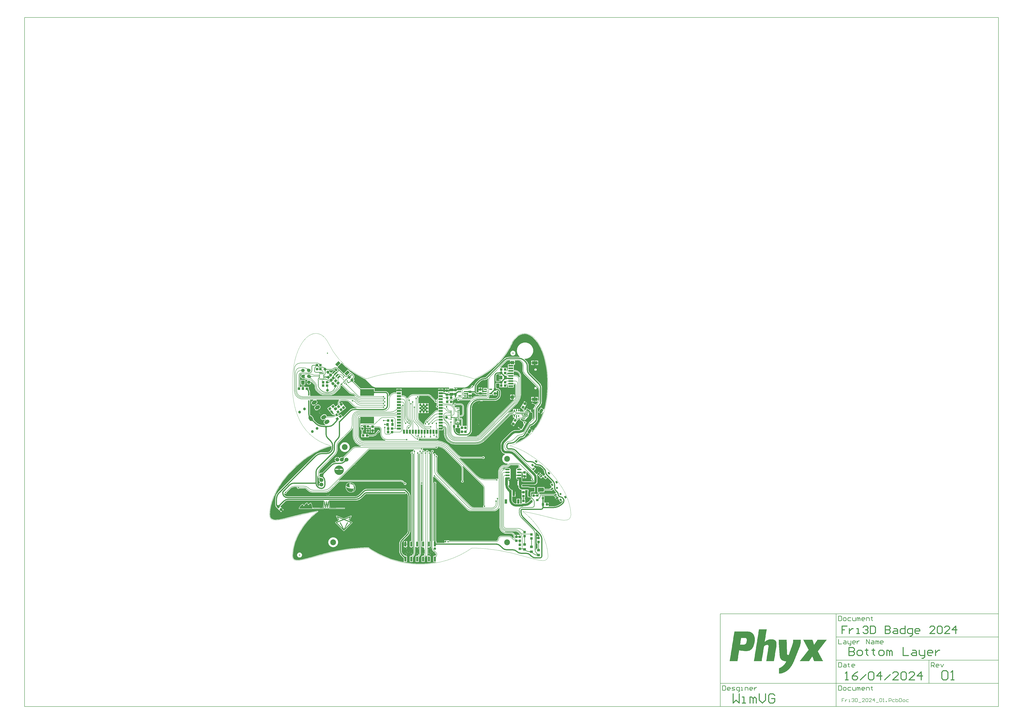
<source format=gbl>
G04*
G04 #@! TF.GenerationSoftware,Altium Limited,Altium Designer,24.4.1 (13)*
G04*
G04 Layer_Physical_Order=2*
G04 Layer_Color=3381759*
%FSLAX25Y25*%
%MOIN*%
G70*
G04*
G04 #@! TF.SameCoordinates,26F0EDD7-2FD7-4C20-BC01-A1B826D05D5E*
G04*
G04*
G04 #@! TF.FilePolarity,Positive*
G04*
G01*
G75*
%ADD10C,0.00394*%
%ADD11C,0.00591*%
%ADD13C,0.00787*%
%ADD14C,0.01575*%
%ADD15C,0.00984*%
%ADD31C,0.04724*%
%ADD43C,0.01968*%
%ADD44C,0.09843*%
%ADD45C,0.04331*%
%ADD46C,0.02559*%
G04:AMPARAMS|DCode=47|XSize=90.55mil|YSize=62.99mil|CornerRadius=0mil|HoleSize=0mil|Usage=FLASHONLY|Rotation=33.000|XOffset=0mil|YOffset=0mil|HoleType=Round|Shape=Round|*
%AMOVALD47*
21,1,0.02756,0.06299,0.00000,0.00000,33.0*
1,1,0.06299,-0.01156,-0.00751*
1,1,0.06299,0.01156,0.00751*
%
%ADD47OVALD47*%

G04:AMPARAMS|DCode=48|XSize=90.55mil|YSize=62.99mil|CornerRadius=0mil|HoleSize=0mil|Usage=FLASHONLY|Rotation=303.000|XOffset=0mil|YOffset=0mil|HoleType=Round|Shape=Round|*
%AMOVALD48*
21,1,0.02756,0.06299,0.00000,0.00000,303.0*
1,1,0.06299,-0.00751,0.01156*
1,1,0.06299,0.00751,-0.01156*
%
%ADD48OVALD48*%

%ADD49C,0.05906*%
%ADD50C,0.06693*%
%ADD51O,0.09843X0.43307*%
%ADD52C,0.03543*%
%ADD53R,0.05906X0.05906*%
%ADD54C,0.02362*%
%ADD55C,0.03937*%
%ADD56C,0.00984*%
%ADD57C,0.01968*%
%ADD58R,0.06890X0.03543*%
%ADD59R,0.03543X0.06890*%
%ADD60R,0.03543X0.03543*%
%ADD61R,0.03543X0.07874*%
%ADD62R,0.04331X0.03937*%
G04:AMPARAMS|DCode=63|XSize=39.37mil|YSize=43.31mil|CornerRadius=0mil|HoleSize=0mil|Usage=FLASHONLY|Rotation=45.000|XOffset=0mil|YOffset=0mil|HoleType=Round|Shape=Rectangle|*
%AMROTATEDRECTD63*
4,1,4,0.00139,-0.02923,-0.02923,0.00139,-0.00139,0.02923,0.02923,-0.00139,0.00139,-0.02923,0.0*
%
%ADD63ROTATEDRECTD63*%

G04:AMPARAMS|DCode=64|XSize=11.81mil|YSize=57.09mil|CornerRadius=0mil|HoleSize=0mil|Usage=FLASHONLY|Rotation=240.000|XOffset=0mil|YOffset=0mil|HoleType=Round|Shape=Rectangle|*
%AMROTATEDRECTD64*
4,1,4,-0.02177,0.01939,0.02767,-0.00916,0.02177,-0.01939,-0.02767,0.00916,-0.02177,0.01939,0.0*
%
%ADD64ROTATEDRECTD64*%

G04:AMPARAMS|DCode=65|XSize=70.87mil|YSize=57.09mil|CornerRadius=0mil|HoleSize=0mil|Usage=FLASHONLY|Rotation=240.000|XOffset=0mil|YOffset=0mil|HoleType=Round|Shape=Rectangle|*
%AMROTATEDRECTD65*
4,1,4,-0.00700,0.04496,0.04244,0.01641,0.00700,-0.04496,-0.04244,-0.01641,-0.00700,0.04496,0.0*
%
%ADD65ROTATEDRECTD65*%

G04:AMPARAMS|DCode=66|XSize=70.87mil|YSize=47.24mil|CornerRadius=0mil|HoleSize=0mil|Usage=FLASHONLY|Rotation=240.000|XOffset=0mil|YOffset=0mil|HoleType=Round|Shape=Rectangle|*
%AMROTATEDRECTD66*
4,1,4,-0.00274,0.04250,0.03817,0.01888,0.00274,-0.04250,-0.03817,-0.01888,-0.00274,0.04250,0.0*
%
%ADD66ROTATEDRECTD66*%

%ADD67R,0.05906X0.05118*%
%ADD68R,0.05118X0.05906*%
%ADD69R,0.07874X0.02756*%
%ADD70R,0.05512X0.06299*%
%ADD71R,0.06299X0.05512*%
%ADD72R,0.09449X0.05512*%
%ADD73R,0.02638X0.01181*%
%ADD74R,0.03937X0.04331*%
G04:AMPARAMS|DCode=75|XSize=39.37mil|YSize=43.31mil|CornerRadius=0mil|HoleSize=0mil|Usage=FLASHONLY|Rotation=306.000|XOffset=0mil|YOffset=0mil|HoleType=Round|Shape=Rectangle|*
%AMROTATEDRECTD75*
4,1,4,-0.02909,0.00320,0.00595,0.02865,0.02909,-0.00320,-0.00595,-0.02865,-0.02909,0.00320,0.0*
%
%ADD75ROTATEDRECTD75*%

G04:AMPARAMS|DCode=76|XSize=33.47mil|YSize=39.37mil|CornerRadius=0mil|HoleSize=0mil|Usage=FLASHONLY|Rotation=36.000|XOffset=0mil|YOffset=0mil|HoleType=Round|Shape=Rectangle|*
%AMROTATEDRECTD76*
4,1,4,-0.00197,-0.02576,-0.02511,0.00609,0.00197,0.02576,0.02511,-0.00609,-0.00197,-0.02576,0.0*
%
%ADD76ROTATEDRECTD76*%

G04:AMPARAMS|DCode=77|XSize=33.47mil|YSize=39.37mil|CornerRadius=0mil|HoleSize=0mil|Usage=FLASHONLY|Rotation=36.000|XOffset=0mil|YOffset=0mil|HoleType=Round|Shape=Rectangle|*
%AMROTATEDRECTD77*
4,1,4,-0.00197,-0.02576,-0.02511,0.00609,0.00197,0.02576,0.02511,-0.00609,-0.00197,-0.02576,0.0*
%
%ADD77ROTATEDRECTD77*%

G04:AMPARAMS|DCode=78|XSize=39.37mil|YSize=43.31mil|CornerRadius=0mil|HoleSize=0mil|Usage=FLASHONLY|Rotation=216.000|XOffset=0mil|YOffset=0mil|HoleType=Round|Shape=Rectangle|*
%AMROTATEDRECTD78*
4,1,4,0.00320,0.02909,0.02865,-0.00595,-0.00320,-0.02909,-0.02865,0.00595,0.00320,0.02909,0.0*
%
%ADD78ROTATEDRECTD78*%

%ADD79R,0.03937X0.01378*%
%ADD80R,0.01968X0.01181*%
%ADD81R,0.02264X0.01378*%
%ADD82R,0.01358X0.02264*%
%ADD83R,0.01378X0.02264*%
%ADD84R,0.04331X0.07480*%
%ADD85R,0.03937X0.09843*%
%ADD86R,0.03937X0.05118*%
G04:AMPARAMS|DCode=87|XSize=15.75mil|YSize=17.72mil|CornerRadius=0mil|HoleSize=0mil|Usage=FLASHONLY|Rotation=45.000|XOffset=0mil|YOffset=0mil|HoleType=Round|Shape=Rectangle|*
%AMROTATEDRECTD87*
4,1,4,0.00070,-0.01183,-0.01183,0.00070,-0.00070,0.01183,0.01183,-0.00070,0.00070,-0.01183,0.0*
%
%ADD87ROTATEDRECTD87*%

G04:AMPARAMS|DCode=88|XSize=15.75mil|YSize=17.72mil|CornerRadius=0mil|HoleSize=0mil|Usage=FLASHONLY|Rotation=135.000|XOffset=0mil|YOffset=0mil|HoleType=Round|Shape=Rectangle|*
%AMROTATEDRECTD88*
4,1,4,0.01183,0.00070,-0.00070,-0.01183,-0.01183,-0.00070,0.00070,0.01183,0.01183,0.00070,0.0*
%
%ADD88ROTATEDRECTD88*%

%ADD89R,0.04528X0.02362*%
%ADD90R,0.23622X0.11811*%
%ADD91R,0.02165X0.03150*%
%ADD92R,0.01968X0.02362*%
G04:AMPARAMS|DCode=93|XSize=23.62mil|YSize=61.02mil|CornerRadius=0mil|HoleSize=0mil|Usage=FLASHONLY|Rotation=315.000|XOffset=0mil|YOffset=0mil|HoleType=Round|Shape=Rectangle|*
%AMROTATEDRECTD93*
4,1,4,-0.02993,-0.01322,0.01322,0.02993,0.02993,0.01322,-0.01322,-0.02993,-0.02993,-0.01322,0.0*
%
%ADD93ROTATEDRECTD93*%

G04:AMPARAMS|DCode=94|XSize=47.24mil|YSize=78.74mil|CornerRadius=0mil|HoleSize=0mil|Usage=FLASHONLY|Rotation=135.000|XOffset=0mil|YOffset=0mil|HoleType=Round|Shape=Rectangle|*
%AMROTATEDRECTD94*
4,1,4,0.04454,0.01114,-0.01114,-0.04454,-0.04454,-0.01114,0.01114,0.04454,0.04454,0.01114,0.0*
%
%ADD94ROTATEDRECTD94*%

%ADD95O,0.07874X0.02362*%
%ADD96R,0.09488X0.12992*%
%ADD97R,0.03937X0.03347*%
%ADD98R,0.03937X0.03347*%
%ADD99R,0.05118X0.03937*%
G04:AMPARAMS|DCode=100|XSize=27.56mil|YSize=43.31mil|CornerRadius=0mil|HoleSize=0mil|Usage=FLASHONLY|Rotation=137.000|XOffset=0mil|YOffset=0mil|HoleType=Round|Shape=Rectangle|*
%AMROTATEDRECTD100*
4,1,4,0.02485,0.00644,-0.00469,-0.02523,-0.02485,-0.00644,0.00469,0.02523,0.02485,0.00644,0.0*
%
%ADD100ROTATEDRECTD100*%

G04:AMPARAMS|DCode=101|XSize=39.37mil|YSize=31.5mil|CornerRadius=0mil|HoleSize=0mil|Usage=FLASHONLY|Rotation=137.000|XOffset=0mil|YOffset=0mil|HoleType=Round|Shape=Rectangle|*
%AMROTATEDRECTD101*
4,1,4,0.02514,-0.00191,0.00366,-0.02494,-0.02514,0.00191,-0.00366,0.02494,0.02514,-0.00191,0.0*
%
%ADD101ROTATEDRECTD101*%

G04:AMPARAMS|DCode=102|XSize=39.37mil|YSize=43.31mil|CornerRadius=0mil|HoleSize=0mil|Usage=FLASHONLY|Rotation=150.000|XOffset=0mil|YOffset=0mil|HoleType=Round|Shape=Rectangle|*
%AMROTATEDRECTD102*
4,1,4,0.02788,0.00891,0.00622,-0.02859,-0.02788,-0.00891,-0.00622,0.02859,0.02788,0.00891,0.0*
%
%ADD102ROTATEDRECTD102*%

G04:AMPARAMS|DCode=103|XSize=39.37mil|YSize=43.31mil|CornerRadius=0mil|HoleSize=0mil|Usage=FLASHONLY|Rotation=315.000|XOffset=0mil|YOffset=0mil|HoleType=Round|Shape=Rectangle|*
%AMROTATEDRECTD103*
4,1,4,-0.02923,-0.00139,0.00139,0.02923,0.02923,0.00139,-0.00139,-0.02923,-0.02923,-0.00139,0.0*
%
%ADD103ROTATEDRECTD103*%

G04:AMPARAMS|DCode=104|XSize=27.56mil|YSize=43.31mil|CornerRadius=0mil|HoleSize=0mil|Usage=FLASHONLY|Rotation=120.000|XOffset=0mil|YOffset=0mil|HoleType=Round|Shape=Rectangle|*
%AMROTATEDRECTD104*
4,1,4,0.02564,-0.00111,-0.01186,-0.02276,-0.02564,0.00111,0.01186,0.02276,0.02564,-0.00111,0.0*
%
%ADD104ROTATEDRECTD104*%

G04:AMPARAMS|DCode=105|XSize=39.37mil|YSize=31.5mil|CornerRadius=0mil|HoleSize=0mil|Usage=FLASHONLY|Rotation=120.000|XOffset=0mil|YOffset=0mil|HoleType=Round|Shape=Rectangle|*
%AMROTATEDRECTD105*
4,1,4,0.02348,-0.00917,-0.00380,-0.02492,-0.02348,0.00917,0.00380,0.02492,0.02348,-0.00917,0.0*
%
%ADD105ROTATEDRECTD105*%

%ADD106R,0.10236X0.06693*%
%ADD107R,0.03347X0.03937*%
%ADD108R,0.03347X0.03937*%
%ADD109C,0.03543*%
G36*
X177884Y390807D02*
X179897Y390586D01*
X181875Y390151D01*
X183795Y389506D01*
X184713Y389084D01*
X185790Y388585D01*
X187856Y387415D01*
X189820Y386080D01*
X191667Y384589D01*
X192527Y383770D01*
X192528Y383769D01*
X192529Y383768D01*
X193578Y382773D01*
X195554Y380662D01*
X197398Y378436D01*
X199104Y376102D01*
X199886Y374886D01*
X199887Y374885D01*
X199887Y374884D01*
X200835Y373417D01*
X202592Y370399D01*
X204207Y367303D01*
X205677Y364135D01*
X206338Y362519D01*
X206339Y362519D01*
X206339Y362518D01*
X207126Y360602D01*
X208554Y356716D01*
X209835Y352777D01*
X210966Y348793D01*
X211456Y346782D01*
X211456Y346781D01*
X211456Y346781D01*
X212030Y344437D01*
X213025Y339714D01*
X213868Y334962D01*
X214558Y330185D01*
X214825Y327786D01*
X214825Y327786D01*
X214825Y327786D01*
X215134Y325030D01*
X215595Y319502D01*
X215899Y313964D01*
X216044Y308419D01*
X216038Y305646D01*
X216039Y305640D01*
X216038Y305634D01*
X216061Y303259D01*
X215967Y298509D01*
X215734Y293764D01*
X215360Y289028D01*
X214848Y284306D01*
X214197Y279599D01*
X213408Y274915D01*
X212482Y270256D01*
X211951Y267944D01*
X211498Y266034D01*
X210758Y263334D01*
X210029Y263035D01*
X208379Y263988D01*
X206107Y260053D01*
X204344Y257000D01*
X205944Y256070D01*
X205791Y256136D01*
X205640Y256158D01*
X205489Y256136D01*
X205339Y256069D01*
X205189Y255959D01*
X205041Y255804D01*
X204893Y255605D01*
X204849Y255533D01*
X206314Y254687D01*
X208375Y258257D01*
X209094Y257927D01*
X207990Y254769D01*
X207278Y252936D01*
X206640Y251295D01*
X205244Y248063D01*
X203731Y244883D01*
X202102Y241762D01*
X201231Y240232D01*
X201231Y240231D01*
X201230Y240230D01*
X200475Y238896D01*
X198865Y236287D01*
X197159Y233739D01*
X195358Y231257D01*
X193466Y228844D01*
X191484Y226504D01*
X190035Y224917D01*
X189396Y225385D01*
X190897Y227984D01*
X189419Y228837D01*
X189305Y228629D01*
X189222Y228436D01*
X189173Y228260D01*
X189156Y228103D01*
X189173Y227963D01*
X189224Y227841D01*
X189307Y227737D01*
X189424Y227652D01*
X187906Y228528D01*
X186146Y225480D01*
X183875Y221546D01*
X185066Y220858D01*
X185155Y220076D01*
X184344Y219321D01*
X180521Y216178D01*
X176511Y213279D01*
X172330Y210632D01*
X167993Y208249D01*
X163518Y206138D01*
X162832Y205865D01*
X162419Y206548D01*
X163195Y207211D01*
X163206Y207218D01*
X169295Y213307D01*
X169337Y213369D01*
X170146Y213991D01*
X171158Y214410D01*
X172170Y214543D01*
X172244Y214528D01*
X172294Y214538D01*
X173604Y214667D01*
X174911Y215064D01*
X176116Y215708D01*
X177133Y216543D01*
X177175Y216571D01*
X177175D01*
X177175Y216571D01*
X178022Y217417D01*
X178168Y217636D01*
X178341Y217833D01*
X181332Y223014D01*
X183009Y222046D01*
X185280Y225980D01*
X187040Y229028D01*
X186371Y229415D01*
X186509Y229357D01*
X186657Y229336D01*
X186815Y229353D01*
X186983Y229408D01*
X187160Y229501D01*
X187348Y229630D01*
X187425Y229696D01*
X187552Y229915D01*
X185875Y230883D01*
X188051Y234652D01*
X188306Y234907D01*
X188733Y235087D01*
X189006Y235194D01*
X190359Y235372D01*
X191647Y235906D01*
X192753Y236755D01*
X192748Y236760D01*
X197290Y241302D01*
X197292Y241301D01*
X198327Y242563D01*
X199096Y244002D01*
X199569Y245563D01*
X199729Y247187D01*
X199728D01*
Y262723D01*
X199709Y262819D01*
X199868Y264031D01*
X200373Y265249D01*
X201117Y266219D01*
X201199Y266273D01*
X203215Y268290D01*
X203222Y268301D01*
X204437Y269723D01*
X205421Y271330D01*
X206142Y273070D01*
X206582Y274902D01*
X206729Y276767D01*
X206732Y276780D01*
Y299008D01*
X206729Y299020D01*
X206582Y300886D01*
X206142Y302717D01*
X205421Y304458D01*
X204437Y306064D01*
X203222Y307487D01*
X203215Y307498D01*
X186435Y324278D01*
X186354Y324331D01*
X185393Y325503D01*
X184634Y326923D01*
X184167Y328464D01*
X184018Y329972D01*
X184037Y330067D01*
Y336546D01*
X184033Y336564D01*
X183889Y338394D01*
X183457Y340196D01*
X182747Y341908D01*
X181779Y343489D01*
X180587Y344884D01*
X180577Y344899D01*
X179525Y345951D01*
X178969Y346509D01*
X178969Y346509D01*
X178392Y347015D01*
X177193Y348066D01*
X177192Y348161D01*
X177529Y348830D01*
X178117Y348783D01*
X180279Y348954D01*
X182388Y349460D01*
X184392Y350290D01*
X186241Y351423D01*
X187890Y352832D01*
X189299Y354481D01*
X190432Y356330D01*
X191262Y358334D01*
X191769Y360443D01*
X191939Y362606D01*
X191769Y364768D01*
X191262Y366877D01*
X190432Y368881D01*
X189299Y370730D01*
X187890Y372379D01*
X186241Y373788D01*
X184392Y374921D01*
X182388Y375751D01*
X180279Y376257D01*
X178117Y376428D01*
X175954Y376257D01*
X173845Y375751D01*
X171841Y374921D01*
X169992Y373788D01*
X168343Y372379D01*
X166934Y370730D01*
X165801Y368881D01*
X164971Y366877D01*
X164465Y364768D01*
X164294Y362606D01*
X164465Y360443D01*
X164971Y358334D01*
X165801Y356330D01*
X166934Y354481D01*
X168343Y352832D01*
X168769Y352468D01*
X168414Y351736D01*
X168339Y351750D01*
X165933Y351908D01*
Y351907D01*
X150719D01*
X150717Y351907D01*
X148769Y351754D01*
X146867Y351297D01*
X145060Y350549D01*
X143393Y349527D01*
X141906Y348257D01*
X141905Y348257D01*
X111369Y317720D01*
X111343Y317681D01*
X110730Y317211D01*
X109974Y316898D01*
X109438Y316827D01*
X108683Y316854D01*
X108372Y316867D01*
Y316867D01*
X108360Y316865D01*
X106494Y316718D01*
X104663Y316278D01*
X102922Y315557D01*
X101316Y314573D01*
X99893Y313358D01*
X99882Y313351D01*
X95014Y308482D01*
X95006Y308471D01*
X93791Y307048D01*
X92807Y305442D01*
X92086Y303702D01*
X91723Y302188D01*
X90899Y302132D01*
X90666Y302696D01*
X90056Y303305D01*
X89261Y303635D01*
X88399D01*
X87603Y303305D01*
X86994Y302696D01*
X86664Y301900D01*
Y301149D01*
X86336Y300821D01*
X86335Y300819D01*
X86334Y300818D01*
X86333Y300817D01*
X86310Y300783D01*
X85168Y299846D01*
X83824Y299128D01*
X82367Y298686D01*
X80893Y298540D01*
X80851Y298549D01*
X74803D01*
Y298564D01*
X73582Y298403D01*
X72444Y297932D01*
X71466Y297182D01*
X70716Y296204D01*
X70332Y295276D01*
X63976D01*
Y295276D01*
X63795Y295202D01*
X63298Y295536D01*
X63252Y295532D01*
X62955Y295482D01*
X62698Y295413D01*
X62480Y295325D01*
X62302Y295217D01*
X62163Y295089D01*
X62064Y294941D01*
X62004Y294774D01*
X61984Y294587D01*
X61996Y297822D01*
X62015Y297769D01*
X62074Y297721D01*
X62173Y297678D01*
X62310Y297641D01*
X62488Y297610D01*
X62704Y297585D01*
X63007Y297566D01*
Y298834D01*
X60539D01*
Y296868D01*
X60577Y296903D01*
X61273Y296207D01*
X61234Y296164D01*
X61197Y296115D01*
X61164Y296062D01*
X61134Y296005D01*
X61106Y295942D01*
X61082Y295875D01*
X61061Y295802D01*
X61044Y295725D01*
X61023Y295592D01*
X61037Y295577D01*
X61020Y295575D01*
X61017Y295557D01*
X61001Y295572D01*
X60951Y295566D01*
X60792Y295533D01*
X60720Y295512D01*
X60652Y295488D01*
X60590Y295461D01*
X60532Y295430D01*
X60479Y295397D01*
X60431Y295360D01*
X60387Y295321D01*
X60039Y295669D01*
X59539D01*
Y298834D01*
X57102D01*
Y299622D01*
X57784Y299876D01*
X73370D01*
Y299860D01*
X75465Y300025D01*
X77508Y300516D01*
X79450Y301320D01*
X81242Y302418D01*
X82840Y303783D01*
X82828Y303794D01*
X92689Y313655D01*
X92914Y313991D01*
X94753Y314814D01*
X94766Y314824D01*
X94782Y314828D01*
X99860Y317296D01*
X99877Y317309D01*
X99898Y317316D01*
X104866Y319998D01*
X104883Y320012D01*
X104903Y320019D01*
X109752Y322910D01*
X109768Y322924D01*
X109789Y322932D01*
X114511Y326027D01*
X114526Y326042D01*
X114546Y326051D01*
X119132Y329344D01*
X119147Y329360D01*
X119166Y329369D01*
X123608Y332854D01*
X123623Y332871D01*
X123641Y332881D01*
X127931Y336551D01*
X127941Y336564D01*
X127955Y336573D01*
X130041Y338475D01*
X130048Y338485D01*
X130058Y338492D01*
X132025Y340375D01*
X132035Y340389D01*
X132049Y340399D01*
X135849Y344298D01*
X135862Y344317D01*
X135881Y344332D01*
X139498Y348401D01*
X139510Y348421D01*
X139528Y348436D01*
X142953Y352667D01*
X142964Y352688D01*
X142982Y352704D01*
X146209Y357089D01*
X146219Y357110D01*
X146235Y357126D01*
X149258Y361655D01*
X149267Y361677D01*
X149282Y361694D01*
X152093Y366356D01*
X152101Y366378D01*
X152116Y366396D01*
X154709Y371184D01*
X154714Y371200D01*
X154725Y371214D01*
X155938Y373651D01*
X155948Y373685D01*
X155967Y373715D01*
X156462Y374908D01*
X157642Y377206D01*
X159006Y379400D01*
X160544Y381476D01*
X162247Y383419D01*
X164103Y385216D01*
X166099Y386856D01*
X168223Y388328D01*
X169318Y388961D01*
X170173Y389397D01*
X172023Y390084D01*
X173939Y390554D01*
X175897Y390800D01*
X176877Y390810D01*
X177884Y390807D01*
D02*
G37*
G36*
X166897Y345986D02*
X168531Y345490D01*
X170037Y344685D01*
X171358Y343602D01*
X172441Y342281D01*
X173246Y340775D01*
X173742Y339141D01*
X173904Y337498D01*
X173892Y337441D01*
Y329929D01*
X173882D01*
X174022Y328160D01*
X174436Y326433D01*
X175116Y324793D01*
X176043Y323279D01*
X177196Y321929D01*
X177203Y321936D01*
X198905Y300235D01*
X198953Y300202D01*
X200000Y298927D01*
X200805Y297420D01*
X201301Y295786D01*
X201463Y294143D01*
X201451Y294086D01*
Y279733D01*
X201463Y279676D01*
X201301Y278033D01*
X200971Y276944D01*
X200248Y277024D01*
X200248Y277024D01*
X200247Y277024D01*
Y277024D01*
X200175Y277035D01*
X200175Y277062D01*
Y279636D01*
X194951D01*
Y276380D01*
X199853D01*
X199853Y276380D01*
X199945Y276325D01*
X199945D01*
X200431Y275698D01*
X200000Y274892D01*
X198953Y273617D01*
X198905Y273584D01*
X196888Y271568D01*
X196881Y271575D01*
X196338Y270939D01*
X194127Y272216D01*
X193650Y271390D01*
X195742Y270169D01*
X192120Y263932D01*
X190600Y263760D01*
X192488Y262670D01*
X192790Y263192D01*
X193577Y262981D01*
Y250815D01*
X193590Y250750D01*
X193414Y249408D01*
X192870Y248096D01*
X192046Y247023D01*
X191991Y246986D01*
X191299Y246294D01*
X190631Y246740D01*
X190757Y247044D01*
Y247109D01*
X190794Y247164D01*
X191178Y249096D01*
X191165Y249160D01*
X191190Y249220D01*
Y250205D01*
Y256850D01*
X191142Y256967D01*
Y257094D01*
X191022Y257384D01*
X190932Y257473D01*
X190883Y257591D01*
X190662Y257812D01*
X190544Y257861D01*
X190454Y257951D01*
X190165Y258071D01*
X190038D01*
X189920Y258120D01*
X189787D01*
X189540Y258839D01*
X189546Y258907D01*
X189920Y259194D01*
X190175Y259635D01*
X190241Y260140D01*
X190110Y260631D01*
X189800Y261035D01*
X189359Y261290D01*
X188854Y261356D01*
X188411Y261237D01*
X188259Y261338D01*
X187832Y261810D01*
X188054Y262193D01*
X187424Y262557D01*
X186550Y261602D01*
X181612Y264438D01*
X181616Y264555D01*
X180805Y265024D01*
X180801Y265017D01*
X180787Y265025D01*
X180636Y264762D01*
X180242Y264080D01*
Y264080D01*
X179865Y263396D01*
X178852Y261641D01*
X178501Y261479D01*
X178061Y261467D01*
X177877Y261528D01*
X177113Y262460D01*
X176393Y263807D01*
X176326Y264029D01*
X178436Y267684D01*
X178843Y268358D01*
X179044Y268707D01*
X180176Y270666D01*
X177605Y272150D01*
X175034Y273635D01*
X173903Y271675D01*
X173701Y271326D01*
X173325Y270642D01*
X170376Y265536D01*
X173695Y263620D01*
X173705Y263576D01*
X174329Y262069D01*
X175181Y260679D01*
X176108Y259593D01*
X175899Y259047D01*
X175726Y258850D01*
X175712Y258851D01*
X175664Y258861D01*
X169365D01*
Y260596D01*
X167282D01*
Y261096D01*
X166782D01*
Y262659D01*
X166298D01*
X166392Y262668D01*
X166475Y262698D01*
X166549Y262747D01*
X166613Y262816D01*
X166667Y262905D01*
X166712Y263013D01*
X166746Y263141D01*
X166751Y263168D01*
X166737Y263228D01*
X166707Y263325D01*
X166670Y263416D01*
X166626Y263501D01*
X166576Y263581D01*
X166519Y263655D01*
X166505Y263671D01*
X164320D01*
X164305Y263655D01*
X164249Y263581D01*
X164198Y263501D01*
X164155Y263416D01*
X164118Y263325D01*
X164088Y263228D01*
X164074Y263168D01*
X164079Y263141D01*
X164113Y263013D01*
X164157Y262905D01*
X164212Y262816D01*
X164276Y262747D01*
X164349Y262698D01*
X164433Y262668D01*
X164527Y262659D01*
X164042D01*
Y261096D01*
X163042D01*
Y262659D01*
X162558D01*
X162652Y262668D01*
X162735Y262698D01*
X162809Y262747D01*
X162873Y262816D01*
X162927Y262905D01*
X162971Y263013D01*
X163006Y263141D01*
X163010Y263168D01*
X162997Y263228D01*
X162967Y263325D01*
X162930Y263416D01*
X162886Y263501D01*
X162836Y263581D01*
X162779Y263655D01*
X162765Y263671D01*
X161460D01*
Y263655D01*
X157735D01*
Y260027D01*
X157692Y259699D01*
X157478Y259431D01*
X157261Y259170D01*
X156649Y258868D01*
X156649Y258868D01*
X154821Y258724D01*
X153038Y258296D01*
X151343Y257594D01*
X150217Y256904D01*
X149726Y257527D01*
X163053Y270854D01*
X163081Y270854D01*
X163081Y270854D01*
X163081Y270854D01*
X165204Y273230D01*
X167048Y275828D01*
X168589Y278617D01*
X169808Y281561D01*
X170691Y284623D01*
X171224Y287764D01*
X171403Y290945D01*
X171383D01*
Y318898D01*
X171391D01*
X171261Y320553D01*
X170873Y322168D01*
X170238Y323702D01*
X169370Y325117D01*
X168292Y326380D01*
X167029Y327458D01*
X165613Y328326D01*
X164079Y328961D01*
X162464Y329349D01*
X160809Y329479D01*
Y329472D01*
X158821D01*
Y330529D01*
X158821D01*
Y334466D01*
X158821D01*
Y338585D01*
X160805D01*
Y341841D01*
X156656D01*
X153518D01*
Y340372D01*
X153498Y340559D01*
X153439Y340726D01*
X153341Y340874D01*
X153203Y341002D01*
X153026Y341110D01*
X152809Y341199D01*
X152553Y341268D01*
X152506Y341276D01*
Y339191D01*
X148978D01*
Y334860D01*
X148978D01*
Y330315D01*
X148647Y329877D01*
X148191Y329644D01*
X147441Y329872D01*
Y333661D01*
X141142D01*
Y333661D01*
X140748Y333661D01*
Y333661D01*
X136707D01*
X136405Y334389D01*
X145606Y343589D01*
X145639Y343638D01*
X146915Y344685D01*
X148421Y345490D01*
X150055Y345986D01*
X151698Y346148D01*
X151755Y346136D01*
X152506Y346096D01*
Y343405D01*
X152553Y343413D01*
X152809Y343482D01*
X153026Y343571D01*
X153203Y343679D01*
X153341Y343807D01*
X153439Y343955D01*
X153498Y344122D01*
X153518Y344309D01*
Y342841D01*
X156656D01*
X160805D01*
Y346096D01*
X161576Y346136D01*
X165197D01*
X165254Y346148D01*
X166897Y345986D01*
D02*
G37*
G36*
X-171313Y340437D02*
X-171083Y340239D01*
X-170984Y340168D01*
X-170895Y340115D01*
X-170817Y340082D01*
X-170749Y340067D01*
X-170692Y340071D01*
X-170645Y340093D01*
X-170609Y340134D01*
X-171236Y339114D01*
X-171212Y339167D01*
X-171203Y339228D01*
X-171209Y339295D01*
X-171230Y339368D01*
X-171266Y339448D01*
X-171316Y339535D01*
X-171381Y339629D01*
X-171461Y339729D01*
X-171665Y339949D01*
X-171444Y340563D01*
X-171313Y340437D01*
D02*
G37*
G36*
X-177142Y337071D02*
X-177117Y337141D01*
X-177088Y337281D01*
X-177082Y337404D01*
X-177100Y337512D01*
X-177142Y337605D01*
X-176028Y335851D01*
X-176091Y335922D01*
X-176167Y335961D01*
X-176256Y335966D01*
X-176358Y335938D01*
X-176473Y335877D01*
X-176602Y335782D01*
X-176743Y335654D01*
X-176898Y335493D01*
X-177066Y335298D01*
X-177247Y335070D01*
X-177795Y335979D01*
X-177623Y336212D01*
X-177349Y336631D01*
X-177248Y336816D01*
X-177171Y336987D01*
X-177147Y337056D01*
X-177152Y337101D01*
X-177181Y337185D01*
X-177231Y337259D01*
X-177301Y337322D01*
X-177391Y337377D01*
X-177500Y337421D01*
X-177630Y337455D01*
X-177779Y337480D01*
X-177949Y337495D01*
X-178138Y337500D01*
Y338484D01*
X-177949Y338489D01*
X-177779Y338504D01*
X-177630Y338528D01*
X-177500Y338563D01*
X-177391Y338607D01*
X-177301Y338661D01*
X-177231Y338725D01*
X-177181Y338799D01*
X-177152Y338883D01*
X-177142Y338976D01*
Y337071D01*
D02*
G37*
G36*
X-173298Y337343D02*
X-173318Y337246D01*
X-173312Y337138D01*
X-173280Y337017D01*
X-173222Y336884D01*
X-173138Y336739D01*
X-173029Y336581D01*
X-172893Y336411D01*
X-172545Y336035D01*
X-173044Y335142D01*
X-173256Y335347D01*
X-173631Y335668D01*
X-173794Y335783D01*
X-173941Y335869D01*
X-174072Y335925D01*
X-174187Y335951D01*
X-174286Y335947D01*
X-174369Y335914D01*
X-174436Y335851D01*
X-173253Y337427D01*
X-173298Y337343D01*
D02*
G37*
G36*
X-162639Y333510D02*
X-162449Y333351D01*
X-162364Y333294D01*
X-162286Y333252D01*
X-162215Y333224D01*
X-162152Y333212D01*
X-162095Y333214D01*
X-162045Y333231D01*
X-162002Y333263D01*
X-163093Y332172D01*
X-163061Y332215D01*
X-163043Y332265D01*
X-163041Y332322D01*
X-163054Y332386D01*
X-163081Y332457D01*
X-163123Y332535D01*
X-163180Y332620D01*
X-163252Y332711D01*
X-163339Y332810D01*
X-163441Y332915D01*
X-162745Y333611D01*
X-162639Y333510D01*
D02*
G37*
G36*
X-171236Y330708D02*
X-171242Y330764D01*
X-171260Y330815D01*
X-171290Y330859D01*
X-171332Y330897D01*
X-171386Y330930D01*
X-171452Y330956D01*
X-171531Y330977D01*
X-171621Y330992D01*
X-171724Y331001D01*
X-171838Y331004D01*
Y331594D01*
X-171724Y331597D01*
X-171621Y331606D01*
X-171531Y331621D01*
X-171452Y331641D01*
X-171386Y331668D01*
X-171332Y331700D01*
X-171290Y331739D01*
X-171260Y331783D01*
X-171242Y331833D01*
X-171236Y331889D01*
Y330708D01*
D02*
G37*
G36*
X-173247Y331833D02*
X-173229Y331783D01*
X-173198Y331739D01*
X-173156Y331700D01*
X-173102Y331668D01*
X-173036Y331641D01*
X-172957Y331621D01*
X-172867Y331606D01*
X-172765Y331597D01*
X-172650Y331594D01*
Y331004D01*
X-172765Y331001D01*
X-172867Y330992D01*
X-172957Y330977D01*
X-173036Y330956D01*
X-173102Y330930D01*
X-173156Y330897D01*
X-173198Y330859D01*
X-173229Y330815D01*
X-173247Y330764D01*
X-173253Y330708D01*
Y331889D01*
X-173247Y331833D01*
D02*
G37*
G36*
X-142879Y332105D02*
X-142086Y331777D01*
X-141422Y331268D01*
X-141410Y331249D01*
X-139905Y329744D01*
X-141524Y328124D01*
X-142089Y327587D01*
X-143184Y328682D01*
X-143240Y328662D01*
X-143331Y328621D01*
X-143420Y328572D01*
X-143509Y328515D01*
X-143549Y328485D01*
X-143631Y328371D01*
X-143698Y328255D01*
X-143744Y328146D01*
X-143769Y328045D01*
X-143773Y327950D01*
X-143756Y327863D01*
X-143718Y327782D01*
X-143659Y327709D01*
X-144001Y328052D01*
X-146142Y325911D01*
X-146496Y326265D01*
X-146849Y325911D01*
X-148391Y327453D01*
X-150902Y324942D01*
X-151614Y324760D01*
X-152106Y325252D01*
X-152333Y325945D01*
X-152333Y325945D01*
X-152333Y325945D01*
X-154218Y327830D01*
X-156317Y325731D01*
X-157024Y326438D01*
X-154925Y328537D01*
X-154972Y328584D01*
X-154671Y329311D01*
X-149753D01*
Y329302D01*
X-148587Y329455D01*
X-147500Y329906D01*
X-146948Y330329D01*
X-146567Y330622D01*
Y330622D01*
X-146394Y330813D01*
X-145891Y331380D01*
X-145374Y331777D01*
X-144581Y332105D01*
X-143730Y332218D01*
X-142879Y332105D01*
D02*
G37*
G36*
X-159602Y331701D02*
X-159547Y331618D01*
X-159466Y331546D01*
X-159358Y331483D01*
X-159223Y331430D01*
X-159061Y331386D01*
X-158872Y331352D01*
X-158657Y331328D01*
X-158144Y331309D01*
X-157866Y330325D01*
X-158160Y330320D01*
X-158652Y330281D01*
X-158849Y330247D01*
X-159014Y330204D01*
X-159146Y330151D01*
X-159246Y330088D01*
X-159313Y330015D01*
X-159348Y329933D01*
X-159351Y329841D01*
X-159629Y331793D01*
X-159602Y331701D01*
D02*
G37*
G36*
X-192084Y332188D02*
X-191890Y332111D01*
X-191659Y332045D01*
X-191392Y331988D01*
X-191087Y331941D01*
X-190368Y331875D01*
X-189501Y331849D01*
X-189012Y331850D01*
X-191929Y328921D01*
X-191933Y329390D01*
X-191987Y330210D01*
X-192038Y330561D01*
X-192104Y330873D01*
X-192185Y331146D01*
X-192282Y331379D01*
X-192394Y331574D01*
X-192522Y331729D01*
X-192665Y331845D01*
X-192241Y332273D01*
X-192084Y332188D01*
D02*
G37*
G36*
X-167370Y330125D02*
X-167379Y330064D01*
X-167373Y329997D01*
X-167352Y329924D01*
X-167316Y329844D01*
X-167266Y329757D01*
X-167201Y329663D01*
X-167121Y329563D01*
X-166917Y329343D01*
X-167138Y328729D01*
X-167269Y328855D01*
X-167499Y329053D01*
X-167598Y329124D01*
X-167687Y329176D01*
X-167765Y329210D01*
X-167833Y329225D01*
X-167890Y329221D01*
X-167937Y329199D01*
X-167973Y329158D01*
X-167347Y330178D01*
X-167370Y330125D01*
D02*
G37*
G36*
X146384Y329474D02*
X146358Y329431D01*
X146354Y329384D01*
X146375Y329334D01*
X146418Y329280D01*
X146485Y329222D01*
X146574Y329161D01*
X146687Y329097D01*
X146824Y329029D01*
X146983Y328957D01*
X146558Y328495D01*
X146357Y328578D01*
X145844Y328753D01*
X145704Y328786D01*
X145578Y328807D01*
X145468Y328815D01*
X145372Y328810D01*
X145292Y328793D01*
X145227Y328764D01*
X146433Y329514D01*
X146384Y329474D01*
D02*
G37*
G36*
X-201824Y328117D02*
X-201856Y328209D01*
X-201898Y328292D01*
X-201950Y328364D01*
X-202012Y328428D01*
X-202084Y328481D01*
X-202167Y328525D01*
X-202259Y328559D01*
X-202362Y328583D01*
X-202475Y328597D01*
X-202598Y328602D01*
Y329193D01*
X-202475Y329198D01*
X-202362Y329212D01*
X-202259Y329237D01*
X-202167Y329271D01*
X-202084Y329314D01*
X-202012Y329368D01*
X-201950Y329431D01*
X-201898Y329504D01*
X-201856Y329586D01*
X-201824Y329679D01*
Y328117D01*
D02*
G37*
G36*
X138489Y328754D02*
X138406Y328724D01*
X138332Y328674D01*
X138268Y328604D01*
X138214Y328515D01*
X138170Y328405D01*
X138135Y328276D01*
X138111Y328126D01*
X138096Y327957D01*
X138091Y327768D01*
X137107D01*
X137102Y327957D01*
X137087Y328126D01*
X137062Y328276D01*
X137028Y328405D01*
X136984Y328515D01*
X136930Y328604D01*
X136865Y328674D01*
X136792Y328724D01*
X136708Y328754D01*
X136615Y328764D01*
X138583D01*
X138489Y328754D01*
D02*
G37*
G36*
X149975Y327735D02*
X149970Y327761D01*
X149958Y327784D01*
X149936Y327805D01*
X149906Y327823D01*
X149867Y327838D01*
X149819Y327850D01*
X149763Y327860D01*
X149698Y327866D01*
X149543Y327872D01*
Y328463D01*
X149625Y328464D01*
X149763Y328475D01*
X149819Y328484D01*
X149867Y328497D01*
X149906Y328512D01*
X149936Y328530D01*
X149958Y328550D01*
X149970Y328573D01*
X149975Y328599D01*
Y327735D01*
D02*
G37*
G36*
X157819Y328702D02*
X157837Y328651D01*
X157867Y328607D01*
X157909Y328569D01*
X157963Y328536D01*
X158030Y328510D01*
X158108Y328489D01*
X158198Y328474D01*
X158301Y328465D01*
X158415Y328463D01*
Y327872D01*
X158301Y327869D01*
X158198Y327860D01*
X158108Y327845D01*
X158030Y327825D01*
X157963Y327798D01*
X157909Y327766D01*
X157867Y327727D01*
X157837Y327683D01*
X157819Y327633D01*
X157813Y327577D01*
Y328758D01*
X157819Y328702D01*
D02*
G37*
G36*
X-160427Y328764D02*
X-160519Y328762D01*
X-160601Y328727D01*
X-160674Y328660D01*
X-160737Y328560D01*
X-160790Y328428D01*
X-160834Y328263D01*
X-160868Y328066D01*
X-160892Y327836D01*
X-160911Y327279D01*
X-161895Y327558D01*
X-161900Y327828D01*
X-161939Y328286D01*
X-161973Y328475D01*
X-162016Y328637D01*
X-162069Y328772D01*
X-162132Y328880D01*
X-162205Y328961D01*
X-162287Y329015D01*
X-162379Y329043D01*
X-160427Y328764D01*
D02*
G37*
G36*
X-140682Y326141D02*
X-140812Y326004D01*
X-140921Y325874D01*
X-141009Y325752D01*
X-141077Y325636D01*
X-141123Y325527D01*
X-141148Y325425D01*
X-141152Y325331D01*
X-141135Y325243D01*
X-141097Y325163D01*
X-141039Y325089D01*
X-142389Y326456D01*
X-142323Y326404D01*
X-142248Y326371D01*
X-142166Y326358D01*
X-142076Y326366D01*
X-141979Y326394D01*
X-141874Y326442D01*
X-141762Y326511D01*
X-141641Y326599D01*
X-141514Y326708D01*
X-141378Y326837D01*
X-140682Y326141D01*
D02*
G37*
G36*
X-166929Y325492D02*
X-167097Y325482D01*
X-167248Y325453D01*
X-167381Y325403D01*
X-167496Y325335D01*
X-167593Y325246D01*
X-167673Y325138D01*
X-167735Y325010D01*
X-167774Y324879D01*
X-167769Y324841D01*
X-167748Y324752D01*
X-167724Y324683D01*
X-167696Y324634D01*
X-167665Y324605D01*
X-167630Y324595D01*
X-167811D01*
X-167815Y324508D01*
X-168799D01*
X-168804Y324595D01*
X-168984D01*
X-168949Y324605D01*
X-168917Y324634D01*
X-168889Y324683D01*
X-168866Y324752D01*
X-168845Y324841D01*
X-168841Y324869D01*
X-168887Y325010D01*
X-168956Y325138D01*
X-169045Y325246D01*
X-169153Y325335D01*
X-169281Y325403D01*
X-169291Y325407D01*
X-169301Y325403D01*
X-169370Y325366D01*
X-169429Y325335D01*
X-169538Y325246D01*
X-169626Y325138D01*
X-169695Y325010D01*
X-169742Y324869D01*
X-169738Y324841D01*
X-169717Y324752D01*
X-169693Y324683D01*
X-169665Y324634D01*
X-169634Y324605D01*
X-169599Y324595D01*
X-169779D01*
X-169784Y324508D01*
X-170768Y324508D01*
X-170773Y324595D01*
X-170953D01*
X-170918Y324605D01*
X-170886Y324634D01*
X-170859Y324683D01*
X-170835Y324752D01*
X-170814Y324841D01*
X-170810Y324869D01*
X-170856Y325010D01*
X-170925Y325138D01*
X-171014Y325246D01*
X-171122Y325335D01*
X-171250Y325403D01*
X-171398Y325453D01*
X-171565Y325482D01*
X-171752Y325492D01*
X-170276Y326476D01*
X-169291Y325820D01*
X-168307Y326476D01*
X-166929Y325492D01*
D02*
G37*
G36*
X138096Y327554D02*
X138111Y327385D01*
X138135Y327236D01*
X138170Y327106D01*
X138214Y326996D01*
X138268Y326907D01*
X138332Y326837D01*
X138406Y326787D01*
X138489Y326757D01*
X138583Y326747D01*
X138127D01*
X138191Y325776D01*
X138222Y325649D01*
X138256Y325556D01*
X138295Y325498D01*
X136902D01*
X136941Y325556D01*
X136976Y325649D01*
X137006Y325776D01*
X137033Y325937D01*
X137074Y326362D01*
X137087Y326747D01*
X136615D01*
X136708Y326757D01*
X136792Y326787D01*
X136865Y326837D01*
X136930Y326907D01*
X136984Y326996D01*
X137028Y327106D01*
X137062Y327236D01*
X137087Y327385D01*
X137102Y327554D01*
X137107Y327744D01*
X138091D01*
X138096Y327554D01*
D02*
G37*
G36*
X-165845Y325242D02*
X-165817Y324882D01*
X-165800Y324795D01*
X-165780Y324723D01*
X-165756Y324667D01*
X-165728Y324627D01*
X-165697Y324603D01*
X-165662Y324595D01*
X-167016D01*
X-166981Y324603D01*
X-166949Y324627D01*
X-166921Y324667D01*
X-166897Y324723D01*
X-166877Y324795D01*
X-166860Y324882D01*
X-166848Y324986D01*
X-166833Y325242D01*
X-166831Y325394D01*
X-165847D01*
X-165845Y325242D01*
D02*
G37*
G36*
X-164072Y325071D02*
X-164063Y324968D01*
X-164048Y324878D01*
X-164027Y324800D01*
X-164001Y324733D01*
X-163968Y324679D01*
X-163930Y324637D01*
X-163886Y324607D01*
X-163835Y324589D01*
X-163779Y324583D01*
X-164960D01*
X-164904Y324589D01*
X-164854Y324607D01*
X-164810Y324637D01*
X-164771Y324679D01*
X-164739Y324733D01*
X-164712Y324800D01*
X-164692Y324878D01*
X-164677Y324968D01*
X-164668Y325071D01*
X-164665Y325185D01*
X-164075D01*
X-164072Y325071D01*
D02*
G37*
G36*
X-148212Y323683D02*
X-148285Y323742D01*
X-148365Y323780D01*
X-148452Y323797D01*
X-148546Y323794D01*
X-148647Y323770D01*
X-148755Y323724D01*
X-148869Y323658D01*
X-148991Y323571D01*
X-149120Y323463D01*
X-149256Y323335D01*
X-149952Y324031D01*
X-149821Y324165D01*
X-149616Y324405D01*
X-149541Y324511D01*
X-149484Y324606D01*
X-149445Y324693D01*
X-149424Y324770D01*
X-149422Y324837D01*
X-149437Y324894D01*
X-149471Y324942D01*
X-148212Y323683D01*
D02*
G37*
G36*
X-154519Y325193D02*
X-154558Y325113D01*
X-154575Y325025D01*
X-154570Y324931D01*
X-154545Y324829D01*
X-154499Y324720D01*
X-154432Y324604D01*
X-154344Y324481D01*
X-154234Y324351D01*
X-154104Y324214D01*
X-154800Y323518D01*
X-154937Y323648D01*
X-155067Y323757D01*
X-155191Y323846D01*
X-155306Y323913D01*
X-155415Y323959D01*
X-155517Y323984D01*
X-155612Y323988D01*
X-155699Y323971D01*
X-155779Y323933D01*
X-155852Y323874D01*
X-154460Y325266D01*
X-154519Y325193D01*
D02*
G37*
G36*
X-149742Y322848D02*
X-149872Y322711D01*
X-149982Y322581D01*
X-150070Y322458D01*
X-150137Y322342D01*
X-150183Y322233D01*
X-150208Y322131D01*
X-150213Y322037D01*
X-150196Y321949D01*
X-150157Y321869D01*
X-150098Y321796D01*
X-151490Y323188D01*
X-151417Y323129D01*
X-151337Y323091D01*
X-151250Y323074D01*
X-151155Y323078D01*
X-151053Y323103D01*
X-150944Y323149D01*
X-150829Y323216D01*
X-150705Y323305D01*
X-150575Y323414D01*
X-150438Y323544D01*
X-149742Y322848D01*
D02*
G37*
G36*
X135445Y322846D02*
X135426Y323031D01*
X135367Y323196D01*
X135268Y323342D01*
X135130Y323469D01*
X134953Y323575D01*
X134737Y323663D01*
X134481Y323731D01*
X134186Y323780D01*
X133851Y323809D01*
X133477Y323819D01*
Y325787D01*
X133851Y325797D01*
X134186Y325826D01*
X134481Y325875D01*
X134737Y325943D01*
X134953Y326030D01*
X135130Y326137D01*
X135268Y326263D01*
X135367Y326409D01*
X135426Y326575D01*
X135445Y326759D01*
Y322846D01*
D02*
G37*
G36*
X149975Y322470D02*
X149960Y322543D01*
X149917Y322608D01*
X149845Y322665D01*
X149744Y322715D01*
X149615Y322757D01*
X149456Y322791D01*
X149269Y322818D01*
X149053Y322837D01*
X148534Y322852D01*
Y324821D01*
X148808Y324825D01*
X149456Y324882D01*
X149615Y324916D01*
X149744Y324958D01*
X149845Y325008D01*
X149917Y325065D01*
X149960Y325130D01*
X149975Y325202D01*
Y322470D01*
D02*
G37*
G36*
X146393Y323438D02*
X146372Y323392D01*
X146369Y323336D01*
X146384Y323269D01*
X146418Y323192D01*
X146470Y323105D01*
X146541Y323007D01*
X146630Y322898D01*
X146863Y322650D01*
X146248Y322429D01*
X146136Y322537D01*
X145931Y322710D01*
X145839Y322775D01*
X145753Y322826D01*
X145674Y322861D01*
X145602Y322882D01*
X145536Y322889D01*
X145477Y322881D01*
X145425Y322858D01*
X146433Y323473D01*
X146393Y323438D01*
D02*
G37*
G36*
X-153670Y323786D02*
X-153539Y323677D01*
X-153416Y323589D01*
X-153300Y323521D01*
X-153192Y323475D01*
X-153090Y323450D01*
X-152995Y323446D01*
X-152908Y323463D01*
X-152828Y323501D01*
X-152754Y323560D01*
X-154146Y322168D01*
X-154087Y322241D01*
X-154049Y322322D01*
X-154032Y322409D01*
X-154036Y322504D01*
X-154061Y322605D01*
X-154108Y322714D01*
X-154175Y322830D01*
X-154263Y322953D01*
X-154373Y323083D01*
X-154503Y323221D01*
X-153807Y323917D01*
X-153670Y323786D01*
D02*
G37*
G36*
X-195223Y321753D02*
X-195378Y321650D01*
X-195516Y321507D01*
X-195638Y321324D01*
X-195742Y321100D01*
X-195831Y320837D01*
X-195903Y320533D01*
X-195958Y320189D01*
X-195996Y319804D01*
X-196024Y318915D01*
X-198935Y321850D01*
X-198439Y321847D01*
X-196517Y321957D01*
X-196245Y322004D01*
X-196011Y322059D01*
X-195814Y322122D01*
X-195654Y322194D01*
X-195223Y321753D01*
D02*
G37*
G36*
X-138612Y322627D02*
X-138581Y322582D01*
X-138533Y322545D01*
X-138469Y322515D01*
X-138389Y322492D01*
X-138293Y322476D01*
X-138182Y322468D01*
X-138054Y322467D01*
X-137751Y322486D01*
X-137545Y321909D01*
X-137727Y321888D01*
X-138031Y321834D01*
X-138152Y321801D01*
X-138254Y321765D01*
X-138336Y321725D01*
X-138397Y321681D01*
X-138439Y321633D01*
X-138461Y321581D01*
X-138463Y321526D01*
X-138628Y322678D01*
X-138612Y322627D01*
D02*
G37*
G36*
X139621Y325290D02*
X139560Y325117D01*
X139556Y324914D01*
X139610Y324680D01*
X139722Y324417D01*
X139891Y324124D01*
X140118Y323800D01*
X140402Y323447D01*
X141144Y322650D01*
X139555Y321454D01*
X139159Y321836D01*
X138446Y322440D01*
X138128Y322661D01*
X137837Y322828D01*
X137572Y322941D01*
X137332Y323001D01*
X137119Y323007D01*
X136932Y322960D01*
X136771Y322858D01*
X139740Y325433D01*
X139621Y325290D01*
D02*
G37*
G36*
X149975Y319593D02*
X149969Y319656D01*
X149953Y319717D01*
X149926Y319777D01*
X149888Y319835D01*
X149839Y319892D01*
X149779Y319947D01*
X149708Y320001D01*
X149627Y320052D01*
X149535Y320103D01*
X149431Y320151D01*
X149437Y320802D01*
X149540Y320760D01*
X149631Y320729D01*
X149712Y320709D01*
X149781Y320700D01*
X149840Y320702D01*
X149889Y320714D01*
X149926Y320737D01*
X149953Y320771D01*
X149969Y320816D01*
X149975Y320872D01*
Y319593D01*
D02*
G37*
G36*
X-145165Y320636D02*
X-145238Y320695D01*
X-145318Y320733D01*
X-145405Y320751D01*
X-145499Y320747D01*
X-145600Y320723D01*
X-145708Y320678D01*
X-145823Y320612D01*
X-145944Y320524D01*
X-146073Y320417D01*
X-146209Y320288D01*
X-146905Y320984D01*
X-146776Y321119D01*
X-146668Y321248D01*
X-146581Y321370D01*
X-146515Y321485D01*
X-146470Y321593D01*
X-146445Y321694D01*
X-146442Y321788D01*
X-146459Y321875D01*
X-146498Y321955D01*
X-146557Y322028D01*
X-145165Y320636D01*
D02*
G37*
G36*
X-172024Y320276D02*
X-172030Y320332D01*
X-172048Y320382D01*
X-172078Y320427D01*
X-172120Y320465D01*
X-172175Y320498D01*
X-172241Y320524D01*
X-172319Y320545D01*
X-172409Y320560D01*
X-172512Y320568D01*
X-172626Y320571D01*
Y321162D01*
X-172512Y321165D01*
X-172409Y321174D01*
X-172319Y321188D01*
X-172241Y321209D01*
X-172175Y321236D01*
X-172120Y321268D01*
X-172078Y321307D01*
X-172048Y321351D01*
X-172030Y321401D01*
X-172024Y321457D01*
Y320276D01*
D02*
G37*
G36*
X-117390Y319244D02*
X-117483Y319240D01*
X-117576Y319228D01*
X-117668Y319207D01*
X-117759Y319178D01*
X-117850Y319139D01*
X-117939Y319092D01*
X-118028Y319036D01*
X-118116Y318972D01*
X-118184Y318915D01*
X-118289Y318790D01*
X-118377Y318667D01*
X-118444Y318551D01*
X-118491Y318443D01*
X-118516Y318341D01*
X-118520Y318246D01*
X-118503Y318159D01*
X-118465Y318079D01*
X-118406Y318005D01*
X-119798Y319397D01*
X-119724Y319338D01*
X-119644Y319300D01*
X-119557Y319283D01*
X-119462Y319287D01*
X-119360Y319313D01*
X-119252Y319359D01*
X-119136Y319426D01*
X-119013Y319514D01*
X-118888Y319619D01*
X-118831Y319687D01*
X-118767Y319775D01*
X-118711Y319864D01*
X-118664Y319953D01*
X-118625Y320044D01*
X-118596Y320135D01*
X-118575Y320227D01*
X-118563Y320320D01*
X-118559Y320413D01*
X-117390Y319244D01*
D02*
G37*
G36*
X-152823Y319021D02*
X-152896Y319080D01*
X-152977Y319118D01*
X-153064Y319135D01*
X-153159Y319131D01*
X-153260Y319106D01*
X-153369Y319060D01*
X-153485Y318992D01*
X-153608Y318904D01*
X-153670Y318852D01*
X-153722Y318790D01*
X-153810Y318667D01*
X-153877Y318551D01*
X-153924Y318443D01*
X-153949Y318341D01*
X-153953Y318246D01*
X-153936Y318159D01*
X-153898Y318079D01*
X-153839Y318005D01*
X-155231Y319397D01*
X-155157Y319338D01*
X-155077Y319300D01*
X-154990Y319283D01*
X-154895Y319287D01*
X-154794Y319313D01*
X-154685Y319359D01*
X-154569Y319426D01*
X-154446Y319514D01*
X-154384Y319566D01*
X-154332Y319628D01*
X-154244Y319751D01*
X-154176Y319867D01*
X-154130Y319976D01*
X-154105Y320077D01*
X-154101Y320172D01*
X-154118Y320259D01*
X-154156Y320340D01*
X-154215Y320413D01*
X-152823Y319021D01*
D02*
G37*
G36*
X157819Y320040D02*
X157837Y319990D01*
X157867Y319946D01*
X157909Y319907D01*
X157963Y319875D01*
X158030Y319848D01*
X158108Y319828D01*
X158198Y319813D01*
X158301Y319804D01*
X158415Y319801D01*
Y319211D01*
X158301Y319208D01*
X158198Y319199D01*
X158108Y319184D01*
X158030Y319163D01*
X157963Y319137D01*
X157909Y319104D01*
X157867Y319066D01*
X157837Y319022D01*
X157819Y318971D01*
X157813Y318915D01*
Y320096D01*
X157819Y320040D01*
D02*
G37*
G36*
X-172024Y318307D02*
X-172030Y318363D01*
X-172048Y318413D01*
X-172078Y318458D01*
X-172120Y318496D01*
X-172175Y318529D01*
X-172241Y318555D01*
X-172319Y318576D01*
X-172409Y318590D01*
X-172512Y318599D01*
X-172626Y318602D01*
Y319193D01*
X-172512Y319196D01*
X-172409Y319205D01*
X-172319Y319219D01*
X-172241Y319240D01*
X-172175Y319267D01*
X-172120Y319299D01*
X-172078Y319338D01*
X-172048Y319382D01*
X-172030Y319432D01*
X-172024Y319488D01*
Y318307D01*
D02*
G37*
G36*
X-162600Y319539D02*
X-162571Y319508D01*
X-162521Y319480D01*
X-162452Y319456D01*
X-162364Y319436D01*
X-162256Y319419D01*
X-161980Y319397D01*
X-161626Y319390D01*
Y318406D01*
X-161813Y318404D01*
X-162256Y318376D01*
X-162364Y318359D01*
X-162452Y318339D01*
X-162521Y318315D01*
X-162571Y318287D01*
X-162600Y318256D01*
X-162610Y318221D01*
Y319575D01*
X-162600Y319539D01*
D02*
G37*
G36*
X-130414Y319245D02*
X-130268Y319100D01*
X-130184Y319027D01*
X-129997Y318881D01*
X-129783Y318733D01*
X-129541Y318583D01*
X-131146Y318184D01*
X-131078Y318303D01*
X-131023Y318415D01*
X-130981Y318521D01*
X-130953Y318621D01*
X-130939Y318715D01*
X-130938Y318802D01*
X-130950Y318883D01*
X-130975Y318958D01*
X-131014Y319027D01*
X-131067Y319089D01*
X-130476Y319317D01*
X-130414Y319245D01*
D02*
G37*
G36*
X-135293Y319119D02*
X-135315Y319071D01*
X-135326Y319019D01*
X-135323Y318962D01*
X-135307Y318900D01*
X-135279Y318835D01*
X-135239Y318765D01*
X-135185Y318690D01*
X-135119Y318612D01*
X-135040Y318529D01*
X-135458Y318111D01*
X-135541Y318190D01*
X-135619Y318256D01*
X-135694Y318309D01*
X-135764Y318350D01*
X-135829Y318378D01*
X-135891Y318394D01*
X-135948Y318396D01*
X-136000Y318386D01*
X-136049Y318364D01*
X-136092Y318328D01*
X-135257Y319163D01*
X-135293Y319119D01*
D02*
G37*
G36*
X-142250Y317721D02*
X-142265Y317729D01*
X-142286Y317729D01*
X-142312Y317721D01*
X-142344Y317704D01*
X-142381Y317679D01*
X-142425Y317647D01*
X-142529Y317557D01*
X-142656Y317435D01*
X-143073Y317852D01*
X-143009Y317919D01*
X-142909Y318041D01*
X-142874Y318096D01*
X-142848Y318146D01*
X-142832Y318192D01*
X-142826Y318234D01*
X-142829Y318272D01*
X-142842Y318306D01*
X-142865Y318336D01*
X-142250Y317721D01*
D02*
G37*
G36*
X142919Y320888D02*
X143621Y320297D01*
X143935Y320079D01*
X144226Y319913D01*
X144492Y319798D01*
X144734Y319736D01*
X144952Y319725D01*
X145146Y319765D01*
X145316Y319858D01*
X142150Y317480D01*
X142278Y317614D01*
X142346Y317780D01*
X142355Y317979D01*
X142304Y318209D01*
X142193Y318472D01*
X142023Y318766D01*
X141793Y319092D01*
X141504Y319451D01*
X140746Y320264D01*
X142532Y321262D01*
X142919Y320888D01*
D02*
G37*
G36*
X162366Y326723D02*
X163862Y326269D01*
X165242Y325532D01*
X166451Y324539D01*
X167443Y323330D01*
X168180Y321951D01*
X168634Y320454D01*
X168783Y318943D01*
X168774Y318898D01*
Y317620D01*
X167987Y317423D01*
X167844Y317691D01*
X166968Y318757D01*
X165901Y319633D01*
X164684Y320283D01*
X163364Y320684D01*
X161990Y320819D01*
Y320810D01*
X159173D01*
X158837Y321459D01*
Y323336D01*
X153900D01*
Y324336D01*
X158837D01*
Y326214D01*
X159173Y326863D01*
X160809D01*
X160854Y326872D01*
X162366Y326723D01*
D02*
G37*
G36*
X-146899Y319431D02*
X-147111Y318949D01*
X-147168Y318768D01*
X-147192Y318627D01*
X-147183Y318526D01*
X-147142Y318464D01*
X-147067Y318442D01*
X-146960Y318460D01*
X-146820Y318517D01*
X-149814Y317035D01*
X-149675Y317121D01*
X-149523Y317248D01*
X-149360Y317414D01*
X-149185Y317621D01*
X-148999Y317868D01*
X-148591Y318482D01*
X-148136Y319257D01*
X-147891Y319705D01*
X-146744Y319731D01*
X-146899Y319431D01*
D02*
G37*
G36*
X-170706Y316264D02*
X-170783Y316321D01*
X-170868Y316349D01*
X-170962Y316347D01*
X-171064Y316314D01*
X-171175Y316252D01*
X-171295Y316160D01*
X-171423Y316037D01*
X-171561Y315884D01*
X-171706Y315702D01*
X-171861Y315489D01*
X-172651Y316078D01*
X-172534Y316252D01*
X-172337Y316586D01*
X-172257Y316746D01*
X-172190Y316901D01*
X-172134Y317051D01*
X-172091Y317197D01*
X-172060Y317338D01*
X-172042Y317474D01*
X-172036Y317606D01*
X-170706Y316264D01*
D02*
G37*
G36*
X-162600Y317604D02*
X-162571Y317602D01*
X-161626Y317597D01*
Y316613D01*
X-161813Y316609D01*
X-162127Y316580D01*
X-162256Y316555D01*
X-162364Y316522D01*
X-162452Y316483D01*
X-162521Y316436D01*
X-162571Y316382D01*
X-162600Y316320D01*
X-162610Y316252D01*
Y317606D01*
X-162600Y317604D01*
D02*
G37*
G36*
X-157462Y316129D02*
X-157509Y316221D01*
X-157579Y316303D01*
X-157671Y316376D01*
X-157785Y316438D01*
X-157923Y316492D01*
X-158082Y316535D01*
X-158265Y316569D01*
X-158470Y316593D01*
X-158697Y316608D01*
X-158947Y316613D01*
X-159669Y317597D01*
X-159354Y317602D01*
X-158836Y317640D01*
X-158633Y317674D01*
X-158466Y317718D01*
X-158336Y317771D01*
X-158242Y317834D01*
X-158186Y317906D01*
X-158167Y317988D01*
X-158184Y318080D01*
X-157462Y316129D01*
D02*
G37*
G36*
X-121862Y315962D02*
X-121935Y316021D01*
X-122015Y316059D01*
X-122103Y316076D01*
X-122197Y316072D01*
X-122299Y316047D01*
X-122408Y316001D01*
X-122524Y315933D01*
X-122647Y315845D01*
X-122777Y315736D01*
X-122914Y315605D01*
X-123610Y316301D01*
X-123480Y316439D01*
X-123371Y316569D01*
X-123282Y316692D01*
X-123215Y316808D01*
X-123169Y316917D01*
X-123144Y317018D01*
X-123140Y317113D01*
X-123157Y317200D01*
X-123195Y317281D01*
X-123254Y317354D01*
X-121862Y315962D01*
D02*
G37*
G36*
X131890Y322796D02*
X134449D01*
Y321850D01*
X137201D01*
X137324Y321669D01*
X136906Y320882D01*
X133646D01*
Y319877D01*
X134658Y319870D01*
X134668Y317429D01*
X136683D01*
X136667Y317625D01*
X136641Y317768D01*
X136609Y317899D01*
X136572Y318017D01*
X136528Y318123D01*
X136479Y318216D01*
X136425Y318297D01*
X137985D01*
X137930Y318216D01*
X137881Y318123D01*
X137838Y318017D01*
X137801Y317899D01*
X137769Y317768D01*
X137743Y317625D01*
X137708Y317302D01*
X137700Y317122D01*
X137697Y316929D01*
X137700Y316737D01*
X137743Y316233D01*
X137769Y316090D01*
X137801Y315959D01*
X137838Y315841D01*
X137881Y315735D01*
X137930Y315642D01*
X137985Y315561D01*
X136425D01*
X136479Y315642D01*
X136528Y315735D01*
X136572Y315841D01*
X136609Y315959D01*
X136641Y316090D01*
X136667Y316233D01*
X136688Y316429D01*
X134668D01*
X134658Y313988D01*
X134639Y313986D01*
X134584Y313984D01*
X133646Y313980D01*
Y312976D01*
X136908D01*
X137325Y312189D01*
X137202Y312007D01*
X134449D01*
Y311062D01*
X128976D01*
Y319882D01*
X128968Y319923D01*
X129062Y320640D01*
X129355Y321346D01*
X129820Y321952D01*
X130426Y322417D01*
X131132Y322710D01*
X131849Y322804D01*
X131890Y322796D01*
D02*
G37*
G36*
X-196020Y318406D02*
X-195965Y317587D01*
X-195914Y317236D01*
X-195848Y316924D01*
X-195767Y316652D01*
X-195669Y316419D01*
X-195557Y316225D01*
X-195429Y316070D01*
X-195285Y315954D01*
X-195709Y315525D01*
X-195867Y315611D01*
X-196061Y315686D01*
X-196291Y315752D01*
X-196559Y315809D01*
X-196864Y315856D01*
X-197584Y315920D01*
X-198451Y315947D01*
X-198940Y315945D01*
X-196024Y318875D01*
X-196020Y318406D01*
D02*
G37*
G36*
X-114190Y315198D02*
X-114320Y315061D01*
X-114428Y314931D01*
X-114516Y314809D01*
X-114584Y314693D01*
X-114630Y314584D01*
X-114655Y314482D01*
X-114659Y314388D01*
X-114642Y314300D01*
X-114605Y314219D01*
X-114546Y314146D01*
X-115883Y315500D01*
X-115819Y315450D01*
X-115747Y315419D01*
X-115667Y315409D01*
X-115579Y315418D01*
X-115483Y315448D01*
X-115379Y315497D01*
X-115268Y315566D01*
X-115148Y315656D01*
X-115021Y315765D01*
X-114885Y315894D01*
X-114190Y315198D01*
D02*
G37*
G36*
X-186529Y320628D02*
X-185618Y319831D01*
X-185349Y319636D01*
X-185098Y319476D01*
X-184864Y319352D01*
X-184647Y319264D01*
X-184448Y319211D01*
X-184267Y319193D01*
Y318602D01*
X-184448Y318585D01*
X-184647Y318531D01*
X-184864Y318443D01*
X-185098Y318319D01*
X-185349Y318160D01*
X-185618Y317965D01*
X-185974Y317665D01*
X-185942Y317183D01*
X-185890Y316855D01*
X-185825Y316564D01*
X-185747Y316311D01*
X-185656Y316095D01*
X-185553Y315917D01*
X-185437Y315776D01*
X-185855Y315359D01*
X-185996Y315475D01*
X-186174Y315578D01*
X-186390Y315668D01*
X-186643Y315746D01*
X-186934Y315811D01*
X-187261Y315863D01*
X-188029Y315930D01*
X-188469Y315944D01*
X-188947Y315945D01*
X-186868Y318024D01*
Y320965D01*
X-186529Y320628D01*
D02*
G37*
G36*
X-133027Y341373D02*
X-130187Y338574D01*
X-130169Y338562D01*
X-130157Y338544D01*
X-126371Y335116D01*
X-126352Y335104D01*
X-126338Y335088D01*
X-122410Y331823D01*
X-122391Y331812D01*
X-122377Y331796D01*
X-118314Y328701D01*
X-118299Y328694D01*
X-118288Y328682D01*
X-116208Y327199D01*
X-116200Y327195D01*
X-116193Y327189D01*
X-113364Y325251D01*
X-113347Y325244D01*
X-113333Y325230D01*
X-107535Y321571D01*
X-107511Y321562D01*
X-107491Y321545D01*
X-101517Y318180D01*
X-101493Y318172D01*
X-101473Y318156D01*
X-95338Y315094D01*
X-95319Y315089D01*
X-95304Y315078D01*
X-92918Y313997D01*
X-92689Y313655D01*
X-82828Y303794D01*
X-82840Y303783D01*
X-81242Y302418D01*
X-79450Y301320D01*
X-77508Y300516D01*
X-75465Y300025D01*
X-73370Y299860D01*
Y299876D01*
X48515D01*
X49197Y299622D01*
Y296563D01*
X53150D01*
Y295563D01*
X50218D01*
X50209Y293516D01*
X50193Y293551D01*
X50145Y293582D01*
X50066Y293610D01*
X49955Y293634D01*
X49812Y293654D01*
X49431Y293684D01*
X49197Y293689D01*
Y292907D01*
X49197Y292504D01*
X49197D01*
X49213Y292126D01*
X49213D01*
Y289999D01*
X48334D01*
X48229Y290786D01*
X48244Y291519D01*
X48244Y291519D01*
X48244D01*
Y293688D01*
X47907Y293664D01*
X47725Y293636D01*
X47570Y293599D01*
X47444Y293554D01*
X47346Y293502D01*
X47276Y293441D01*
X47234Y293372D01*
X47220Y293295D01*
Y294185D01*
X43328D01*
X43331Y293347D01*
X43310Y293533D01*
X43251Y293701D01*
X43151Y293848D01*
X43012Y293976D01*
X42834Y294085D01*
X42616Y294173D01*
X42573Y294185D01*
X42307D01*
Y292589D01*
X41808Y292219D01*
X41519Y292149D01*
X40069Y292292D01*
X39613Y292460D01*
X39386Y293002D01*
Y294266D01*
X39338Y294261D01*
X39083Y294207D01*
X38866Y294137D01*
X38689Y294052D01*
X38551Y293951D01*
X38453Y293834D01*
X38394Y293703D01*
X38374Y293555D01*
Y294815D01*
X34941D01*
X31520D01*
Y293654D01*
X31503Y293783D01*
X31453Y293898D01*
X31370Y293999D01*
X31252Y294087D01*
X31102Y294162D01*
X30918Y294222D01*
X30700Y294270D01*
X30496Y294297D01*
Y292543D01*
X30512D01*
Y287559D01*
Y281545D01*
X30255Y281511D01*
X29464Y281184D01*
X28786Y280663D01*
X28265Y279984D01*
X27942Y279205D01*
X27937Y279194D01*
X27080Y278709D01*
X27005Y278740D01*
X26254D01*
X19599Y285395D01*
X19606Y285402D01*
X18256Y286555D01*
X16743Y287483D01*
X15102Y288162D01*
X13376Y288577D01*
X11606Y288716D01*
Y288706D01*
X-10622D01*
Y288716D01*
X-12392Y288577D01*
X-14118Y288162D01*
X-15758Y287483D01*
X-17272Y286555D01*
X-18622Y285402D01*
X-18615Y285395D01*
X-20607Y283403D01*
X-20617Y283412D01*
X-21617Y282194D01*
X-21921Y281625D01*
X-22770Y281708D01*
X-22953Y282314D01*
X-23599Y283523D01*
X-24468Y284581D01*
X-25527Y285450D01*
X-26735Y286096D01*
X-28046Y286494D01*
X-29409Y286628D01*
Y286619D01*
X-31496D01*
Y292543D01*
X-31480D01*
Y294290D01*
X-31685Y294270D01*
X-31902Y294222D01*
X-32086Y294162D01*
X-32237Y294087D01*
X-32354Y293999D01*
X-32437Y293898D01*
X-32488Y293783D01*
X-32504Y293654D01*
Y294815D01*
X-35925D01*
X-39346D01*
Y293654D01*
X-39363Y293783D01*
X-39413Y293898D01*
X-39497Y293999D01*
X-39614Y294087D01*
X-39764Y294162D01*
X-39948Y294222D01*
X-40166Y294270D01*
X-40370Y294297D01*
Y292543D01*
X-40354D01*
Y291620D01*
X-42542D01*
Y291628D01*
X-44253Y291494D01*
X-45922Y291093D01*
X-47507Y290436D01*
X-48971Y289540D01*
X-50275Y288425D01*
X-51390Y287120D01*
X-52287Y285657D01*
X-52597Y284907D01*
X-53385Y285064D01*
Y287062D01*
X-53227Y287444D01*
Y288306D01*
X-53503Y288973D01*
X-53509Y289029D01*
X-53845Y290138D01*
X-54391Y291160D01*
X-55127Y292057D01*
X-56023Y292792D01*
X-57046Y293339D01*
X-58155Y293675D01*
X-59208Y293779D01*
X-59309Y293799D01*
X-77282D01*
Y298681D01*
X-101055D01*
X-113129Y310755D01*
X-111429Y312455D01*
X-113465Y314490D01*
X-112845Y315110D01*
X-112841Y315106D01*
X-112211Y315929D01*
X-111814Y316886D01*
X-111679Y317913D01*
X-111682D01*
X-111803Y319134D01*
X-112159Y320309D01*
X-112737Y321391D01*
X-113515Y322338D01*
X-113516Y322339D01*
X-113516Y322338D01*
X-115366Y324187D01*
X-115363Y324190D01*
X-116167Y324808D01*
X-117104Y325196D01*
X-117699Y325274D01*
X-118170Y325917D01*
Y325917D01*
X-122902Y330649D01*
X-129747Y323805D01*
X-136653Y330711D01*
X-136731Y330828D01*
X-139281Y333378D01*
X-139281Y333379D01*
X-140100Y334052D01*
X-140228Y334540D01*
X-140219Y335047D01*
X-134020Y341246D01*
X-133759Y341506D01*
X-133027Y341373D01*
D02*
G37*
G36*
X-148091Y314288D02*
X-148164Y314347D01*
X-148244Y314385D01*
X-148332Y314402D01*
X-148426Y314398D01*
X-148528Y314373D01*
X-148637Y314327D01*
X-148752Y314260D01*
X-148876Y314172D01*
X-148937Y314120D01*
X-148989Y314058D01*
X-149077Y313935D01*
X-149145Y313819D01*
X-149191Y313710D01*
X-149216Y313608D01*
X-149220Y313514D01*
X-149203Y313426D01*
X-149165Y313346D01*
X-149106Y313273D01*
X-150498Y314665D01*
X-150425Y314606D01*
X-150345Y314568D01*
X-150257Y314551D01*
X-150163Y314555D01*
X-150061Y314580D01*
X-149952Y314626D01*
X-149836Y314693D01*
X-149713Y314782D01*
X-149651Y314833D01*
X-149599Y314895D01*
X-149511Y315018D01*
X-149444Y315134D01*
X-149398Y315243D01*
X-149373Y315345D01*
X-149369Y315439D01*
X-149385Y315527D01*
X-149424Y315607D01*
X-149483Y315680D01*
X-148091Y314288D01*
D02*
G37*
G36*
X145316Y314000D02*
X145147Y314093D01*
X144953Y314134D01*
X144735Y314123D01*
X144492Y314060D01*
X144226Y313945D01*
X143936Y313779D01*
X143621Y313561D01*
X143282Y313291D01*
X142919Y312970D01*
X142532Y312596D01*
X140746Y313594D01*
X141155Y314017D01*
X141793Y314765D01*
X142023Y315092D01*
X142193Y315386D01*
X142304Y315649D01*
X142355Y315879D01*
X142346Y316077D01*
X142278Y316244D01*
X142150Y316378D01*
X145316Y314000D01*
D02*
G37*
G36*
X147252Y317332D02*
X147311Y317165D01*
X147409Y317017D01*
X147547Y316889D01*
X147724Y316781D01*
X147941Y316692D01*
X148197Y316623D01*
X148492Y316574D01*
X148827Y316545D01*
X149070Y316538D01*
X149975Y316541D01*
Y313809D01*
X149955Y313953D01*
X149896Y314082D01*
X149798Y314195D01*
X149660Y314294D01*
X149483Y314377D01*
X149266Y314445D01*
X149010Y314498D01*
X148715Y314536D01*
X148600Y314544D01*
X148197Y314514D01*
X147941Y314474D01*
X147724Y314422D01*
X147547Y314358D01*
X147409Y314283D01*
X147311Y314196D01*
X147252Y314098D01*
X147232Y313988D01*
Y317519D01*
X147252Y317332D01*
D02*
G37*
G36*
X-125018Y313502D02*
X-125148Y313367D01*
X-125355Y313128D01*
X-125431Y313024D01*
X-125490Y312929D01*
X-125531Y312845D01*
X-125553Y312770D01*
X-125558Y312705D01*
X-125545Y312650D01*
X-125514Y312605D01*
X-126610Y313702D01*
X-126565Y313671D01*
X-126510Y313658D01*
X-126446Y313662D01*
X-126371Y313685D01*
X-126286Y313726D01*
X-126191Y313784D01*
X-126087Y313861D01*
X-125973Y313955D01*
X-125714Y314197D01*
X-125018Y313502D01*
D02*
G37*
G36*
X-143004Y314580D02*
X-142981Y314277D01*
X-142961Y314157D01*
X-142936Y314057D01*
X-142904Y313978D01*
X-142867Y313919D01*
X-142824Y313881D01*
X-142775Y313864D01*
X-142720Y313868D01*
X-143885Y313589D01*
X-143830Y313611D01*
X-143781Y313647D01*
X-143738Y313699D01*
X-143701Y313765D01*
X-143669Y313847D01*
X-143644Y313944D01*
X-143624Y314056D01*
X-143609Y314184D01*
X-143598Y314484D01*
X-143007Y314762D01*
X-143004Y314580D01*
D02*
G37*
G36*
X-163695Y315211D02*
X-163665Y315128D01*
X-163615Y315054D01*
X-163545Y314990D01*
X-163456Y314936D01*
X-163346Y314892D01*
X-163217Y314857D01*
X-163067Y314832D01*
X-162898Y314818D01*
X-162709Y314813D01*
Y313828D01*
X-162898Y313824D01*
X-163067Y313809D01*
X-163217Y313784D01*
X-163346Y313750D01*
X-163456Y313705D01*
X-163545Y313651D01*
X-163615Y313587D01*
X-163665Y313514D01*
X-163695Y313430D01*
X-163705Y313336D01*
Y315305D01*
X-163695Y315211D01*
D02*
G37*
G36*
X115824Y315385D02*
X115597Y314836D01*
X115010Y312392D01*
X114874Y310659D01*
X114813Y309887D01*
X114813Y309887D01*
X114837Y309100D01*
Y297565D01*
X114050Y297187D01*
X113779Y297405D01*
Y299213D01*
X107283D01*
Y295488D01*
X107268D01*
Y294325D01*
X108115Y294382D01*
X108206Y294410D01*
X108261Y294441D01*
X108280Y294476D01*
Y293807D01*
X110531D01*
Y292807D01*
X108280D01*
Y292138D01*
X108261Y292173D01*
X108206Y292204D01*
X108115Y292232D01*
X107987Y292256D01*
X107822Y292277D01*
X107382Y292306D01*
X107268Y292308D01*
Y291574D01*
X105315D01*
Y292707D01*
X105330Y293488D01*
X105330Y293891D01*
Y296153D01*
X100417D01*
Y294685D01*
X100398Y294872D01*
X100338Y295039D01*
X100239Y295187D01*
X100101Y295315D01*
X99922Y295423D01*
X99704Y295512D01*
X99447Y295580D01*
X99393Y295589D01*
Y293891D01*
X99393Y293488D01*
X99408Y292755D01*
X99304Y291967D01*
X96260D01*
X96253Y291966D01*
X95973Y292022D01*
X95728Y292185D01*
X95565Y292429D01*
X95509Y292709D01*
X95511Y292717D01*
Y299992D01*
X95493Y300083D01*
X95638Y301556D01*
X96094Y303061D01*
X96836Y304448D01*
X97775Y305592D01*
X97852Y305644D01*
X102721Y310512D01*
X102772Y310590D01*
X103917Y311529D01*
X105303Y312270D01*
X106808Y312726D01*
X107605Y312805D01*
X108372Y312853D01*
X108372Y312853D01*
X109137Y312799D01*
X109162Y312796D01*
X110553Y312933D01*
X111891Y313339D01*
X113124Y313998D01*
X114172Y314858D01*
X114207Y314882D01*
X115157Y315831D01*
X115824Y315385D01*
D02*
G37*
G36*
X-165804Y313195D02*
X-165855Y313177D01*
X-165899Y313147D01*
X-165937Y313106D01*
X-165970Y313053D01*
X-165996Y312988D01*
X-166017Y312911D01*
X-166032Y312823D01*
X-166041Y312722D01*
X-166044Y312610D01*
X-166634D01*
X-166637Y312722D01*
X-166646Y312823D01*
X-166661Y312911D01*
X-166681Y312988D01*
X-166708Y313053D01*
X-166740Y313106D01*
X-166779Y313147D01*
X-166823Y313177D01*
X-166873Y313195D01*
X-166929Y313201D01*
X-165748D01*
X-165804Y313195D01*
D02*
G37*
G36*
X-153107Y311774D02*
X-153120Y311866D01*
X-153164Y311948D01*
X-153237Y312021D01*
X-153341Y312083D01*
X-153474Y312137D01*
X-153638Y312180D01*
X-153831Y312214D01*
X-154055Y312238D01*
X-154592Y312258D01*
X-154559Y313242D01*
X-154278Y313247D01*
X-153805Y313285D01*
X-153612Y313319D01*
X-153449Y313363D01*
X-153315Y313416D01*
X-153211Y313479D01*
X-153136Y313551D01*
X-153090Y313633D01*
X-153074Y313725D01*
X-153107Y311774D01*
D02*
G37*
G36*
X-166041Y311489D02*
X-166032Y311386D01*
X-166017Y311297D01*
X-165996Y311218D01*
X-165970Y311152D01*
X-165937Y311098D01*
X-165899Y311055D01*
X-165855Y311025D01*
X-165804Y311006D01*
X-165748Y311000D01*
X-166918Y311012D01*
X-166864Y311018D01*
X-166815Y311036D01*
X-166773Y311065D01*
X-166736Y311106D01*
X-166705Y311160D01*
X-166679Y311225D01*
X-166660Y311301D01*
X-166645Y311390D01*
X-166637Y311490D01*
X-166634Y311602D01*
X-166044D01*
X-166041Y311489D01*
D02*
G37*
G36*
X141144Y311208D02*
X140744Y310795D01*
X140118Y310058D01*
X139891Y309734D01*
X139722Y309441D01*
X139610Y309177D01*
X139556Y308944D01*
X139560Y308741D01*
X139621Y308568D01*
X139740Y308424D01*
X136771Y310999D01*
X136932Y310898D01*
X137119Y310850D01*
X137332Y310856D01*
X137572Y310916D01*
X137837Y311030D01*
X138128Y311197D01*
X138446Y311418D01*
X138789Y311693D01*
X139555Y312403D01*
X141144Y311208D01*
D02*
G37*
G36*
X-123275Y310528D02*
X-123341Y310536D01*
X-123392Y310524D01*
X-123429Y310495D01*
X-123451Y310446D01*
X-123458Y310379D01*
X-123451Y310294D01*
X-123428Y310190D01*
X-123392Y310067D01*
X-123340Y309926D01*
X-123274Y309766D01*
X-123880Y309667D01*
X-123975Y309878D01*
X-124243Y310389D01*
X-124326Y310518D01*
X-124407Y310626D01*
X-124485Y310713D01*
X-124560Y310780D01*
X-124633Y310827D01*
X-124702Y310853D01*
X-123275Y310528D01*
D02*
G37*
G36*
X-116423Y310523D02*
X-116496Y310582D01*
X-116576Y310620D01*
X-116664Y310637D01*
X-116758Y310633D01*
X-116860Y310608D01*
X-116969Y310562D01*
X-117085Y310494D01*
X-117208Y310406D01*
X-117338Y310297D01*
X-117475Y310167D01*
X-118171Y310862D01*
X-118041Y311000D01*
X-117932Y311130D01*
X-117843Y311253D01*
X-117776Y311369D01*
X-117730Y311478D01*
X-117705Y311579D01*
X-117701Y311674D01*
X-117718Y311761D01*
X-117756Y311842D01*
X-117815Y311915D01*
X-116423Y310523D01*
D02*
G37*
G36*
X-151663Y310330D02*
X-151737Y310389D01*
X-151817Y310427D01*
X-151904Y310444D01*
X-151999Y310440D01*
X-152101Y310415D01*
X-152209Y310369D01*
X-152325Y310302D01*
X-152448Y310214D01*
X-152579Y310104D01*
X-152716Y309974D01*
X-153412Y310670D01*
X-153281Y310807D01*
X-153172Y310937D01*
X-153084Y311061D01*
X-153017Y311176D01*
X-152971Y311285D01*
X-152945Y311387D01*
X-152941Y311481D01*
X-152958Y311569D01*
X-152996Y311649D01*
X-153055Y311722D01*
X-151663Y310330D01*
D02*
G37*
G36*
X157819Y311379D02*
X157837Y311329D01*
X157867Y311284D01*
X157909Y311246D01*
X157963Y311213D01*
X158030Y311187D01*
X158108Y311166D01*
X158198Y311152D01*
X158301Y311143D01*
X158415Y311140D01*
Y310549D01*
X158301Y310546D01*
X158198Y310537D01*
X158108Y310523D01*
X158030Y310502D01*
X157963Y310475D01*
X157909Y310443D01*
X157867Y310404D01*
X157837Y310360D01*
X157819Y310310D01*
X157813Y310254D01*
Y311435D01*
X157819Y311379D01*
D02*
G37*
G36*
X149975Y310254D02*
X149969Y310310D01*
X149951Y310360D01*
X149922Y310404D01*
X149880Y310443D01*
X149827Y310475D01*
X149762Y310502D01*
X149685Y310523D01*
X149597Y310537D01*
X149496Y310546D01*
X149384Y310549D01*
Y311140D01*
X149496Y311143D01*
X149597Y311152D01*
X149685Y311166D01*
X149762Y311187D01*
X149827Y311213D01*
X149880Y311246D01*
X149922Y311284D01*
X149951Y311329D01*
X149969Y311379D01*
X149975Y311435D01*
Y310254D01*
D02*
G37*
G36*
X-139072Y310647D02*
X-139049Y310344D01*
X-139029Y310223D01*
X-139003Y310123D01*
X-138972Y310044D01*
X-138934Y309986D01*
X-138891Y309948D01*
X-138842Y309931D01*
X-138788Y309935D01*
X-139952Y309648D01*
X-139898Y309669D01*
X-139849Y309706D01*
X-139806Y309758D01*
X-139769Y309825D01*
X-139737Y309907D01*
X-139711Y310004D01*
X-139691Y310116D01*
X-139677Y310243D01*
X-139665Y310542D01*
X-139075Y310829D01*
X-139072Y310647D01*
D02*
G37*
G36*
X-114261Y311018D02*
X-114299Y310938D01*
X-114316Y310851D01*
X-114313Y310757D01*
X-114288Y310656D01*
X-114243Y310548D01*
X-114177Y310433D01*
X-114090Y310312D01*
X-113982Y310183D01*
X-113854Y310047D01*
X-114550Y309351D01*
X-114685Y309480D01*
X-114814Y309588D01*
X-114936Y309675D01*
X-115050Y309741D01*
X-115158Y309786D01*
X-115259Y309810D01*
X-115353Y309814D01*
X-115440Y309797D01*
X-115520Y309758D01*
X-115593Y309699D01*
X-114201Y311091D01*
X-114261Y311018D01*
D02*
G37*
G36*
X-150008Y310705D02*
X-150058Y310615D01*
X-150092Y310516D01*
X-150110Y310406D01*
X-150112Y310287D01*
X-150098Y310158D01*
X-150067Y310018D01*
X-150020Y309869D01*
X-149957Y309710D01*
X-149878Y309541D01*
X-150609Y308844D01*
X-151038Y309688D01*
X-149941Y310785D01*
X-150008Y310705D01*
D02*
G37*
G36*
X-129657Y308724D02*
X-129701Y308759D01*
X-129749Y308782D01*
X-129801Y308792D01*
X-129858Y308789D01*
X-129920Y308774D01*
X-129985Y308746D01*
X-130055Y308705D01*
X-130130Y308652D01*
X-130208Y308585D01*
X-130291Y308506D01*
X-130709Y308924D01*
X-130630Y309007D01*
X-130564Y309086D01*
X-130510Y309160D01*
X-130470Y309230D01*
X-130442Y309296D01*
X-130426Y309357D01*
X-130424Y309414D01*
X-130434Y309467D01*
X-130456Y309515D01*
X-130492Y309559D01*
X-129657Y308724D01*
D02*
G37*
G36*
X-123114Y309510D02*
X-123046Y309434D01*
X-122982Y309372D01*
X-122921Y309324D01*
X-122863Y309290D01*
X-122808Y309269D01*
X-122756Y309262D01*
X-122707Y309269D01*
X-122661Y309290D01*
X-122618Y309325D01*
X-123461Y308482D01*
X-123426Y308526D01*
X-123401Y308575D01*
X-123388Y308630D01*
X-123387Y308691D01*
X-123396Y308757D01*
X-123417Y308829D01*
X-123450Y308907D01*
X-123493Y308990D01*
X-123548Y309078D01*
X-123614Y309172D01*
X-123184Y309599D01*
X-123114Y309510D01*
D02*
G37*
G36*
X-149549Y309056D02*
X-149434Y308934D01*
X-149324Y308835D01*
X-149219Y308757D01*
X-149120Y308703D01*
X-149027Y308671D01*
X-148938Y308661D01*
X-148855Y308674D01*
X-148778Y308710D01*
X-148706Y308768D01*
X-150106Y307368D01*
X-150047Y307441D01*
X-150006Y307523D01*
X-149986Y307614D01*
X-149984Y307714D01*
X-150002Y307822D01*
X-150039Y307939D01*
X-150095Y308065D01*
X-150171Y308199D01*
X-150266Y308342D01*
X-150380Y308494D01*
X-149670Y309201D01*
X-149549Y309056D01*
D02*
G37*
G36*
X-122180Y309164D02*
X-122155Y309081D01*
X-122099Y309017D01*
X-122012Y308973D01*
X-121895Y308947D01*
X-121746Y308940D01*
X-121567Y308952D01*
X-121356Y308984D01*
X-121115Y309034D01*
X-120843Y309103D01*
X-120900Y308066D01*
X-121115Y308002D01*
X-121514Y307860D01*
X-121697Y307781D01*
X-122032Y307606D01*
X-122183Y307511D01*
X-122324Y307410D01*
X-122454Y307304D01*
X-122573Y307193D01*
X-122174Y309265D01*
X-122180Y309164D01*
D02*
G37*
G36*
X135445Y307098D02*
X135426Y307283D01*
X135367Y307448D01*
X135268Y307594D01*
X135130Y307720D01*
X134953Y307827D01*
X134737Y307915D01*
X134481Y307983D01*
X134186Y308032D01*
X133851Y308061D01*
X133477Y308071D01*
Y310039D01*
X133851Y310049D01*
X134186Y310078D01*
X134481Y310126D01*
X134737Y310195D01*
X134953Y310282D01*
X135130Y310389D01*
X135268Y310515D01*
X135367Y310661D01*
X135426Y310827D01*
X135445Y311011D01*
Y307098D01*
D02*
G37*
G36*
X-164229Y307105D02*
X-164279Y307087D01*
X-164323Y307057D01*
X-164362Y307014D01*
X-164394Y306960D01*
X-164421Y306894D01*
X-164442Y306816D01*
X-164456Y306725D01*
X-164465Y306623D01*
X-164468Y306508D01*
X-165059D01*
X-165062Y306623D01*
X-165071Y306725D01*
X-165085Y306816D01*
X-165106Y306894D01*
X-165132Y306960D01*
X-165165Y307014D01*
X-165203Y307057D01*
X-165248Y307087D01*
X-165298Y307105D01*
X-165354Y307111D01*
X-164173D01*
X-164229Y307105D01*
D02*
G37*
G36*
X138256Y308301D02*
X138222Y308209D01*
X138191Y308082D01*
X138164Y307921D01*
X138124Y307496D01*
X138116Y307283D01*
X138110Y307110D01*
X138583D01*
X138489Y307100D01*
X138406Y307070D01*
X138332Y307021D01*
X138268Y306951D01*
X138214Y306861D01*
X138170Y306752D01*
X138135Y306622D01*
X138110Y306473D01*
X138096Y306303D01*
X138091Y306114D01*
X137107D01*
X137102Y306303D01*
X137087Y306473D01*
X137062Y306622D01*
X137028Y306752D01*
X136984Y306861D01*
X136929Y306951D01*
X136865Y307021D01*
X136792Y307070D01*
X136708Y307100D01*
X136615Y307110D01*
X137071D01*
X137028Y307756D01*
X137006Y308082D01*
X136976Y308209D01*
X136941Y308301D01*
X136902Y308359D01*
X138295D01*
X138256Y308301D01*
D02*
G37*
G36*
X127973Y311633D02*
X128032Y311299D01*
X128130Y311004D01*
X128268Y310748D01*
X128445Y310531D01*
X128662Y310354D01*
X128918Y310216D01*
X129213Y310118D01*
X129548Y310059D01*
X129922Y310039D01*
Y308071D01*
X129548Y308051D01*
X129213Y307992D01*
X128918Y307893D01*
X128662Y307756D01*
X128445Y307578D01*
X128268Y307362D01*
X128130Y307106D01*
X128032Y306811D01*
X127973Y306476D01*
X127953Y306102D01*
X125985Y309055D01*
X127953Y312007D01*
X127973Y311633D01*
D02*
G37*
G36*
X-125136Y306980D02*
X-125050Y306664D01*
X-125005Y306536D01*
X-124958Y306429D01*
X-124909Y306343D01*
X-124858Y306277D01*
X-124806Y306231D01*
X-124752Y306206D01*
X-124697Y306202D01*
X-125860Y306083D01*
X-125805Y306097D01*
X-125760Y306126D01*
X-125724Y306171D01*
X-125697Y306230D01*
X-125679Y306306D01*
X-125670Y306397D01*
X-125670Y306503D01*
X-125679Y306624D01*
X-125698Y306762D01*
X-125725Y306914D01*
X-125177Y307169D01*
X-125136Y306980D01*
D02*
G37*
G36*
X157819Y307048D02*
X157837Y306998D01*
X157867Y306954D01*
X157909Y306915D01*
X157963Y306883D01*
X158030Y306856D01*
X158108Y306836D01*
X158198Y306821D01*
X158301Y306812D01*
X158415Y306809D01*
Y306218D01*
X158301Y306216D01*
X158198Y306207D01*
X158108Y306192D01*
X158030Y306171D01*
X157963Y306145D01*
X157909Y306112D01*
X157867Y306074D01*
X157837Y306029D01*
X157819Y305979D01*
X157813Y305923D01*
Y307104D01*
X157819Y307048D01*
D02*
G37*
G36*
X149975Y305742D02*
X149969Y305798D01*
X149952Y305845D01*
X149923Y305884D01*
X149882Y305914D01*
X149831Y305936D01*
X149767Y305949D01*
X149692Y305954D01*
X149606Y305950D01*
X149508Y305938D01*
X149399Y305917D01*
X149397Y306525D01*
X149507Y306552D01*
X149605Y306582D01*
X149692Y306616D01*
X149767Y306653D01*
X149830Y306694D01*
X149882Y306738D01*
X149923Y306786D01*
X149952Y306837D01*
X149969Y306892D01*
X149975Y306950D01*
Y305742D01*
D02*
G37*
G36*
X-132087Y306711D02*
X-132152Y306638D01*
X-132211Y306557D01*
X-132262Y306468D01*
X-132306Y306371D01*
X-132343Y306267D01*
X-132374Y306154D01*
X-132397Y306033D01*
X-132413Y305904D01*
X-132422Y305767D01*
X-132424Y305622D01*
X-133593Y306791D01*
X-133449Y306793D01*
X-133183Y306819D01*
X-133062Y306842D01*
X-132949Y306872D01*
X-132844Y306909D01*
X-132747Y306954D01*
X-132658Y307005D01*
X-132577Y307064D01*
X-132504Y307129D01*
X-132087Y306711D01*
D02*
G37*
G36*
X-164465Y305582D02*
X-164456Y305479D01*
X-164442Y305389D01*
X-164421Y305311D01*
X-164394Y305244D01*
X-164362Y305190D01*
X-164323Y305148D01*
X-164279Y305118D01*
X-164229Y305100D01*
X-164173Y305094D01*
X-165354D01*
X-165298Y305100D01*
X-165248Y305118D01*
X-165203Y305148D01*
X-165165Y305190D01*
X-165132Y305244D01*
X-165106Y305311D01*
X-165085Y305389D01*
X-165071Y305479D01*
X-165062Y305582D01*
X-165059Y305696D01*
X-164468D01*
X-164465Y305582D01*
D02*
G37*
G36*
X138096Y305901D02*
X138110Y305731D01*
X138135Y305582D01*
X138170Y305452D01*
X138214Y305343D01*
X138268Y305253D01*
X138332Y305183D01*
X138406Y305134D01*
X138489Y305104D01*
X138583Y305094D01*
X136615D01*
X136708Y305104D01*
X136792Y305134D01*
X136865Y305183D01*
X136929Y305253D01*
X136984Y305343D01*
X137028Y305452D01*
X137062Y305582D01*
X137087Y305731D01*
X137102Y305901D01*
X137107Y306090D01*
X138091D01*
X138096Y305901D01*
D02*
G37*
G36*
X146947Y304919D02*
X146809Y304834D01*
X146590Y304677D01*
X146510Y304605D01*
X146448Y304538D01*
X146407Y304476D01*
X146384Y304418D01*
X146381Y304365D01*
X146397Y304317D01*
X146433Y304274D01*
X145533Y305094D01*
X145583Y305061D01*
X145646Y305043D01*
X145723Y305040D01*
X145812Y305050D01*
X145915Y305076D01*
X146032Y305115D01*
X146161Y305169D01*
X146459Y305320D01*
X146628Y305417D01*
X146947Y304919D01*
D02*
G37*
G36*
X-124366Y305409D02*
X-124389Y305360D01*
X-124399Y305308D01*
X-124397Y305251D01*
X-124381Y305189D01*
X-124353Y305124D01*
X-124312Y305054D01*
X-124259Y304979D01*
X-124193Y304901D01*
X-124114Y304818D01*
X-124531Y304400D01*
X-124614Y304479D01*
X-124693Y304545D01*
X-124767Y304598D01*
X-124837Y304639D01*
X-124903Y304667D01*
X-124964Y304683D01*
X-125021Y304685D01*
X-125074Y304675D01*
X-125122Y304653D01*
X-125166Y304617D01*
X-124331Y305452D01*
X-124366Y305409D01*
D02*
G37*
G36*
X-138854Y305276D02*
X-138899Y305241D01*
X-138939Y305190D01*
X-138974Y305125D01*
X-139004Y305045D01*
X-139028Y304950D01*
X-139046Y304840D01*
X-139060Y304716D01*
X-139070Y304422D01*
X-139661Y304147D01*
X-139664Y304324D01*
X-139685Y304619D01*
X-139704Y304736D01*
X-139727Y304834D01*
X-139757Y304911D01*
X-139792Y304968D01*
X-139832Y305005D01*
X-139877Y305022D01*
X-139928Y305018D01*
X-138803Y305297D01*
X-138854Y305276D01*
D02*
G37*
G36*
X-132422Y305454D02*
X-132397Y305188D01*
X-132374Y305067D01*
X-132343Y304954D01*
X-132306Y304849D01*
X-132262Y304752D01*
X-132211Y304663D01*
X-132152Y304582D01*
X-132087Y304509D01*
X-132504Y304092D01*
X-132577Y304157D01*
X-132658Y304216D01*
X-132747Y304267D01*
X-132844Y304311D01*
X-132949Y304349D01*
X-133062Y304379D01*
X-133183Y304402D01*
X-133312Y304418D01*
X-133449Y304427D01*
X-133593Y304429D01*
X-132424Y305599D01*
X-132422Y305454D01*
D02*
G37*
G36*
X-133617Y304429D02*
X-133762Y304427D01*
X-134028Y304402D01*
X-134149Y304379D01*
X-134261Y304349D01*
X-134366Y304311D01*
X-134463Y304267D01*
X-134552Y304216D01*
X-134633Y304157D01*
X-134706Y304092D01*
X-135124Y304509D01*
X-135058Y304582D01*
X-135000Y304663D01*
X-134949Y304752D01*
X-134904Y304849D01*
X-134867Y304954D01*
X-134837Y305067D01*
X-134813Y305188D01*
X-134797Y305317D01*
X-134788Y305454D01*
X-134786Y305599D01*
X-133617Y304429D01*
D02*
G37*
G36*
X-197195Y305937D02*
X-197362Y305878D01*
X-197510Y305780D01*
X-197638Y305642D01*
X-197746Y305465D01*
X-197835Y305248D01*
X-197904Y304992D01*
X-197953Y304697D01*
X-197982Y304362D01*
X-197992Y303988D01*
X-199961D01*
X-199970Y304362D01*
X-200000Y304697D01*
X-200049Y304992D01*
X-200118Y305248D01*
X-200207Y305465D01*
X-200315Y305642D01*
X-200443Y305780D01*
X-200591Y305878D01*
X-200758Y305937D01*
X-200945Y305957D01*
X-197008D01*
X-197195Y305937D01*
D02*
G37*
G36*
X-146023Y305937D02*
X-146061Y305856D01*
X-146078Y305769D01*
X-146074Y305674D01*
X-146049Y305573D01*
X-146003Y305464D01*
X-145936Y305348D01*
X-145847Y305225D01*
X-145738Y305095D01*
X-145716Y305071D01*
X-145692Y305049D01*
X-145562Y304940D01*
X-145439Y304851D01*
X-145323Y304784D01*
X-145214Y304738D01*
X-145113Y304713D01*
X-145018Y304709D01*
X-144931Y304726D01*
X-144850Y304764D01*
X-144777Y304823D01*
X-146169Y303431D01*
X-146110Y303504D01*
X-146072Y303584D01*
X-146055Y303672D01*
X-146059Y303766D01*
X-146084Y303868D01*
X-146130Y303977D01*
X-146198Y304093D01*
X-146286Y304216D01*
X-146395Y304346D01*
X-146417Y304369D01*
X-146441Y304392D01*
X-146571Y304501D01*
X-146694Y304589D01*
X-146810Y304657D01*
X-146919Y304703D01*
X-147021Y304728D01*
X-147115Y304732D01*
X-147203Y304715D01*
X-147283Y304677D01*
X-147356Y304618D01*
X-145964Y306010D01*
X-146023Y305937D01*
D02*
G37*
G36*
X-156946Y301199D02*
X-156996Y301181D01*
X-157040Y301151D01*
X-157079Y301108D01*
X-157111Y301054D01*
X-157138Y300988D01*
X-157159Y300909D01*
X-157173Y300819D01*
X-157182Y300717D01*
X-157185Y300602D01*
X-157776D01*
X-157779Y300717D01*
X-157787Y300819D01*
X-157802Y300909D01*
X-157823Y300988D01*
X-157849Y301054D01*
X-157882Y301108D01*
X-157920Y301151D01*
X-157965Y301181D01*
X-158015Y301199D01*
X-158071Y301205D01*
X-156890D01*
X-156946Y301199D01*
D02*
G37*
G36*
X-205211Y300822D02*
X-205196Y300653D01*
X-205172Y300503D01*
X-205137Y300374D01*
X-205093Y300264D01*
X-205039Y300174D01*
X-204975Y300105D01*
X-204901Y300055D01*
X-204818Y300025D01*
X-204724Y300015D01*
X-206693D01*
X-206599Y300025D01*
X-206515Y300055D01*
X-206442Y300105D01*
X-206378Y300174D01*
X-206324Y300264D01*
X-206279Y300374D01*
X-206245Y300503D01*
X-206220Y300653D01*
X-206205Y300822D01*
X-206201Y301011D01*
X-205216D01*
X-205211Y300822D01*
D02*
G37*
G36*
X-197982Y301619D02*
X-197953Y301283D01*
X-197904Y300986D01*
X-197835Y300728D01*
X-197746Y300510D01*
X-197638Y300332D01*
X-197510Y300193D01*
X-197362Y300094D01*
X-197195Y300035D01*
X-197008Y300015D01*
X-200945D01*
X-200758Y300035D01*
X-200591Y300094D01*
X-200443Y300193D01*
X-200315Y300332D01*
X-200207Y300510D01*
X-200118Y300728D01*
X-200049Y300986D01*
X-200000Y301283D01*
X-199970Y301619D01*
X-199961Y301995D01*
X-197992D01*
X-197982Y301619D01*
D02*
G37*
G36*
X88818Y300288D02*
X88673Y300286D01*
X88407Y300261D01*
X88287Y300238D01*
X88174Y300207D01*
X88069Y300170D01*
X87972Y300126D01*
X87883Y300075D01*
X87802Y300016D01*
X87729Y299951D01*
X87311Y300368D01*
X87377Y300441D01*
X87435Y300522D01*
X87487Y300611D01*
X87531Y300708D01*
X87568Y300813D01*
X87598Y300926D01*
X87622Y301047D01*
X87638Y301176D01*
X87647Y301313D01*
X87649Y301457D01*
X88818Y300288D01*
D02*
G37*
G36*
X-143193Y300968D02*
X-143297Y300910D01*
X-143402Y300819D01*
X-143506Y300696D01*
X-143611Y300539D01*
X-143716Y300349D01*
X-143821Y300127D01*
X-144033Y299583D01*
X-144139Y299262D01*
X-145100Y299493D01*
X-145023Y299752D01*
X-144929Y300187D01*
X-144910Y300362D01*
X-144911Y300508D01*
X-144932Y300626D01*
X-144972Y300716D01*
X-145031Y300778D01*
X-145110Y300812D01*
X-145208Y300817D01*
X-143090Y300993D01*
X-143193Y300968D01*
D02*
G37*
G36*
X127963Y300402D02*
X127992Y300067D01*
X128041Y299772D01*
X128109Y299516D01*
X128196Y299299D01*
X128303Y299122D01*
X128429Y298984D01*
X128575Y298886D01*
X128741Y298827D01*
X128925Y298807D01*
X125012D01*
X125197Y298827D01*
X125362Y298886D01*
X125508Y298984D01*
X125635Y299122D01*
X125742Y299299D01*
X125829Y299516D01*
X125897Y299772D01*
X125946Y300067D01*
X125975Y300402D01*
X125985Y300776D01*
X127953D01*
X127963Y300402D01*
D02*
G37*
G36*
X-157182Y298101D02*
X-157173Y298001D01*
X-157159Y297912D01*
X-157138Y297832D01*
X-157111Y297763D01*
X-157079Y297703D01*
X-157040Y297653D01*
X-156996Y297613D01*
X-156946Y297583D01*
X-156890Y297563D01*
X-158071D01*
X-158015Y297583D01*
X-157965Y297613D01*
X-157920Y297653D01*
X-157882Y297703D01*
X-157849Y297763D01*
X-157823Y297832D01*
X-157802Y297912D01*
X-157787Y298001D01*
X-157779Y298101D01*
X-157776Y298210D01*
X-157185D01*
X-157182Y298101D01*
D02*
G37*
G36*
X58095Y293701D02*
X58075Y293887D01*
X58015Y294055D01*
X57916Y294202D01*
X57778Y294330D01*
X57599Y294439D01*
X57382Y294527D01*
X57124Y294596D01*
X57086Y294602D01*
X57049Y294596D01*
X56791Y294527D01*
X56573Y294439D01*
X56395Y294330D01*
X56257Y294202D01*
X56158Y294055D01*
X56098Y293887D01*
X56078Y293701D01*
Y297638D01*
X56098Y297450D01*
X56158Y297283D01*
X56257Y297135D01*
X56395Y297007D01*
X56573Y296899D01*
X56791Y296811D01*
X57049Y296742D01*
X57086Y296736D01*
X57124Y296742D01*
X57382Y296811D01*
X57599Y296899D01*
X57778Y297007D01*
X57916Y297135D01*
X58015Y297283D01*
X58075Y297450D01*
X58095Y297638D01*
Y293701D01*
D02*
G37*
G36*
X-101972Y298172D02*
X-101591Y297848D01*
X-101426Y297731D01*
X-101279Y297646D01*
X-101148Y297592D01*
X-101034Y297569D01*
X-100938Y297577D01*
X-100858Y297616D01*
X-100796Y297685D01*
X-101877Y295983D01*
X-101835Y296073D01*
X-101818Y296174D01*
X-101826Y296287D01*
X-101858Y296410D01*
X-101916Y296543D01*
X-101998Y296688D01*
X-102104Y296843D01*
X-102236Y297009D01*
X-102392Y297187D01*
X-102573Y297374D01*
X-102188Y298381D01*
X-101972Y298172D01*
D02*
G37*
G36*
X128929Y298126D02*
X128977Y298023D01*
X129057Y297933D01*
X129169Y297855D01*
X129313Y297789D01*
X129489Y297734D01*
X129696Y297692D01*
X129936Y297662D01*
X130208Y297644D01*
X130511Y297638D01*
Y295670D01*
X130208Y295664D01*
X129696Y295616D01*
X129489Y295573D01*
X129313Y295519D01*
X129169Y295453D01*
X129057Y295375D01*
X128977Y295284D01*
X128929Y295182D01*
X128913Y295068D01*
Y298240D01*
X128929Y298126D01*
D02*
G37*
G36*
X127501Y294513D02*
X127362Y294636D01*
X127192Y294701D01*
X126991Y294707D01*
X126760Y294654D01*
X126497Y294543D01*
X126203Y294374D01*
X125878Y294145D01*
X125522Y293858D01*
X124717Y293109D01*
X123620Y294796D01*
X123998Y295187D01*
X124595Y295895D01*
X124815Y296211D01*
X124982Y296502D01*
X125096Y296768D01*
X125157Y297008D01*
X125165Y297224D01*
X125121Y297414D01*
X125024Y297580D01*
X127501Y294513D01*
D02*
G37*
G36*
X-190285Y299230D02*
X-190343Y299003D01*
X-190355Y298729D01*
X-190320Y298407D01*
X-190239Y298037D01*
X-190112Y297619D01*
X-189938Y297153D01*
X-189452Y296080D01*
X-189140Y295471D01*
X-190828Y294441D01*
X-191091Y294914D01*
X-191577Y295658D01*
X-191801Y295928D01*
X-192011Y296130D01*
X-192209Y296265D01*
X-192394Y296332D01*
X-192566Y296331D01*
X-192725Y296262D01*
X-192870Y296126D01*
X-190181Y299409D01*
X-190285Y299230D01*
D02*
G37*
G36*
X74725Y291953D02*
X74696Y291995D01*
X74655Y292018D01*
X74601Y292021D01*
X74535Y292006D01*
X74455Y291972D01*
X74363Y291919D01*
X74258Y291847D01*
X74140Y291756D01*
X73866Y291517D01*
X73767Y292277D01*
X73877Y292382D01*
X74055Y292577D01*
X74123Y292666D01*
X74177Y292750D01*
X74217Y292828D01*
X74243Y292900D01*
X74255Y292968D01*
X74253Y293029D01*
X74237Y293086D01*
X74725Y291953D01*
D02*
G37*
G36*
X78748Y294239D02*
X78807Y294204D01*
X78905Y294173D01*
X79043Y294146D01*
X79220Y294124D01*
X79693Y294092D01*
X80697Y294078D01*
Y292109D01*
X80323Y292106D01*
X78807Y291999D01*
X78748Y291972D01*
X78728Y291941D01*
Y294279D01*
X78748Y294239D01*
D02*
G37*
G36*
X82701Y291133D02*
X82681Y291320D01*
X82621Y291487D01*
X82522Y291635D01*
X82383Y291762D01*
X82205Y291869D01*
X81987Y291957D01*
X81730Y292025D01*
X81433Y292073D01*
X81097Y292101D01*
X80721Y292109D01*
Y294078D01*
X81095Y294087D01*
X81725Y294153D01*
X81981Y294209D01*
X82197Y294280D01*
X82375Y294367D01*
X82512Y294470D01*
X82611Y294588D01*
X82670Y294721D01*
X82689Y294870D01*
X82701Y291133D01*
D02*
G37*
G36*
X-90773Y291095D02*
X-90831Y291134D01*
X-90924Y291169D01*
X-91050Y291199D01*
X-91211Y291226D01*
X-91637Y291267D01*
X-92532Y291298D01*
X-92899Y291300D01*
Y292284D01*
X-92532Y292286D01*
X-91050Y292384D01*
X-90924Y292415D01*
X-90831Y292449D01*
X-90773Y292488D01*
Y291095D01*
D02*
G37*
G36*
X131414Y294501D02*
X132179Y293990D01*
X132690Y293225D01*
X132852Y292408D01*
X132835Y292323D01*
Y288386D01*
X132850Y288313D01*
X132725Y287045D01*
X132334Y285756D01*
X131699Y284567D01*
X130844Y283526D01*
X129803Y282671D01*
X128614Y282036D01*
X127325Y281645D01*
X126057Y281520D01*
X125984Y281535D01*
X116534D01*
X116245Y282322D01*
X116833Y283088D01*
X117302Y284219D01*
X117461Y285433D01*
X117446D01*
Y287402D01*
X123031D01*
Y289466D01*
X123213Y289589D01*
X124000Y289172D01*
Y286796D01*
X126469D01*
Y289961D01*
X126969D01*
Y290461D01*
X128913D01*
Y291930D01*
X128933Y291742D01*
X128992Y291575D01*
X129092Y291427D01*
X129230Y291300D01*
X129408Y291191D01*
X129626Y291103D01*
X129884Y291034D01*
X129937Y291025D01*
Y293126D01*
X129937D01*
X129937Y293127D01*
X129922Y293907D01*
Y294329D01*
X130709Y294641D01*
X131414Y294501D01*
D02*
G37*
G36*
X64973Y291941D02*
X64957Y291893D01*
X64910Y291834D01*
X64832Y291764D01*
X64723Y291684D01*
X64582Y291594D01*
X64207Y291380D01*
X63410Y290980D01*
X63149Y293219D01*
X63495Y293386D01*
X64900Y294176D01*
X64954Y294235D01*
X64973Y294279D01*
Y291941D01*
D02*
G37*
G36*
X86610Y294498D02*
X86670Y294331D01*
X86769Y294183D01*
X86907Y294055D01*
X87086Y293947D01*
X87304Y293859D01*
X87561Y293790D01*
X87858Y293741D01*
X88195Y293711D01*
X88571Y293701D01*
Y291733D01*
X88195Y291723D01*
X87858Y291693D01*
X87561Y291644D01*
X87304Y291575D01*
X87086Y291487D01*
X86907Y291378D01*
X86769Y291250D01*
X86670Y291103D01*
X86610Y290935D01*
X86590Y290748D01*
Y294685D01*
X86610Y294498D01*
D02*
G37*
G36*
X123427Y291819D02*
X122988Y291366D01*
X122308Y290576D01*
X122068Y290239D01*
X121895Y289941D01*
X121787Y289682D01*
X121747Y289462D01*
X121772Y289281D01*
X121865Y289138D01*
X122023Y289035D01*
X118169Y290724D01*
X118369Y290662D01*
X118587Y290646D01*
X118822Y290674D01*
X119075Y290747D01*
X119344Y290865D01*
X119631Y291028D01*
X119936Y291235D01*
X120257Y291488D01*
X120596Y291786D01*
X120953Y292128D01*
X123427Y291819D01*
D02*
G37*
G36*
X81693Y290533D02*
Y289970D01*
X81678Y289189D01*
X81678Y288786D01*
Y286524D01*
X84646D01*
X86590D01*
Y287993D01*
X86610Y287805D01*
X86670Y287638D01*
X86769Y287491D01*
X86907Y287363D01*
X87086Y287254D01*
X87304Y287166D01*
X87561Y287097D01*
X87615Y287088D01*
Y288786D01*
X87615Y289189D01*
X87600Y289922D01*
X87704Y290710D01*
X91978D01*
X92133Y290334D01*
X92891Y289347D01*
X93878Y288590D01*
X95027Y288113D01*
X96260Y287951D01*
Y287953D01*
X99409D01*
Y286811D01*
X105315D01*
Y287560D01*
X107283D01*
Y287402D01*
X112517D01*
X113007Y286614D01*
X112959Y286374D01*
X112649Y285910D01*
X112185Y285599D01*
X111643Y285492D01*
X111637Y285493D01*
X94675D01*
Y285502D01*
X93281Y285365D01*
X91940Y284958D01*
X90705Y284298D01*
X89622Y283409D01*
X89622Y283409D01*
X89046Y282899D01*
X88297Y282283D01*
X86790Y281478D01*
X85156Y280982D01*
X83513Y280821D01*
X83456Y280832D01*
X71141D01*
X70985Y281620D01*
X71007Y281629D01*
X71713Y282171D01*
X72256Y282878D01*
X72470Y283395D01*
X73228Y283465D01*
Y283465D01*
X79724D01*
Y287189D01*
X79740D01*
Y288352D01*
X78893Y288295D01*
X78801Y288267D01*
X78746Y288236D01*
X78728Y288201D01*
Y288870D01*
X76476D01*
Y289870D01*
X78728D01*
Y290539D01*
X78746Y290504D01*
X78801Y290473D01*
X78893Y290445D01*
X79021Y290421D01*
X79186Y290401D01*
X79625Y290371D01*
X79740Y290369D01*
Y291082D01*
X81135Y291088D01*
X81693Y290533D01*
D02*
G37*
G36*
X58095Y287007D02*
X58075Y287195D01*
X58015Y287362D01*
X57916Y287509D01*
X57778Y287637D01*
X57599Y287746D01*
X57382Y287834D01*
X57124Y287903D01*
X57086Y287910D01*
X57049Y287903D01*
X56791Y287834D01*
X56573Y287746D01*
X56395Y287637D01*
X56257Y287509D01*
X56158Y287362D01*
X56098Y287195D01*
X56078Y287007D01*
Y290945D01*
X56098Y290757D01*
X56158Y290590D01*
X56257Y290443D01*
X56395Y290315D01*
X56573Y290206D01*
X56791Y290118D01*
X57049Y290049D01*
X57086Y290043D01*
X57124Y290049D01*
X57382Y290118D01*
X57599Y290206D01*
X57778Y290315D01*
X57916Y290443D01*
X58015Y290590D01*
X58075Y290757D01*
X58095Y290945D01*
Y287007D01*
D02*
G37*
G36*
X-78271Y293573D02*
X-78211Y293406D01*
X-78113Y293258D01*
X-77974Y293130D01*
X-77796Y293022D01*
X-77578Y292934D01*
X-77320Y292865D01*
X-77023Y292815D01*
X-76687Y292786D01*
X-76310Y292776D01*
Y290808D01*
X-76687Y290798D01*
X-77023Y290768D01*
X-77320Y290719D01*
X-77578Y290650D01*
X-77796Y290561D01*
X-77974Y290453D01*
X-78113Y290325D01*
X-78211Y290178D01*
X-78271Y290010D01*
X-78291Y289823D01*
Y293760D01*
X-78271Y293573D01*
D02*
G37*
G36*
X-39346Y289724D02*
X-39352Y289780D01*
X-39370Y289831D01*
X-39400Y289875D01*
X-39443Y289913D01*
X-39497Y289946D01*
X-39563Y289972D01*
X-39641Y289993D01*
X-39732Y290008D01*
X-39834Y290017D01*
X-39949Y290020D01*
Y290610D01*
X-39834Y290613D01*
X-39732Y290622D01*
X-39641Y290637D01*
X-39563Y290657D01*
X-39497Y290684D01*
X-39443Y290717D01*
X-39400Y290755D01*
X-39370Y290799D01*
X-39352Y290849D01*
X-39346Y290905D01*
Y289724D01*
D02*
G37*
G36*
X38375Y291549D02*
X38414Y291497D01*
X38479Y291450D01*
X38571Y291410D01*
X38688Y291376D01*
X38832Y291349D01*
X39001Y291327D01*
X39419Y291302D01*
X39667Y291299D01*
Y289331D01*
X39419Y289328D01*
X38832Y289281D01*
X38688Y289254D01*
X38571Y289220D01*
X38479Y289179D01*
X38414Y289133D01*
X38375Y289081D01*
X38362Y289022D01*
Y291608D01*
X38375Y291549D01*
D02*
G37*
G36*
X50218Y289098D02*
X51070Y289148D01*
X51221Y289194D01*
X51307Y289245D01*
Y286740D01*
X51985D01*
X51967Y287019D01*
X51936Y287146D01*
X51901Y287238D01*
X51862Y287296D01*
X53255D01*
X53216Y287238D01*
X53182Y287146D01*
X53151Y287019D01*
X53124Y286858D01*
X53113Y286740D01*
X53812D01*
X53668Y286563D01*
X53538Y286336D01*
X53424Y286060D01*
X53417Y286036D01*
X53543D01*
X53449Y286026D01*
X53409Y286012D01*
X53325Y285735D01*
X53241Y285360D01*
X53173Y284936D01*
X53153Y284725D01*
X53174Y284674D01*
X53228Y284584D01*
X53292Y284515D01*
X53366Y284465D01*
X53449Y284435D01*
X53543Y284425D01*
X53126D01*
X53081Y283940D01*
X53051Y282747D01*
X52067D01*
X52059Y283368D01*
X51982Y284425D01*
X51574D01*
X51668Y284435D01*
X51752Y284465D01*
X51825Y284515D01*
X51889Y284584D01*
X51944Y284674D01*
X51961Y284717D01*
X51945Y284936D01*
X51876Y285360D01*
X51793Y285735D01*
X51708Y286012D01*
X51668Y286026D01*
X51574Y286036D01*
X51701D01*
X51693Y286060D01*
X51579Y286336D01*
X51450Y286563D01*
X51306Y286739D01*
X51221Y286789D01*
X51070Y286835D01*
X50855Y286876D01*
X50575Y286911D01*
X50212Y286937D01*
X50209Y286036D01*
X50189Y286220D01*
X50130Y286385D01*
X50032Y286531D01*
X49894Y286658D01*
X49717Y286765D01*
X49500Y286852D01*
X49244Y286920D01*
X48949Y286969D01*
X48769Y286984D01*
X48689Y286986D01*
X48487Y286968D01*
X48190Y286919D01*
X47933Y286850D01*
X47715Y286761D01*
X47537Y286653D01*
X47398Y286525D01*
X47299Y286378D01*
X47240Y286210D01*
X47220Y286023D01*
Y289960D01*
X47240Y289773D01*
X47299Y289606D01*
X47398Y289458D01*
X47537Y289330D01*
X47715Y289222D01*
X47933Y289134D01*
X48190Y289065D01*
X48487Y289015D01*
X48625Y289003D01*
X49022Y289027D01*
X49249Y289065D01*
X49506Y289134D01*
X49724Y289222D01*
X49902Y289330D01*
X50041Y289458D01*
X50141Y289606D01*
X50200Y289773D01*
X50221Y289960D01*
X50218Y289098D01*
D02*
G37*
G36*
X108280Y288398D02*
X108260Y288433D01*
X108201Y288464D01*
X108103Y288492D01*
X107965Y288516D01*
X107788Y288537D01*
X107020Y288575D01*
X106311Y288583D01*
Y290551D01*
X106685Y290553D01*
X108103Y290642D01*
X108201Y290669D01*
X108260Y290701D01*
X108280Y290736D01*
Y288398D01*
D02*
G37*
G36*
X100417Y287992D02*
X100398Y288179D01*
X100338Y288346D01*
X100239Y288494D01*
X100101Y288622D01*
X99922Y288730D01*
X99704Y288819D01*
X99447Y288888D01*
X99150Y288937D01*
X98813Y288966D01*
X98437Y288976D01*
Y290945D01*
X98813Y290954D01*
X99150Y290984D01*
X99447Y291033D01*
X99704Y291102D01*
X99922Y291191D01*
X100101Y291299D01*
X100239Y291427D01*
X100338Y291575D01*
X100398Y291742D01*
X100417Y291929D01*
Y287992D01*
D02*
G37*
G36*
X104327Y291348D02*
X104387Y291181D01*
X104486Y291034D01*
X104625Y290905D01*
X104803Y290797D01*
X105021Y290709D01*
X105278Y290640D01*
X105575Y290591D01*
X105911Y290561D01*
X106287Y290551D01*
Y288583D01*
X105913Y288575D01*
X105283Y288513D01*
X105027Y288459D01*
X104811Y288389D01*
X104633Y288303D01*
X104496Y288203D01*
X104397Y288086D01*
X104338Y287954D01*
X104318Y287807D01*
X104306Y291535D01*
X104327Y291348D01*
D02*
G37*
G36*
X42634Y290771D02*
X43421Y290423D01*
X43559Y290338D01*
X43635Y290269D01*
X43649Y290215D01*
X43601Y290176D01*
X43491Y290153D01*
X43319Y290145D01*
X43331Y287331D01*
X43312Y287543D01*
X43257Y287746D01*
X43166Y287942D01*
X43039Y288129D01*
X42876Y288308D01*
X42677Y288478D01*
X42442Y288641D01*
X42171Y288795D01*
X41864Y288941D01*
X41521Y289079D01*
X42248Y290917D01*
X42634Y290771D01*
D02*
G37*
G36*
X74009Y287095D02*
X74362Y286822D01*
X74455Y286768D01*
X74534Y286734D01*
X74601Y286719D01*
X74655Y286723D01*
X74696Y286745D01*
X74724Y286787D01*
X74237Y285654D01*
X74253Y285710D01*
X74255Y285772D01*
X74243Y285839D01*
X74217Y285912D01*
X74177Y285990D01*
X74123Y286074D01*
X74055Y286163D01*
X73973Y286258D01*
X73767Y286463D01*
X73866Y287224D01*
X74009Y287095D01*
D02*
G37*
G36*
X-202070Y322999D02*
X-201321D01*
X-201110Y322212D01*
X-201394Y322048D01*
X-202127Y321315D01*
X-202645Y320417D01*
X-202913Y319416D01*
Y318379D01*
X-202645Y317378D01*
X-202127Y316480D01*
X-201394Y315747D01*
X-200496Y315229D01*
X-199495Y314961D01*
X-198458D01*
X-197457Y315229D01*
X-197399Y315262D01*
X-197008Y315227D01*
X-196740Y314998D01*
X-195242Y314080D01*
X-193618Y313407D01*
X-191909Y312997D01*
X-191423Y312959D01*
X-191241Y312155D01*
X-191403Y312061D01*
X-192139Y311325D01*
X-192660Y310423D01*
X-192929Y309418D01*
Y309398D01*
X-188976D01*
X-184752D01*
X-184543Y309526D01*
X-184267Y309588D01*
X-180297Y305617D01*
X-180253Y305588D01*
X-179505Y304612D01*
X-179014Y303428D01*
X-178853Y302209D01*
X-178864Y302157D01*
Y300910D01*
X-178883D01*
X-178706Y299111D01*
X-178181Y297380D01*
X-177328Y295785D01*
X-176181Y294388D01*
X-176181Y294388D01*
X-175611Y293845D01*
X-172355Y290589D01*
X-172355Y290589D01*
X-172365Y290579D01*
X-170854Y289289D01*
X-169160Y288251D01*
X-167324Y287490D01*
X-165392Y287026D01*
X-163411Y286870D01*
Y286884D01*
X-163411Y286884D01*
X-153124D01*
X-153124Y286884D01*
Y286870D01*
X-151143Y287026D01*
X-149211Y287490D01*
X-147375Y288251D01*
X-145681Y289289D01*
X-144756Y290079D01*
X-144756Y290079D01*
X-144170Y290579D01*
X-144180Y290589D01*
X-136527Y298242D01*
X-136519Y298235D01*
X-135857Y299098D01*
X-135441Y300103D01*
X-135299Y301181D01*
X-135299D01*
X-135179Y301919D01*
X-135163Y302000D01*
X-134722Y302660D01*
X-134687Y302683D01*
X-133925Y303445D01*
X-133285D01*
X-121377Y291537D01*
X-121383Y291531D01*
X-120086Y290424D01*
X-118633Y289533D01*
X-117057Y288880D01*
X-115399Y288482D01*
X-113699Y288349D01*
Y288349D01*
X-112963Y288226D01*
X-112899Y288213D01*
X-112254Y287782D01*
X-112232Y287749D01*
X-110509Y286027D01*
X-110909Y285313D01*
X-112210Y285625D01*
X-113960Y285763D01*
Y285753D01*
X-186533D01*
X-186989Y286541D01*
X-186811Y286971D01*
Y287832D01*
X-186969Y288214D01*
Y290582D01*
X-186972Y290595D01*
X-187119Y292460D01*
X-187558Y294292D01*
X-188279Y296033D01*
X-189173Y297491D01*
Y301023D01*
X-195078D01*
X-195472Y301023D01*
X-196182Y301023D01*
X-196969Y301211D01*
Y304961D01*
X-195039D01*
Y312835D01*
X-202913D01*
Y304961D01*
X-200983D01*
Y301023D01*
X-201771D01*
X-202559Y301023D01*
X-202952Y301023D01*
X-204203D01*
Y320866D01*
X-204213Y320917D01*
X-204059Y321690D01*
X-203593Y322389D01*
X-202894Y322856D01*
X-202121Y323009D01*
X-202070Y322999D01*
D02*
G37*
G36*
X61811Y286803D02*
X61646Y286744D01*
X61500Y286646D01*
X61373Y286508D01*
X61266Y286331D01*
X61179Y286114D01*
X61111Y285858D01*
X61062Y285563D01*
X61033Y285228D01*
X61023Y284854D01*
X59055D01*
X59045Y285228D01*
X59016Y285563D01*
X58967Y285858D01*
X58899Y286114D01*
X58812Y286331D01*
X58705Y286508D01*
X58578Y286646D01*
X58433Y286744D01*
X58267Y286803D01*
X58082Y286823D01*
X61996D01*
X61811Y286803D01*
D02*
G37*
G36*
X-32498Y285849D02*
X-32480Y285799D01*
X-32450Y285755D01*
X-32408Y285717D01*
X-32354Y285684D01*
X-32287Y285658D01*
X-32209Y285637D01*
X-32119Y285622D01*
X-32016Y285613D01*
X-31902Y285610D01*
Y285020D01*
X-32016Y285017D01*
X-32119Y285008D01*
X-32209Y284993D01*
X-32287Y284972D01*
X-32354Y284946D01*
X-32408Y284913D01*
X-32450Y284875D01*
X-32480Y284831D01*
X-32498Y284781D01*
X-32504Y284724D01*
Y285906D01*
X-32498Y285849D01*
D02*
G37*
G36*
X-62851Y283622D02*
X-62955Y283723D01*
X-63161Y283893D01*
X-63263Y283962D01*
X-63364Y284021D01*
X-63465Y284068D01*
X-63564Y284106D01*
X-63664Y284132D01*
X-63762Y284148D01*
X-63860Y284154D01*
Y284744D01*
X-63762Y284749D01*
X-63664Y284765D01*
X-63564Y284792D01*
X-63465Y284829D01*
X-63364Y284877D01*
X-63263Y284935D01*
X-63161Y285004D01*
X-63058Y285084D01*
X-62955Y285175D01*
X-62851Y285276D01*
Y283622D01*
D02*
G37*
G36*
X38318Y284224D02*
X38296Y284179D01*
X38293Y284127D01*
X38312Y284069D01*
X38350Y284004D01*
X38409Y283932D01*
X38489Y283854D01*
X38589Y283770D01*
X38710Y283678D01*
X38851Y283580D01*
X38366Y283194D01*
X38211Y283295D01*
X37932Y283454D01*
X37810Y283513D01*
X37699Y283557D01*
X37598Y283587D01*
X37509Y283603D01*
X37431Y283606D01*
X37364Y283593D01*
X37308Y283567D01*
X38362Y284263D01*
X38318Y284224D01*
D02*
G37*
G36*
X134449Y306102D02*
X134449D01*
X134449Y306102D01*
Y300197D01*
X140748D01*
Y300197D01*
X141142D01*
Y300197D01*
X147441D01*
Y304016D01*
X148191Y304417D01*
X148800Y304128D01*
X148978Y303896D01*
Y299821D01*
X158821D01*
Y304152D01*
X158821D01*
Y305209D01*
X160415D01*
Y305209D01*
X160902Y305112D01*
X161315Y304836D01*
X161590Y304424D01*
X161687Y303937D01*
X161688D01*
Y286229D01*
X161688Y286229D01*
X161688D01*
X161636Y285460D01*
X161560Y284495D01*
X161199Y282990D01*
X160412Y283083D01*
Y283179D01*
X157156D01*
Y279529D01*
X158481D01*
X158811Y278814D01*
X158473Y278419D01*
X158445Y278400D01*
X101198Y221154D01*
X100642Y220597D01*
X100642D01*
X100066Y220086D01*
X99126Y219284D01*
X97415Y218235D01*
X95561Y217467D01*
X93610Y216999D01*
X91662Y216845D01*
X91610Y216856D01*
X79532D01*
X79493Y217643D01*
X79685Y217662D01*
X81541Y218225D01*
X83251Y219139D01*
X84749Y220369D01*
X85979Y221867D01*
X86893Y223577D01*
X87456Y225433D01*
X87646Y227362D01*
X87637D01*
Y263951D01*
X87795Y264333D01*
Y265195D01*
X87667Y265504D01*
X87766Y266764D01*
X88235Y268714D01*
X89003Y270568D01*
X90051Y272278D01*
X91354Y273804D01*
X92879Y275107D01*
X94590Y276155D01*
X96443Y276923D01*
X98394Y277391D01*
X100293Y277540D01*
X100394Y277520D01*
X102327D01*
X102483Y276733D01*
X101723Y276418D01*
X100695Y275629D01*
X99906Y274601D01*
X99410Y273404D01*
X99241Y272119D01*
Y238655D01*
X99410Y237370D01*
X99906Y236173D01*
X100695Y235145D01*
X101723Y234356D01*
X102920Y233860D01*
X104204Y233691D01*
X105489Y233860D01*
X106686Y234356D01*
X107714Y235145D01*
X108503Y236173D01*
X108999Y237370D01*
X109168Y238655D01*
Y272119D01*
X108999Y273404D01*
X108503Y274601D01*
X107714Y275629D01*
X106686Y276418D01*
X105926Y276733D01*
X106082Y277520D01*
X125984D01*
X126027Y277529D01*
X127683Y277659D01*
X129340Y278057D01*
X130915Y278709D01*
X132368Y279600D01*
X133664Y280707D01*
X134770Y282002D01*
X135661Y283455D01*
X136313Y285030D01*
X136711Y286687D01*
X136841Y288344D01*
X136850Y288386D01*
Y292323D01*
X136834Y292403D01*
X136720Y293558D01*
X136360Y294745D01*
X135775Y295840D01*
X134987Y296799D01*
X134028Y297586D01*
X132934Y298171D01*
X131746Y298531D01*
X130592Y298645D01*
X130511Y298661D01*
X129922D01*
Y299803D01*
X128976D01*
Y307048D01*
X134449D01*
Y306102D01*
D02*
G37*
G36*
X-3211Y283502D02*
X-3381Y283296D01*
X-3450Y283194D01*
X-3509Y283093D01*
X-3557Y282992D01*
X-3594Y282892D01*
X-3621Y282793D01*
X-3636Y282695D01*
X-3642Y282597D01*
X-4232D01*
X-4238Y282695D01*
X-4253Y282793D01*
X-4280Y282892D01*
X-4317Y282992D01*
X-4365Y283093D01*
X-4424Y283194D01*
X-4493Y283296D01*
X-4572Y283398D01*
X-4663Y283502D01*
X-4764Y283605D01*
X-3110D01*
X-3211Y283502D01*
D02*
G37*
G36*
X43725Y281890D02*
X43718Y281946D01*
X43700Y281996D01*
X43670Y282041D01*
X43628Y282079D01*
X43574Y282112D01*
X43508Y282138D01*
X43429Y282159D01*
X43339Y282173D01*
X43236Y282182D01*
X43122Y282185D01*
Y282776D01*
X43236Y282779D01*
X43339Y282788D01*
X43429Y282803D01*
X43508Y282823D01*
X43574Y282850D01*
X43628Y282882D01*
X43670Y282921D01*
X43700Y282965D01*
X43718Y283015D01*
X43725Y283071D01*
Y281890D01*
D02*
G37*
G36*
X-60883Y280669D02*
X-60987Y280770D01*
X-61192Y280940D01*
X-61294Y281010D01*
X-61396Y281068D01*
X-61496Y281116D01*
X-61596Y281153D01*
X-61695Y281179D01*
X-61794Y281195D01*
X-61892Y281201D01*
Y281791D01*
X-61794Y281797D01*
X-61695Y281813D01*
X-61596Y281839D01*
X-61496Y281876D01*
X-61396Y281924D01*
X-61294Y281983D01*
X-61192Y282052D01*
X-61090Y282132D01*
X-60987Y282222D01*
X-60883Y282323D01*
Y280669D01*
D02*
G37*
G36*
X46400Y280530D02*
X46350Y280512D01*
X46306Y280482D01*
X46267Y280440D01*
X46235Y280385D01*
X46208Y280319D01*
X46188Y280241D01*
X46173Y280151D01*
X46164Y280048D01*
X46161Y279934D01*
X45570D01*
X45568Y280048D01*
X45559Y280151D01*
X45544Y280241D01*
X45523Y280319D01*
X45497Y280385D01*
X45464Y280440D01*
X45426Y280482D01*
X45382Y280512D01*
X45331Y280530D01*
X45275Y280536D01*
X46456D01*
X46400Y280530D01*
D02*
G37*
G36*
X31520Y279909D02*
X31516Y279930D01*
X31503Y279949D01*
X31482Y279966D01*
X31453Y279980D01*
X31416Y279992D01*
X31370Y280002D01*
X31315Y280010D01*
X31253Y280015D01*
X31102Y280020D01*
Y280610D01*
X31182Y280611D01*
X31370Y280628D01*
X31416Y280638D01*
X31453Y280650D01*
X31482Y280664D01*
X31503Y280681D01*
X31516Y280700D01*
X31520Y280721D01*
Y279909D01*
D02*
G37*
G36*
X-32498Y280849D02*
X-32480Y280799D01*
X-32450Y280755D01*
X-32408Y280716D01*
X-32354Y280684D01*
X-32287Y280658D01*
X-32209Y280637D01*
X-32119Y280622D01*
X-32016Y280613D01*
X-31902Y280610D01*
Y280020D01*
X-32016Y280017D01*
X-32119Y280008D01*
X-32209Y279993D01*
X-32287Y279972D01*
X-32354Y279946D01*
X-32408Y279913D01*
X-32450Y279875D01*
X-32480Y279831D01*
X-32498Y279781D01*
X-32504Y279724D01*
Y280906D01*
X-32498Y280849D01*
D02*
G37*
G36*
X-6164Y280549D02*
X-6334Y280343D01*
X-6403Y280241D01*
X-6462Y280140D01*
X-6509Y280039D01*
X-6547Y279940D01*
X-6573Y279840D01*
X-6589Y279742D01*
X-6594Y279644D01*
X-7185D01*
X-7190Y279742D01*
X-7206Y279840D01*
X-7233Y279940D01*
X-7270Y280039D01*
X-7318Y280140D01*
X-7376Y280241D01*
X-7446Y280343D01*
X-7525Y280446D01*
X-7616Y280549D01*
X-7717Y280653D01*
X-6063D01*
X-6164Y280549D01*
D02*
G37*
G36*
X61839Y281176D02*
X62518D01*
X62973Y280388D01*
X62795Y279958D01*
Y279097D01*
X63125Y278301D01*
X63734Y277692D01*
X64530Y277362D01*
X65391D01*
X66187Y277692D01*
X66718Y278223D01*
X83456D01*
Y278213D01*
X85226Y278352D01*
X85546Y278429D01*
X85922Y277710D01*
X84239Y276205D01*
X84241Y276203D01*
X82814Y274575D01*
X81611Y272775D01*
X80653Y270834D01*
X79958Y268784D01*
X79535Y266661D01*
X79394Y264501D01*
X79404D01*
X79404Y264501D01*
Y234842D01*
X72170D01*
Y245195D01*
X72172D01*
X72065Y246010D01*
X71750Y246771D01*
X71249Y247423D01*
X70597Y247924D01*
X69837Y248239D01*
X69021Y248346D01*
Y248344D01*
X66872D01*
Y250459D01*
X69677D01*
Y250446D01*
X70836Y250599D01*
X71915Y251046D01*
X72842Y251757D01*
X73553Y252684D01*
X74000Y253763D01*
X74152Y254921D01*
X74139D01*
Y267717D01*
X74159D01*
X73980Y269078D01*
X73454Y270347D01*
X72618Y271437D01*
X71528Y272273D01*
X70259Y272799D01*
X68898Y272978D01*
Y272958D01*
X60813D01*
X60282Y273489D01*
X59486Y273819D01*
X58624D01*
X57828Y273489D01*
X57219Y272880D01*
X56890Y272084D01*
Y271223D01*
X56985Y270993D01*
X56330Y270517D01*
X55759Y271004D01*
X54404Y271835D01*
X54626Y272622D01*
X55724D01*
Y274832D01*
X55656Y274885D01*
X55576Y274935D01*
X55491Y274978D01*
X55400Y275015D01*
X55303Y275045D01*
X55231Y275062D01*
X55188Y275055D01*
X55059Y275020D01*
X54949Y274976D01*
X54860Y274922D01*
X54790Y274858D01*
X54740Y274784D01*
X54710Y274700D01*
X54700Y274607D01*
Y275091D01*
X52559D01*
Y276091D01*
X54700D01*
Y276575D01*
X54710Y276482D01*
X54740Y276398D01*
X54790Y276324D01*
X54860Y276260D01*
X54949Y276206D01*
X55059Y276162D01*
X55188Y276127D01*
X55231Y276120D01*
X55303Y276136D01*
X55400Y276167D01*
X55491Y276203D01*
X55576Y276247D01*
X55656Y276297D01*
X55724Y276350D01*
Y278235D01*
X56925Y278732D01*
X58023Y279575D01*
X58023Y279575D01*
X58605Y280073D01*
X59120Y280469D01*
X60432Y281012D01*
X61774Y281189D01*
X61839Y281176D01*
D02*
G37*
G36*
X65908Y280253D02*
X66114Y280083D01*
X66216Y280014D01*
X66317Y279956D01*
X66417Y279908D01*
X66517Y279871D01*
X66616Y279844D01*
X66715Y279828D01*
X66813Y279823D01*
Y279232D01*
X66715Y279227D01*
X66616Y279211D01*
X66517Y279185D01*
X66417Y279147D01*
X66317Y279099D01*
X66216Y279041D01*
X66114Y278972D01*
X66011Y278892D01*
X65908Y278802D01*
X65804Y278701D01*
Y280354D01*
X65908Y280253D01*
D02*
G37*
G36*
X-62851Y277716D02*
X-62955Y277818D01*
X-63161Y277988D01*
X-63263Y278057D01*
X-63364Y278115D01*
X-63465Y278163D01*
X-63564Y278200D01*
X-63664Y278227D01*
X-63762Y278243D01*
X-63860Y278248D01*
Y278839D01*
X-63762Y278844D01*
X-63664Y278860D01*
X-63564Y278886D01*
X-63465Y278924D01*
X-63364Y278972D01*
X-63263Y279030D01*
X-63161Y279099D01*
X-63058Y279179D01*
X-62955Y279269D01*
X-62851Y279370D01*
Y277716D01*
D02*
G37*
G36*
X46164Y278024D02*
X46173Y277921D01*
X46188Y277831D01*
X46208Y277752D01*
X46235Y277686D01*
X46267Y277632D01*
X46306Y277590D01*
X46350Y277559D01*
X46400Y277541D01*
X46456Y277535D01*
X45275D01*
X45331Y277541D01*
X45382Y277559D01*
X45426Y277590D01*
X45464Y277632D01*
X45497Y277686D01*
X45523Y277752D01*
X45544Y277831D01*
X45559Y277921D01*
X45568Y278024D01*
X45570Y278138D01*
X46161D01*
X46164Y278024D01*
D02*
G37*
G36*
X48401Y277709D02*
X48291Y277595D01*
X48117Y277397D01*
X48054Y277312D01*
X48007Y277237D01*
X47976Y277171D01*
X47960Y277115D01*
X47960Y277068D01*
X47976Y277031D01*
X48007Y277004D01*
X47082Y277535D01*
X47125Y277519D01*
X47175Y277516D01*
X47232Y277526D01*
X47295Y277550D01*
X47366Y277586D01*
X47443Y277636D01*
X47528Y277698D01*
X47619Y277774D01*
X47822Y277965D01*
X48401Y277709D01*
D02*
G37*
G36*
X-124490Y277088D02*
X-122855Y276592D01*
X-121349Y275787D01*
X-120073Y274740D01*
X-120041Y274692D01*
X-114088Y268739D01*
X-114088Y268739D01*
X-114095Y268732D01*
X-112744Y267579D01*
X-111231Y266651D01*
X-109590Y265972D01*
X-108000Y265590D01*
X-108093Y264802D01*
X-111803D01*
X-111816Y264800D01*
X-113681Y264653D01*
X-115513Y264213D01*
X-117253Y263492D01*
X-118859Y262508D01*
X-120282Y261293D01*
X-120293Y261286D01*
X-130787Y250791D01*
X-131572Y250853D01*
X-134664Y255108D01*
X-137185Y253277D01*
X-137826Y252831D01*
X-139264Y254811D01*
X-135559Y257503D01*
X-135070Y257858D01*
X-134579Y258411D01*
X-130290Y261527D01*
X-130469Y261773D01*
X-125832Y265141D01*
X-129298Y269912D01*
X-129744Y270552D01*
X-129981Y270878D01*
X-131311Y272709D01*
X-133713Y270964D01*
X-134006Y271368D01*
X-134411Y271075D01*
X-136272Y273635D01*
X-136320Y273600D01*
X-137022Y273957D01*
Y274075D01*
X-137023Y274081D01*
X-136916Y274894D01*
X-136600Y275658D01*
X-136097Y276314D01*
X-135441Y276817D01*
X-134678Y277133D01*
X-133865Y277240D01*
X-133858Y277239D01*
X-126189D01*
X-126132Y277250D01*
X-124490Y277088D01*
D02*
G37*
G36*
X-114153Y278203D02*
X-113964Y278010D01*
X-113869Y277927D01*
X-113774Y277853D01*
X-113679Y277788D01*
X-113584Y277732D01*
X-113490Y277685D01*
X-113395Y277647D01*
X-113301Y277618D01*
X-113350Y277020D01*
X-113445Y277040D01*
X-113543Y277048D01*
X-113642Y277043D01*
X-113743Y277026D01*
X-113846Y276997D01*
X-113950Y276955D01*
X-114056Y276901D01*
X-114164Y276835D01*
X-114274Y276756D01*
X-114385Y276665D01*
X-114248Y278313D01*
X-114153Y278203D01*
D02*
G37*
G36*
X-17975Y277596D02*
X-18145Y277390D01*
X-18214Y277288D01*
X-18273Y277187D01*
X-18320Y277087D01*
X-18358Y276987D01*
X-18384Y276887D01*
X-18400Y276789D01*
X-18406Y276691D01*
X-18996D01*
X-19001Y276789D01*
X-19017Y276887D01*
X-19044Y276987D01*
X-19081Y277087D01*
X-19129Y277187D01*
X-19187Y277288D01*
X-19256Y277390D01*
X-19336Y277493D01*
X-19427Y277596D01*
X-19528Y277700D01*
X-17874D01*
X-17975Y277596D01*
D02*
G37*
G36*
X25547Y278028D02*
X25628Y277970D01*
X25717Y277918D01*
X25814Y277874D01*
X25919Y277836D01*
X26032Y277806D01*
X26152Y277783D01*
X26281Y277767D01*
X26418Y277758D01*
X26563Y277756D01*
X25394Y276587D01*
X25392Y276731D01*
X25367Y276997D01*
X25343Y277118D01*
X25313Y277231D01*
X25276Y277336D01*
X25232Y277433D01*
X25180Y277522D01*
X25122Y277603D01*
X25056Y277676D01*
X25474Y278093D01*
X25547Y278028D01*
D02*
G37*
G36*
X-137638Y278420D02*
X-137958Y278174D01*
X-138879Y276974D01*
X-139458Y275575D01*
X-139656Y274075D01*
X-139631D01*
Y270799D01*
X-142216Y268921D01*
X-142704Y268566D01*
X-142704Y268566D01*
X-142707Y268369D01*
X-143842Y267545D01*
X-147272Y272266D01*
X-152050Y268795D01*
X-152368Y268564D01*
X-153005Y268101D01*
X-157783Y264630D01*
X-154312Y259852D01*
X-154176Y259931D01*
X-150705Y255153D01*
X-150365Y255400D01*
X-149632Y254667D01*
X-149474Y254285D01*
X-148864Y253676D01*
X-148068Y253346D01*
X-147207D01*
X-146411Y253676D01*
X-146163Y253924D01*
X-145183Y253902D01*
X-145166Y253892D01*
X-144711Y253266D01*
X-145071Y252430D01*
X-146418Y251710D01*
X-148053Y251214D01*
X-149695Y251052D01*
X-149752Y251064D01*
X-158534D01*
X-158670Y251798D01*
X-159138Y252781D01*
X-159845Y253608D01*
X-160742Y254225D01*
X-161768Y254588D01*
X-162853Y254674D01*
X-163924Y254475D01*
X-164906Y254007D01*
X-167217Y252506D01*
X-168045Y251799D01*
X-168661Y250902D01*
X-169025Y249876D01*
X-169110Y248791D01*
X-168912Y247720D01*
X-168443Y246738D01*
X-167736Y245910D01*
X-166839Y245294D01*
X-165813Y244930D01*
X-164728Y244845D01*
X-163658Y245043D01*
X-162676Y245512D01*
X-162614Y245552D01*
X-161795Y244291D01*
X-161857Y244251D01*
X-162684Y243544D01*
X-163301Y242647D01*
X-163664Y241621D01*
X-163750Y240536D01*
X-163551Y239466D01*
X-163083Y238483D01*
X-162376Y237656D01*
X-161479Y237039D01*
X-160868Y236823D01*
X-161004Y236035D01*
X-164654D01*
X-164746Y236017D01*
X-166835Y236154D01*
X-168979Y236580D01*
X-171048Y237283D01*
X-173009Y238250D01*
X-174826Y239464D01*
X-176400Y240844D01*
X-176452Y240922D01*
X-180830Y245300D01*
X-180746Y246355D01*
X-180945Y247426D01*
X-181413Y248408D01*
X-182914Y250719D01*
X-183621Y251547D01*
X-184518Y252163D01*
X-185544Y252527D01*
X-186629Y252612D01*
X-186858Y253348D01*
X-186987Y254659D01*
X-186969Y254750D01*
Y276353D01*
X-186811Y276735D01*
Y277596D01*
X-187141Y278392D01*
X-187169Y278420D01*
X-186842Y279207D01*
X-181790D01*
X-181557Y278420D01*
X-181733Y278306D01*
X-179726Y275215D01*
X-175534Y277937D01*
X-175917Y278384D01*
X-175969Y278420D01*
X-175724Y279207D01*
X-137905D01*
X-137638Y278420D01*
D02*
G37*
G36*
X-60883Y274764D02*
X-60987Y274865D01*
X-61192Y275035D01*
X-61294Y275104D01*
X-61396Y275162D01*
X-61496Y275210D01*
X-61596Y275247D01*
X-61695Y275274D01*
X-61794Y275290D01*
X-61892Y275295D01*
Y275886D01*
X-61794Y275891D01*
X-61695Y275907D01*
X-61596Y275934D01*
X-61496Y275971D01*
X-61396Y276019D01*
X-61294Y276077D01*
X-61192Y276146D01*
X-61090Y276226D01*
X-60987Y276316D01*
X-60883Y276417D01*
Y274764D01*
D02*
G37*
G36*
X-32498Y275849D02*
X-32480Y275799D01*
X-32450Y275755D01*
X-32408Y275716D01*
X-32354Y275684D01*
X-32287Y275658D01*
X-32209Y275637D01*
X-32119Y275622D01*
X-32016Y275613D01*
X-31902Y275610D01*
Y275020D01*
X-32016Y275017D01*
X-32119Y275008D01*
X-32209Y274993D01*
X-32287Y274972D01*
X-32354Y274946D01*
X-32408Y274913D01*
X-32450Y274875D01*
X-32480Y274831D01*
X-32498Y274781D01*
X-32504Y274724D01*
Y275905D01*
X-32498Y275849D01*
D02*
G37*
G36*
X-12070Y274643D02*
X-12240Y274437D01*
X-12309Y274336D01*
X-12367Y274234D01*
X-12415Y274134D01*
X-12452Y274034D01*
X-12479Y273935D01*
X-12495Y273836D01*
X-12500Y273738D01*
X-13091D01*
X-13096Y273836D01*
X-13112Y273935D01*
X-13138Y274034D01*
X-13176Y274134D01*
X-13223Y274234D01*
X-13282Y274336D01*
X-13351Y274437D01*
X-13431Y274540D01*
X-13521Y274643D01*
X-13622Y274747D01*
X-11969D01*
X-12070Y274643D01*
D02*
G37*
G36*
X38326Y274319D02*
X38310Y274269D01*
X38311Y274213D01*
X38331Y274150D01*
X38369Y274081D01*
X38425Y274006D01*
X38500Y273924D01*
X38593Y273836D01*
X38704Y273741D01*
X38834Y273640D01*
X38457Y273184D01*
X38310Y273291D01*
X38048Y273460D01*
X37934Y273521D01*
X37831Y273567D01*
X37739Y273598D01*
X37658Y273613D01*
X37588Y273613D01*
X37529Y273598D01*
X37481Y273567D01*
X38362Y274362D01*
X38326Y274319D01*
D02*
G37*
G36*
X-62851Y271811D02*
X-62955Y271912D01*
X-63161Y272082D01*
X-63263Y272151D01*
X-63364Y272210D01*
X-63465Y272257D01*
X-63564Y272295D01*
X-63664Y272321D01*
X-63762Y272337D01*
X-63860Y272342D01*
Y272933D01*
X-63762Y272938D01*
X-63664Y272954D01*
X-63564Y272981D01*
X-63465Y273018D01*
X-63364Y273066D01*
X-63263Y273124D01*
X-63161Y273194D01*
X-63058Y273273D01*
X-62955Y273364D01*
X-62851Y273465D01*
Y271811D01*
D02*
G37*
G36*
X60002Y272379D02*
X60208Y272209D01*
X60310Y272140D01*
X60411Y272082D01*
X60512Y272034D01*
X60612Y271997D01*
X60711Y271970D01*
X60809Y271954D01*
X60907Y271949D01*
Y271358D01*
X60809Y271353D01*
X60711Y271337D01*
X60612Y271310D01*
X60512Y271273D01*
X60411Y271225D01*
X60310Y271167D01*
X60208Y271098D01*
X60106Y271018D01*
X60002Y270928D01*
X59899Y270827D01*
Y272480D01*
X60002Y272379D01*
D02*
G37*
G36*
X-15022Y271691D02*
X-15192Y271485D01*
X-15261Y271383D01*
X-15320Y271282D01*
X-15368Y271181D01*
X-15405Y271081D01*
X-15431Y270982D01*
X-15448Y270883D01*
X-15453Y270785D01*
X-16043D01*
X-16049Y270883D01*
X-16065Y270982D01*
X-16091Y271081D01*
X-16128Y271181D01*
X-16176Y271282D01*
X-16235Y271383D01*
X-16304Y271485D01*
X-16384Y271587D01*
X-16474Y271691D01*
X-16575Y271794D01*
X-14921D01*
X-15022Y271691D01*
D02*
G37*
G36*
X-138029Y270887D02*
X-138006Y270566D01*
X-137986Y270435D01*
X-137960Y270325D01*
X-137929Y270234D01*
X-137891Y270164D01*
X-137849Y270114D01*
X-137800Y270083D01*
X-137746Y270073D01*
X-138910Y270077D01*
X-138855Y270085D01*
X-138806Y270109D01*
X-138763Y270150D01*
X-138726Y270207D01*
X-138694Y270280D01*
X-138668Y270370D01*
X-138648Y270476D01*
X-138634Y270598D01*
X-138625Y270737D01*
X-138622Y270892D01*
X-138031Y271077D01*
X-138029Y270887D01*
D02*
G37*
G36*
X38368Y270849D02*
X38386Y270799D01*
X38416Y270755D01*
X38458Y270717D01*
X38513Y270684D01*
X38579Y270657D01*
X38657Y270637D01*
X38747Y270622D01*
X38850Y270613D01*
X38964Y270610D01*
Y270020D01*
X38850Y270017D01*
X38747Y270008D01*
X38657Y269993D01*
X38579Y269972D01*
X38513Y269946D01*
X38458Y269913D01*
X38416Y269875D01*
X38386Y269831D01*
X38368Y269780D01*
X38362Y269724D01*
Y270905D01*
X38368Y270849D01*
D02*
G37*
G36*
X68898Y270346D02*
X69578Y270257D01*
X70213Y269994D01*
X70757Y269576D01*
X71175Y269032D01*
X71438Y268397D01*
X71528Y267717D01*
X71530D01*
Y254921D01*
X71535Y254894D01*
X71399Y254208D01*
X70995Y253604D01*
X70391Y253200D01*
X69705Y253063D01*
X69677Y253069D01*
X66872D01*
Y254914D01*
Y259622D01*
X66888D01*
Y260713D01*
X66824D01*
Y260386D01*
X66756Y260450D01*
X66682Y260507D01*
X66602Y260557D01*
X66517Y260600D01*
X66426Y260637D01*
X66329Y260667D01*
X66226Y260691D01*
X66212Y260693D01*
X65964Y260678D01*
X65915Y260665D01*
X65886Y260651D01*
X65876Y260634D01*
Y260713D01*
X64569D01*
Y261713D01*
X65876D01*
Y261791D01*
X65886Y261775D01*
X65915Y261760D01*
X65964Y261747D01*
X66033Y261736D01*
X66122Y261727D01*
X66160Y261725D01*
X66226Y261735D01*
X66329Y261758D01*
X66426Y261789D01*
X66517Y261825D01*
X66602Y261869D01*
X66682Y261919D01*
X66756Y261976D01*
X66824Y262040D01*
Y261713D01*
X66888D01*
Y262761D01*
X66888Y262803D01*
X66476Y263420D01*
X66476Y263591D01*
Y266725D01*
X60571D01*
Y266056D01*
X59784Y265899D01*
X59467Y266663D01*
X58464Y268299D01*
X57932Y268923D01*
X58408Y269578D01*
X58624Y269488D01*
X59486D01*
X60282Y269818D01*
X60813Y270349D01*
X68898D01*
Y270346D01*
D02*
G37*
G36*
X-60883Y268858D02*
X-60987Y268959D01*
X-61192Y269129D01*
X-61294Y269198D01*
X-61396Y269257D01*
X-61496Y269305D01*
X-61596Y269342D01*
X-61695Y269369D01*
X-61794Y269385D01*
X-61892Y269390D01*
Y269980D01*
X-61794Y269986D01*
X-61695Y270002D01*
X-61596Y270028D01*
X-61496Y270065D01*
X-61396Y270113D01*
X-61294Y270172D01*
X-61192Y270241D01*
X-61090Y270321D01*
X-60987Y270411D01*
X-60883Y270512D01*
Y268858D01*
D02*
G37*
G36*
X2113Y270592D02*
X2113Y270490D01*
X2152Y270360D01*
X2232Y270203D01*
X2351Y270018D01*
X2510Y269805D01*
X2948Y269295D01*
X3149Y269086D01*
X3954Y270021D01*
X4075Y270206D01*
X4155Y270363D01*
X4196Y270492D01*
X4197Y270593D01*
X4158Y270666D01*
X5906Y268918D01*
X7653Y270666D01*
X7614Y270593D01*
X7615Y270492D01*
X7656Y270363D01*
X7737Y270206D01*
X7857Y270021D01*
X8017Y269807D01*
X8457Y269297D01*
X8660Y269086D01*
X9466Y270021D01*
X9586Y270206D01*
X9667Y270363D01*
X9708Y270492D01*
X9709Y270593D01*
X9670Y270666D01*
X11650Y268685D01*
X11577Y268724D01*
X11476Y268723D01*
X11347Y268683D01*
X11190Y268602D01*
X11005Y268482D01*
X10792Y268321D01*
X10281Y267881D01*
X10070Y267679D01*
X11002Y266879D01*
X11187Y266759D01*
X11345Y266680D01*
X11474Y266640D01*
X11576Y266641D01*
X11650Y266681D01*
X9896Y264927D01*
X11650Y263174D01*
X11577Y263212D01*
X11476Y263212D01*
X11347Y263171D01*
X11190Y263090D01*
X11005Y262970D01*
X10792Y262809D01*
X10281Y262369D01*
X10070Y262167D01*
X11002Y261367D01*
X11187Y261248D01*
X11345Y261168D01*
X11474Y261129D01*
X11576Y261129D01*
X11650Y261169D01*
X9658Y259177D01*
X9698Y259251D01*
X9698Y259352D01*
X9658Y259482D01*
X9579Y259640D01*
X9460Y259825D01*
X9301Y260038D01*
X8863Y260548D01*
X8663Y260756D01*
X7863Y259825D01*
X7744Y259640D01*
X7664Y259482D01*
X7625Y259352D01*
X7625Y259251D01*
X7665Y259177D01*
X5906Y260936D01*
X4146Y259177D01*
X4186Y259251D01*
X4186Y259352D01*
X4147Y259482D01*
X4067Y259640D01*
X3948Y259825D01*
X3789Y260038D01*
X3351Y260548D01*
X3151Y260756D01*
X2345Y259822D01*
X2225Y259637D01*
X2144Y259479D01*
X2103Y259350D01*
X2102Y259249D01*
X2141Y259177D01*
X161Y261157D01*
X234Y261118D01*
X335Y261119D01*
X464Y261160D01*
X621Y261241D01*
X806Y261361D01*
X1019Y261521D01*
X1530Y261962D01*
X1741Y262164D01*
X809Y262964D01*
X624Y263083D01*
X466Y263162D01*
X337Y263202D01*
X235Y263202D01*
X161Y263162D01*
X1915Y264915D01*
X161Y266669D01*
X234Y266630D01*
X335Y266631D01*
X464Y266672D01*
X621Y266752D01*
X806Y266873D01*
X1019Y267033D01*
X1530Y267473D01*
X1741Y267676D01*
X809Y268476D01*
X624Y268595D01*
X466Y268674D01*
X337Y268714D01*
X235Y268714D01*
X161Y268673D01*
X2153Y270666D01*
X2113Y270592D01*
D02*
G37*
G36*
X29434Y269471D02*
X29450Y269372D01*
X29477Y269273D01*
X29514Y269173D01*
X29562Y269073D01*
X29621Y268971D01*
X29690Y268870D01*
X29769Y268767D01*
X29860Y268664D01*
X29961Y268560D01*
X28307D01*
X28408Y268664D01*
X28578Y268870D01*
X28647Y268971D01*
X28706Y269073D01*
X28754Y269173D01*
X28791Y269273D01*
X28817Y269372D01*
X28833Y269471D01*
X28839Y269569D01*
X29429D01*
X29434Y269471D01*
D02*
G37*
G36*
X-32532Y269357D02*
X-32543Y269306D01*
X-32539Y269246D01*
X-32520Y269178D01*
X-32485Y269102D01*
X-32434Y269018D01*
X-32368Y268925D01*
X-32286Y268825D01*
X-32075Y268599D01*
X-32449Y268138D01*
X-32569Y268255D01*
X-32784Y268439D01*
X-32877Y268507D01*
X-32962Y268558D01*
X-33038Y268593D01*
X-33104Y268611D01*
X-33162Y268613D01*
X-33211Y268598D01*
X-33250Y268567D01*
X-32504Y269401D01*
X-32532Y269357D01*
D02*
G37*
G36*
X-28802Y268738D02*
X-28972Y268532D01*
X-29041Y268430D01*
X-29099Y268329D01*
X-29147Y268228D01*
X-29184Y268128D01*
X-29211Y268029D01*
X-29227Y267931D01*
X-29232Y267833D01*
X-29823D01*
X-29828Y267931D01*
X-29844Y268029D01*
X-29871Y268128D01*
X-29908Y268228D01*
X-29956Y268329D01*
X-30014Y268430D01*
X-30083Y268532D01*
X-30163Y268635D01*
X-30253Y268738D01*
X-30354Y268842D01*
X-28701D01*
X-28802Y268738D01*
D02*
G37*
G36*
X-139660Y266091D02*
X-139698Y266133D01*
X-139742Y266163D01*
X-139792Y266180D01*
X-139848Y266186D01*
X-139910Y266179D01*
X-139978Y266160D01*
X-140052Y266129D01*
X-140133Y266086D01*
X-140219Y266031D01*
X-140312Y265964D01*
X-140659Y266442D01*
X-140570Y266514D01*
X-140494Y266583D01*
X-140431Y266650D01*
X-140381Y266715D01*
X-140344Y266776D01*
X-140320Y266836D01*
X-140309Y266893D01*
X-140311Y266947D01*
X-140326Y266998D01*
X-140354Y267047D01*
X-139660Y266091D01*
D02*
G37*
G36*
X-146384Y266851D02*
X-146413Y266808D01*
X-146429Y266758D01*
X-146433Y266704D01*
X-146425Y266643D01*
X-146403Y266577D01*
X-146370Y266505D01*
X-146323Y266427D01*
X-146264Y266344D01*
X-146192Y266255D01*
X-146671Y265907D01*
X-146748Y265992D01*
X-146821Y266065D01*
X-146892Y266125D01*
X-146959Y266173D01*
X-147024Y266208D01*
X-147085Y266230D01*
X-147143Y266240D01*
X-147199Y266237D01*
X-147251Y266221D01*
X-147300Y266193D01*
X-146342Y266889D01*
X-146384Y266851D01*
D02*
G37*
G36*
X-62851Y265905D02*
X-62955Y266006D01*
X-63161Y266177D01*
X-63263Y266246D01*
X-63364Y266304D01*
X-63465Y266352D01*
X-63564Y266389D01*
X-63664Y266416D01*
X-63762Y266432D01*
X-63860Y266437D01*
Y267028D01*
X-63762Y267033D01*
X-63664Y267049D01*
X-63564Y267075D01*
X-63465Y267113D01*
X-63364Y267160D01*
X-63263Y267219D01*
X-63161Y267288D01*
X-63058Y267368D01*
X-62955Y267458D01*
X-62851Y267559D01*
Y265905D01*
D02*
G37*
G36*
X45676Y266793D02*
X45596Y266684D01*
X45529Y266577D01*
X45473Y266471D01*
X45430Y266367D01*
X45399Y266264D01*
X45380Y266163D01*
X45374Y266064D01*
X45379Y265966D01*
X45397Y265870D01*
X44800Y265827D01*
X44773Y265922D01*
X44737Y266017D01*
X44691Y266112D01*
X44637Y266208D01*
X44573Y266303D01*
X44501Y266399D01*
X44419Y266494D01*
X44228Y266686D01*
X44119Y266782D01*
X45768Y266904D01*
X45676Y266793D01*
D02*
G37*
G36*
X-141050Y265398D02*
X-141139Y265326D01*
X-141215Y265256D01*
X-141278Y265189D01*
X-141328Y265125D01*
X-141365Y265063D01*
X-141389Y265004D01*
X-141400Y264947D01*
X-141397Y264893D01*
X-141382Y264841D01*
X-141354Y264792D01*
X-142049Y265748D01*
X-142011Y265706D01*
X-141967Y265676D01*
X-141917Y265659D01*
X-141861Y265653D01*
X-141799Y265660D01*
X-141730Y265679D01*
X-141656Y265710D01*
X-141576Y265753D01*
X-141489Y265808D01*
X-141397Y265876D01*
X-141050Y265398D01*
D02*
G37*
G36*
X-9081Y265785D02*
X-9251Y265579D01*
X-9320Y265477D01*
X-9378Y265376D01*
X-9426Y265276D01*
X-9463Y265176D01*
X-9490Y265076D01*
X-9506Y264978D01*
X-9511Y264880D01*
X-10102D01*
X-10107Y264978D01*
X-10123Y265076D01*
X-10149Y265176D01*
X-10187Y265276D01*
X-10235Y265376D01*
X-10293Y265477D01*
X-10362Y265579D01*
X-10442Y265682D01*
X-10532Y265785D01*
X-10633Y265889D01*
X-8980D01*
X-9081Y265785D01*
D02*
G37*
G36*
X-142195Y264518D02*
X-142284Y264446D01*
X-142360Y264377D01*
X-142423Y264310D01*
X-142473Y264245D01*
X-142510Y264183D01*
X-142534Y264124D01*
X-142545Y264068D01*
X-142543Y264013D01*
X-142528Y263962D01*
X-142500Y263913D01*
X-143194Y264869D01*
X-143157Y264827D01*
X-143113Y264797D01*
X-143063Y264780D01*
X-143007Y264774D01*
X-142945Y264781D01*
X-142876Y264800D01*
X-142802Y264831D01*
X-142722Y264874D01*
X-142635Y264929D01*
X-142543Y264996D01*
X-142195Y264518D01*
D02*
G37*
G36*
X38368Y265849D02*
X38386Y265799D01*
X38416Y265755D01*
X38458Y265717D01*
X38513Y265684D01*
X38579Y265657D01*
X38657Y265637D01*
X38747Y265622D01*
X38850Y265613D01*
X38964Y265610D01*
Y265020D01*
X38850Y265017D01*
X38747Y265008D01*
X38657Y264993D01*
X38579Y264972D01*
X38513Y264946D01*
X38458Y264913D01*
X38416Y264875D01*
X38386Y264831D01*
X38368Y264780D01*
X38362Y264724D01*
Y265905D01*
X38368Y265849D01*
D02*
G37*
G36*
X-145634Y265603D02*
X-145563Y265533D01*
X-145495Y265476D01*
X-145430Y265431D01*
X-145367Y265398D01*
X-145307Y265378D01*
X-145249Y265370D01*
X-145194Y265374D01*
X-145142Y265390D01*
X-145093Y265419D01*
X-145253Y265302D01*
X-145239Y265297D01*
X-145180Y265287D01*
X-145125Y265290D01*
X-145073Y265306D01*
X-145024Y265335D01*
X-145982Y264638D01*
X-145940Y264676D01*
X-145911Y264720D01*
X-145895Y264769D01*
X-145890Y264824D01*
X-145893Y264838D01*
X-146051Y264723D01*
X-146010Y264760D01*
X-145980Y264803D01*
X-145963Y264851D01*
X-145958Y264904D01*
X-145966Y264963D01*
X-145985Y265027D01*
X-146017Y265096D01*
X-146062Y265171D01*
X-146118Y265251D01*
X-146187Y265337D01*
X-145708Y265685D01*
X-145634Y265603D01*
D02*
G37*
G36*
X-131237Y264248D02*
X-131275Y264290D01*
X-131318Y264319D01*
X-131368Y264336D01*
X-131423Y264341D01*
X-131485Y264333D01*
X-131552Y264313D01*
X-131625Y264281D01*
X-131704Y264236D01*
X-131789Y264178D01*
X-131879Y264109D01*
X-132227Y264587D01*
X-132140Y264662D01*
X-132065Y264733D01*
X-132004Y264802D01*
X-131955Y264868D01*
X-131919Y264931D01*
X-131896Y264992D01*
X-131886Y265049D01*
X-131888Y265104D01*
X-131904Y265156D01*
X-131932Y265205D01*
X-131237Y264248D01*
D02*
G37*
G36*
X-132376Y263706D02*
X-132463Y263631D01*
X-132537Y263560D01*
X-132599Y263491D01*
X-132648Y263425D01*
X-132684Y263362D01*
X-132707Y263301D01*
X-132717Y263244D01*
X-132714Y263189D01*
X-132699Y263137D01*
X-132671Y263088D01*
X-133366Y264044D01*
X-133328Y264003D01*
X-133284Y263973D01*
X-133235Y263956D01*
X-133179Y263952D01*
X-133118Y263960D01*
X-133051Y263980D01*
X-132978Y264012D01*
X-132899Y264057D01*
X-132814Y264115D01*
X-132724Y264184D01*
X-132376Y263706D01*
D02*
G37*
G36*
X-38721Y263567D02*
X-38757Y263610D01*
X-38801Y263633D01*
X-38855Y263636D01*
X-38918Y263619D01*
X-38989Y263582D01*
X-39071Y263526D01*
X-39161Y263450D01*
X-39260Y263354D01*
X-39486Y263102D01*
X-39960Y263457D01*
X-39816Y263634D01*
X-39493Y264084D01*
X-39423Y264209D01*
X-39371Y264320D01*
X-39337Y264418D01*
X-39322Y264503D01*
X-39325Y264575D01*
X-39346Y264634D01*
X-38721Y263567D01*
D02*
G37*
G36*
X175407Y264454D02*
X175351Y264448D01*
X175308Y264423D01*
X175278Y264380D01*
X175261Y264318D01*
X175256Y264237D01*
X175264Y264138D01*
X175284Y264020D01*
X175317Y263883D01*
X175420Y263554D01*
X174733Y263709D01*
X174676Y263861D01*
X174563Y264117D01*
X174505Y264221D01*
X174447Y264311D01*
X174388Y264384D01*
X174329Y264442D01*
X174270Y264484D01*
X174210Y264511D01*
X174149Y264522D01*
X175407Y264454D01*
D02*
G37*
G36*
X13306Y285947D02*
X14940Y285451D01*
X16446Y284646D01*
X17722Y283599D01*
X17754Y283550D01*
X24409Y276895D01*
Y276144D01*
X24739Y275348D01*
X25348Y274739D01*
X26144Y274410D01*
X27005D01*
X27042Y274425D01*
X27829Y273898D01*
Y269474D01*
X27298Y268943D01*
X26969Y268147D01*
Y267286D01*
X27298Y266490D01*
X27907Y265881D01*
X28703Y265551D01*
X29565D01*
X29724Y265617D01*
X30512Y265091D01*
Y261619D01*
X29181D01*
Y261626D01*
X27920Y261501D01*
X26708Y261134D01*
X25591Y260537D01*
X24612Y259733D01*
X24616Y259729D01*
X10586Y245699D01*
X10569Y245716D01*
X9278Y244144D01*
X8319Y242349D01*
X7728Y240403D01*
X7713Y240247D01*
X7632Y240213D01*
X7023Y239604D01*
X6693Y238809D01*
Y237947D01*
X6830Y237617D01*
X6210Y237055D01*
X5786Y237283D01*
X-86Y243154D01*
X-134Y243187D01*
X-1181Y244463D01*
X-1986Y245969D01*
X-2482Y247603D01*
X-2644Y249246D01*
X-2632Y249303D01*
Y255956D01*
X-2378Y256638D01*
X-1845Y256638D01*
X-106D01*
Y259409D01*
X894D01*
Y256638D01*
X3165D01*
Y256638D01*
X5406D01*
Y259409D01*
X6406D01*
Y256638D01*
X8646D01*
Y256638D01*
X10917D01*
Y259409D01*
X11417D01*
Y259910D01*
X14189D01*
Y262181D01*
X14189D01*
Y264421D01*
X11417D01*
Y265421D01*
X14189D01*
Y267661D01*
Y269933D01*
X11417D01*
Y270433D01*
X10917D01*
Y273205D01*
X8646D01*
Y273205D01*
X6406D01*
Y270433D01*
X5406D01*
Y273205D01*
X3165D01*
Y273205D01*
X894D01*
Y270433D01*
X-106D01*
Y273205D01*
X-1845D01*
X-2378Y273205D01*
X-2632Y273887D01*
Y282691D01*
X-2101Y283222D01*
X-1772Y284018D01*
Y284879D01*
X-1950Y285310D01*
X-1494Y286097D01*
X11606D01*
X11663Y286108D01*
X13306Y285947D01*
D02*
G37*
G36*
X-152305Y262544D02*
X-152355Y262471D01*
X-152385Y262388D01*
X-152397Y262293D01*
X-152389Y262189D01*
X-152362Y262073D01*
X-152316Y261947D01*
X-152251Y261811D01*
X-152166Y261664D01*
X-152062Y261506D01*
X-152861Y260923D01*
X-152973Y261075D01*
X-153082Y261206D01*
X-153187Y261314D01*
X-153288Y261400D01*
X-153386Y261464D01*
X-153481Y261505D01*
X-153572Y261525D01*
X-153660Y261523D01*
X-153744Y261499D01*
X-153825Y261452D01*
X-152236Y262607D01*
X-152305Y262544D01*
D02*
G37*
G36*
X51530Y259495D02*
X51524Y259553D01*
X51506Y259606D01*
X51477Y259656D01*
X51437Y259701D01*
X51384Y259743D01*
X51320Y259780D01*
X51244Y259814D01*
X51157Y259843D01*
X51058Y259869D01*
X50947Y259891D01*
X50948Y260494D01*
X51059Y260477D01*
X51245Y260463D01*
X51320Y260465D01*
X51384Y260474D01*
X51437Y260489D01*
X51477Y260510D01*
X51506Y260537D01*
X51524Y260571D01*
X51530Y260610D01*
Y259495D01*
D02*
G37*
G36*
X-151833Y261277D02*
X-151609Y261088D01*
X-151508Y261019D01*
X-151415Y260966D01*
X-151329Y260929D01*
X-151251Y260909D01*
X-151180Y260905D01*
X-151117Y260918D01*
X-151062Y260947D01*
X-152388Y259984D01*
X-152343Y260025D01*
X-152315Y260073D01*
X-152302Y260128D01*
X-152305Y260190D01*
X-152323Y260258D01*
X-152358Y260333D01*
X-152408Y260415D01*
X-152473Y260503D01*
X-152555Y260598D01*
X-152652Y260700D01*
X-151956Y261396D01*
X-151833Y261277D01*
D02*
G37*
G36*
X31520Y259724D02*
X31514Y259781D01*
X31496Y259831D01*
X31466Y259875D01*
X31424Y259913D01*
X31369Y259946D01*
X31303Y259972D01*
X31225Y259993D01*
X31134Y260008D01*
X31032Y260017D01*
X30918Y260020D01*
Y260610D01*
X31032Y260613D01*
X31134Y260622D01*
X31225Y260637D01*
X31303Y260658D01*
X31369Y260684D01*
X31424Y260717D01*
X31466Y260755D01*
X31496Y260799D01*
X31514Y260849D01*
X31520Y260906D01*
Y259724D01*
D02*
G37*
G36*
X160927Y259572D02*
X160929Y259566D01*
X160927Y259561D01*
X160923Y259557D01*
X160917Y259553D01*
X160907Y259550D01*
X160895Y259548D01*
X160892Y259548D01*
X160227Y258883D01*
X160120Y259009D01*
X159852Y259365D01*
X159794Y259306D01*
X159713Y259202D01*
X159633Y259079D01*
X159555Y258937D01*
X159480Y258776D01*
X159406Y258597D01*
X158447Y258921D01*
X158501Y259060D01*
X158729Y259550D01*
X158731Y259533D01*
X159779Y259541D01*
X159789Y259545D01*
X160841D01*
X160861Y259545D01*
X160892Y259548D01*
X160923Y259578D01*
X160927Y259572D01*
D02*
G37*
G36*
X178492Y259459D02*
X178551Y259390D01*
X178574Y259360D01*
X178592Y259332D01*
X178605Y259307D01*
X178613Y259284D01*
X178617Y259263D01*
X178616Y259246D01*
X178610Y259230D01*
X178182Y258512D01*
X178208Y258567D01*
X178222Y258624D01*
X178225Y258684D01*
X178217Y258748D01*
X178197Y258814D01*
X178166Y258883D01*
X178124Y258955D01*
X178070Y259030D01*
X178004Y259108D01*
X177928Y259189D01*
X178455Y259497D01*
X178492Y259459D01*
D02*
G37*
G36*
X63262Y258272D02*
X63256Y258326D01*
X63238Y258374D01*
X63209Y258417D01*
X63168Y258453D01*
X63114Y258485D01*
X63049Y258510D01*
X62973Y258530D01*
X62884Y258544D01*
X62784Y258553D01*
X62671Y258555D01*
Y259146D01*
X62784Y259149D01*
X62884Y259157D01*
X62973Y259171D01*
X63049Y259191D01*
X63114Y259217D01*
X63168Y259248D01*
X63209Y259285D01*
X63238Y259327D01*
X63256Y259375D01*
X63262Y259429D01*
Y258272D01*
D02*
G37*
G36*
X51976Y258472D02*
X52499Y258289D01*
X52648Y258251D01*
X52784Y258225D01*
X52907Y258210D01*
X53018Y258207D01*
X53116Y258216D01*
X53201Y258236D01*
X51542Y257691D01*
X51608Y257720D01*
X51646Y257755D01*
X51658Y257795D01*
X51643Y257842D01*
X51600Y257894D01*
X51531Y257951D01*
X51435Y258015D01*
X51311Y258084D01*
X50983Y258240D01*
X51776Y258557D01*
X51976Y258472D01*
D02*
G37*
G36*
X53474Y257091D02*
X53497Y257089D01*
X53474Y257082D01*
X53407Y257071D01*
X51681Y256868D01*
X51095Y257382D01*
X51250Y257400D01*
X51567Y257457D01*
X51623Y257477D01*
X51654Y257496D01*
X51660Y257516D01*
X51641Y257535D01*
X51598Y257555D01*
X51530Y257575D01*
X53474Y257091D01*
D02*
G37*
G36*
X-140315Y256746D02*
X-140353Y256788D01*
X-140394Y256816D01*
X-140438Y256829D01*
X-140485Y256826D01*
X-140536Y256810D01*
X-140589Y256778D01*
X-140646Y256731D01*
X-140706Y256670D01*
X-140769Y256594D01*
X-140835Y256503D01*
X-141218Y257014D01*
X-141154Y257112D01*
X-141101Y257204D01*
X-141058Y257291D01*
X-141026Y257373D01*
X-141004Y257450D01*
X-140992Y257522D01*
X-140991Y257589D01*
X-141001Y257651D01*
X-141021Y257707D01*
X-141051Y257759D01*
X-140315Y256746D01*
D02*
G37*
G36*
X-140949Y256284D02*
X-141009Y256142D01*
X-141093Y255899D01*
X-141115Y255798D01*
X-141126Y255709D01*
X-141123Y255635D01*
X-141109Y255574D01*
X-141081Y255526D01*
X-141042Y255491D01*
X-140989Y255470D01*
X-142139Y255751D01*
X-142082Y255748D01*
X-142021Y255765D01*
X-141958Y255803D01*
X-141891Y255862D01*
X-141821Y255942D01*
X-141748Y256043D01*
X-141672Y256164D01*
X-141511Y256469D01*
X-141425Y256652D01*
X-140949Y256284D01*
D02*
G37*
G36*
X-147968Y258363D02*
X-148063Y258221D01*
X-148114Y258063D01*
X-148120Y257888D01*
X-148083Y257698D01*
X-148002Y257491D01*
X-147877Y257268D01*
X-147707Y257029D01*
X-147494Y256773D01*
X-147236Y256502D01*
X-148848Y255330D01*
X-149115Y255593D01*
X-149953Y256330D01*
X-150106Y256436D01*
X-150235Y256510D01*
X-150341Y256553D01*
X-150425Y256565D01*
X-150485Y256545D01*
X-147829Y258489D01*
X-147968Y258363D01*
D02*
G37*
G36*
X31520Y254724D02*
X31514Y254781D01*
X31496Y254831D01*
X31466Y254875D01*
X31424Y254913D01*
X31369Y254946D01*
X31303Y254972D01*
X31225Y254993D01*
X31134Y255008D01*
X31032Y255017D01*
X30918Y255020D01*
Y255610D01*
X31032Y255613D01*
X31134Y255622D01*
X31225Y255637D01*
X31303Y255658D01*
X31369Y255684D01*
X31424Y255716D01*
X31466Y255755D01*
X31496Y255799D01*
X31514Y255849D01*
X31520Y255906D01*
Y254724D01*
D02*
G37*
G36*
X174597Y255092D02*
X174410Y255082D01*
X174243Y255052D01*
X174095Y255003D01*
X173967Y254934D01*
X173859Y254846D01*
X173770Y254738D01*
X173701Y254610D01*
X173652Y254462D01*
X173623Y254295D01*
X173613Y254108D01*
X172628D01*
X172619Y254295D01*
X172589Y254462D01*
X172540Y254610D01*
X172471Y254738D01*
X172382Y254846D01*
X172274Y254934D01*
X172146Y255003D01*
X171999Y255053D01*
X171831Y255082D01*
X171644Y255092D01*
X173121Y256076D01*
X174597Y255092D01*
D02*
G37*
G36*
X-39346Y253755D02*
X-39352Y253811D01*
X-39370Y253862D01*
X-39400Y253906D01*
X-39443Y253944D01*
X-39497Y253977D01*
X-39563Y254003D01*
X-39641Y254024D01*
X-39732Y254039D01*
X-39834Y254048D01*
X-39949Y254051D01*
Y254641D01*
X-39834Y254644D01*
X-39732Y254653D01*
X-39641Y254668D01*
X-39563Y254688D01*
X-39497Y254715D01*
X-39443Y254747D01*
X-39400Y254786D01*
X-39370Y254830D01*
X-39352Y254880D01*
X-39346Y254936D01*
Y253755D01*
D02*
G37*
G36*
X53480Y253470D02*
X53498Y253422D01*
X53527Y253379D01*
X53569Y253342D01*
X53622Y253311D01*
X53687Y253286D01*
X53764Y253266D01*
X53852Y253252D01*
X53953Y253243D01*
X54065Y253240D01*
Y252650D01*
X53953Y252647D01*
X53852Y252639D01*
X53764Y252624D01*
X53687Y252605D01*
X53622Y252579D01*
X53569Y252548D01*
X53527Y252511D01*
X53498Y252469D01*
X53480Y252420D01*
X53474Y252367D01*
Y253524D01*
X53480Y253470D01*
D02*
G37*
G36*
X51530Y252367D02*
X51524Y252420D01*
X51506Y252469D01*
X51477Y252511D01*
X51435Y252548D01*
X51382Y252579D01*
X51317Y252605D01*
X51240Y252624D01*
X51152Y252639D01*
X51051Y252647D01*
X50939Y252650D01*
Y253240D01*
X51051Y253243D01*
X51152Y253252D01*
X51240Y253266D01*
X51317Y253286D01*
X51382Y253311D01*
X51435Y253342D01*
X51477Y253379D01*
X51506Y253422D01*
X51524Y253470D01*
X51530Y253524D01*
Y252367D01*
D02*
G37*
G36*
X-139270Y253021D02*
X-139299Y252978D01*
X-139314Y252930D01*
X-139316Y252877D01*
X-139304Y252819D01*
X-139279Y252757D01*
X-139241Y252689D01*
X-139189Y252616D01*
X-139124Y252538D01*
X-139046Y252455D01*
X-139529Y252104D01*
X-139613Y252183D01*
X-139692Y252250D01*
X-139768Y252306D01*
X-139841Y252349D01*
X-139909Y252380D01*
X-139974Y252399D01*
X-140035Y252406D01*
X-140092Y252401D01*
X-140146Y252384D01*
X-140196Y252356D01*
X-139228Y253058D01*
X-139270Y253021D01*
D02*
G37*
G36*
X-142545Y252000D02*
X-142583Y252042D01*
X-142626Y252071D01*
X-142675Y252087D01*
X-142729Y252091D01*
X-142789Y252081D01*
X-142855Y252059D01*
X-142926Y252024D01*
X-143002Y251976D01*
X-143084Y251915D01*
X-143172Y251842D01*
X-143519Y252321D01*
X-143435Y252399D01*
X-143364Y252474D01*
X-143305Y252546D01*
X-143259Y252615D01*
X-143225Y252680D01*
X-143203Y252743D01*
X-143194Y252802D01*
X-143198Y252858D01*
X-143214Y252910D01*
X-143242Y252960D01*
X-142545Y252000D01*
D02*
G37*
G36*
X159379Y253882D02*
X159595Y253505D01*
X159696Y253365D01*
X159697Y253363D01*
X159784Y253432D01*
X159885Y253530D01*
X159985Y253645D01*
X160083Y253778D01*
X160181Y253929D01*
X160278Y254098D01*
X161377Y253949D01*
X161300Y253808D01*
X160961Y253276D01*
X160926Y253239D01*
X160896Y253217D01*
X160873Y253210D01*
X160202D01*
X158731Y251708D01*
X158796Y251798D01*
X158839Y251912D01*
X158859Y252051D01*
X158857Y252214D01*
X158832Y252401D01*
X158785Y252612D01*
X158715Y252848D01*
X158623Y253108D01*
X158372Y253701D01*
X159265Y254119D01*
X159379Y253882D01*
D02*
G37*
G36*
X174117Y252630D02*
X174543Y252420D01*
X174593Y252405D01*
X174632Y252398D01*
X174659Y252400D01*
X174673Y252411D01*
X174095Y251409D01*
X174097Y251427D01*
X174085Y251450D01*
X174059Y251479D01*
X174021Y251514D01*
X173969Y251554D01*
X173823Y251653D01*
X173505Y251845D01*
X173996Y252698D01*
X174117Y252630D01*
D02*
G37*
G36*
X-39619Y252220D02*
X-39267Y252103D01*
X-39259Y252091D01*
X-39271Y252082D01*
X-39304Y252076D01*
X-39358Y252075D01*
X-39346Y251233D01*
X-39352Y251292D01*
X-39370Y251347D01*
X-39398Y251399D01*
X-39437Y251448D01*
X-39487Y251494D01*
X-39549Y251536D01*
X-39621Y251575D01*
X-39704Y251611D01*
X-39798Y251644D01*
X-39903Y251673D01*
X-39752Y252255D01*
X-39619Y252220D01*
D02*
G37*
G36*
X65882Y252289D02*
X65899Y252241D01*
X65929Y252198D01*
X65970Y252161D01*
X66023Y252130D01*
X66088Y252105D01*
X66165Y252085D01*
X66254Y252071D01*
X66354Y252062D01*
X66466Y252059D01*
Y251469D01*
X66354Y251466D01*
X66254Y251457D01*
X66165Y251443D01*
X66088Y251423D01*
X66023Y251398D01*
X65970Y251367D01*
X65929Y251330D01*
X65899Y251288D01*
X65882Y251239D01*
X65876Y251185D01*
Y252343D01*
X65882Y252289D01*
D02*
G37*
G36*
X-138290Y251787D02*
X-138198Y251737D01*
X-138112Y251697D01*
X-138030Y251667D01*
X-137952Y251648D01*
X-137879Y251639D01*
X-137811Y251640D01*
X-137747Y251651D01*
X-137688Y251672D01*
X-137634Y251704D01*
X-138368Y251185D01*
X-138359Y251169D01*
X-138361Y251161D01*
X-138375Y251163D01*
X-138400Y251172D01*
X-138436Y251191D01*
X-138544Y251254D01*
X-138791Y251413D01*
X-138386Y251847D01*
X-138290Y251787D01*
D02*
G37*
G36*
X31520Y249839D02*
X31515Y249873D01*
X31501Y249904D01*
X31476Y249931D01*
X31442Y249955D01*
X31398Y249974D01*
X31344Y249991D01*
X31281Y250003D01*
X31208Y250012D01*
X31125Y250018D01*
X31032Y250020D01*
Y250610D01*
X31125Y250612D01*
X31281Y250626D01*
X31344Y250639D01*
X31398Y250656D01*
X31442Y250675D01*
X31476Y250699D01*
X31501Y250726D01*
X31515Y250757D01*
X31520Y250791D01*
Y249839D01*
D02*
G37*
G36*
X53373Y250916D02*
X53325Y250849D01*
X53316Y250775D01*
X53347Y250693D01*
X53417Y250603D01*
X53528Y250505D01*
X53679Y250399D01*
X53869Y250285D01*
X54100Y250163D01*
X54370Y250033D01*
X53212Y249448D01*
X52978Y249554D01*
X52027Y249915D01*
X51881Y249954D01*
X51632Y249999D01*
X51530Y250004D01*
X53462Y250974D01*
X53373Y250916D01*
D02*
G37*
G36*
X163843Y250164D02*
X163854Y250096D01*
X164133D01*
X164077Y250090D01*
X164027Y250072D01*
X163982Y250042D01*
X163944Y250000D01*
X163911Y249946D01*
X163902Y249922D01*
X163923Y249866D01*
X163970Y249765D01*
X164029Y249664D01*
X164098Y249562D01*
X164178Y249460D01*
X164268Y249357D01*
X164369Y249253D01*
X162715D01*
X162817Y249357D01*
X162987Y249562D01*
X163056Y249664D01*
X163114Y249765D01*
X163162Y249866D01*
X163183Y249922D01*
X163173Y249946D01*
X163141Y250000D01*
X163102Y250042D01*
X163058Y250072D01*
X163008Y250090D01*
X162952Y250096D01*
X163231D01*
X163242Y250164D01*
X163247Y250261D01*
X163838D01*
X163843Y250164D01*
D02*
G37*
G36*
X-159515Y250295D02*
X-159509Y250244D01*
X-159487Y250200D01*
X-159452Y250161D01*
X-159402Y250129D01*
X-159338Y250102D01*
X-159260Y250081D01*
X-159167Y250066D01*
X-159060Y250058D01*
X-158938Y250055D01*
X-159085Y249464D01*
X-159208Y249461D01*
X-159320Y249452D01*
X-159420Y249438D01*
X-159509Y249418D01*
X-159587Y249392D01*
X-159653Y249360D01*
X-159707Y249322D01*
X-159750Y249279D01*
X-159782Y249230D01*
X-159802Y249174D01*
X-159508Y250351D01*
X-159515Y250295D01*
D02*
G37*
G36*
X-187739Y252888D02*
X-187450Y252175D01*
X-187302Y251910D01*
X-187152Y251705D01*
X-187001Y251560D01*
X-186847Y251477D01*
X-186691Y251453D01*
X-186533Y251491D01*
X-186373Y251589D01*
X-189495Y249104D01*
X-189427Y249352D01*
X-189378Y249611D01*
X-189346Y249883D01*
X-189333Y250166D01*
X-189339Y250460D01*
X-189362Y250767D01*
X-189403Y251084D01*
X-189542Y251755D01*
X-189638Y252108D01*
X-187880Y253334D01*
X-187739Y252888D01*
D02*
G37*
G36*
X63262Y248823D02*
X63252Y248840D01*
X63223Y248854D01*
X63173Y248867D01*
X63104Y248879D01*
X63016Y248888D01*
X62632Y248906D01*
X62278Y248910D01*
Y249894D01*
X62465Y249895D01*
X63173Y249936D01*
X63223Y249949D01*
X63252Y249964D01*
X63262Y249980D01*
Y248823D01*
D02*
G37*
G36*
X59153Y248910D02*
X58966Y248900D01*
X58799Y248870D01*
X58651Y248821D01*
X58523Y248752D01*
X58415Y248664D01*
X58326Y248555D01*
X58258Y248427D01*
X58208Y248280D01*
X58179Y248113D01*
X58169Y247925D01*
X57185D01*
X57175Y248113D01*
X57145Y248280D01*
X57096Y248427D01*
X57027Y248555D01*
X56939Y248664D01*
X56830Y248752D01*
X56702Y248821D01*
X56555Y248870D01*
X56388Y248900D01*
X56200Y248910D01*
X57677Y249894D01*
X59153Y248910D01*
D02*
G37*
G36*
X54370Y248770D02*
X54100Y248641D01*
X53679Y248405D01*
X53528Y248299D01*
X53417Y248201D01*
X53347Y248111D01*
X53316Y248029D01*
X53325Y247954D01*
X53373Y247888D01*
X53462Y247830D01*
X51530Y248799D01*
X51632Y248805D01*
X51749Y248821D01*
X51881Y248849D01*
X52188Y248938D01*
X52364Y248999D01*
X53212Y249355D01*
X54370Y248770D01*
D02*
G37*
G36*
X46753Y248082D02*
X46743Y248025D01*
X46746Y247967D01*
X46762Y247909D01*
X46790Y247851D01*
X46830Y247793D01*
X46883Y247735D01*
X46949Y247676D01*
X47028Y247618D01*
X47119Y247559D01*
X46725Y247108D01*
X46629Y247164D01*
X46539Y247211D01*
X46453Y247248D01*
X46373Y247276D01*
X46298Y247295D01*
X46228Y247305D01*
X46163Y247305D01*
X46103Y247296D01*
X46048Y247278D01*
X45998Y247250D01*
X46775Y248140D01*
X46753Y248082D01*
D02*
G37*
G36*
X65882Y247564D02*
X65899Y247516D01*
X65929Y247474D01*
X65970Y247437D01*
X66023Y247406D01*
X66088Y247380D01*
X66165Y247360D01*
X66254Y247346D01*
X66354Y247338D01*
X66466Y247335D01*
Y246744D01*
X66354Y246742D01*
X66254Y246733D01*
X66165Y246719D01*
X66088Y246699D01*
X66023Y246673D01*
X65970Y246642D01*
X65929Y246605D01*
X65899Y246563D01*
X65882Y246515D01*
X65876Y246461D01*
Y247618D01*
X65882Y247564D01*
D02*
G37*
G36*
X-161629Y247411D02*
X-161661Y247369D01*
X-161682Y247319D01*
X-161691Y247263D01*
X-161689Y247200D01*
X-161675Y247130D01*
X-161650Y247053D01*
X-161613Y246969D01*
X-161564Y246878D01*
X-161504Y246781D01*
X-162000Y246459D01*
X-162065Y246553D01*
X-162128Y246635D01*
X-162189Y246702D01*
X-162249Y246757D01*
X-162308Y246798D01*
X-162364Y246826D01*
X-162420Y246840D01*
X-162473Y246841D01*
X-162525Y246829D01*
X-162575Y246804D01*
X-161585Y247447D01*
X-161629Y247411D01*
D02*
G37*
G36*
X51530Y245285D02*
X51524Y245341D01*
X51506Y245393D01*
X51477Y245440D01*
X51436Y245482D01*
X51383Y245520D01*
X51318Y245552D01*
X51241Y245580D01*
X51153Y245603D01*
X51053Y245621D01*
X50942Y245634D01*
X50942Y246229D01*
X51054Y246221D01*
X51153Y246220D01*
X51242Y246225D01*
X51318Y246236D01*
X51383Y246254D01*
X51436Y246278D01*
X51477Y246308D01*
X51506Y246345D01*
X51524Y246388D01*
X51530Y246437D01*
Y245285D01*
D02*
G37*
G36*
X164237Y244757D02*
X164076Y244648D01*
X163685Y244341D01*
X163586Y244247D01*
X163503Y244155D01*
X163435Y244067D01*
X163383Y243983D01*
X163347Y243902D01*
X163326Y243825D01*
X163596Y245394D01*
X163592Y245327D01*
X163606Y245279D01*
X163639Y245249D01*
X163690Y245238D01*
X163759Y245246D01*
X163846Y245273D01*
X163952Y245319D01*
X164076Y245383D01*
X164380Y245568D01*
X164237Y244757D01*
D02*
G37*
G36*
X31520Y244724D02*
X31514Y244780D01*
X31496Y244831D01*
X31466Y244875D01*
X31424Y244913D01*
X31369Y244946D01*
X31303Y244972D01*
X31225Y244993D01*
X31134Y245008D01*
X31032Y245017D01*
X30918Y245020D01*
Y245610D01*
X31032Y245613D01*
X31134Y245622D01*
X31225Y245637D01*
X31303Y245657D01*
X31369Y245684D01*
X31424Y245717D01*
X31466Y245755D01*
X31496Y245799D01*
X31514Y245849D01*
X31520Y245905D01*
Y244724D01*
D02*
G37*
G36*
X186082Y260854D02*
X186509Y260132D01*
X186671Y259227D01*
X187194Y258321D01*
X187952Y257755D01*
X188583Y257480D01*
X189920D01*
X190210Y257360D01*
X190431Y257139D01*
X190551Y256850D01*
Y256693D01*
Y250205D01*
Y249220D01*
X190167Y247288D01*
X189413Y245468D01*
X188319Y243830D01*
X187622Y243134D01*
X187622D01*
X187008Y242520D01*
X186821Y242333D01*
X186380Y242038D01*
X185891Y241836D01*
X185372Y241732D01*
X179921D01*
X179134Y242126D01*
X178542Y242493D01*
X177971Y242718D01*
X177055Y242695D01*
X176401Y242470D01*
X175703Y242297D01*
X175192Y242575D01*
X170536Y245264D01*
X171730Y247307D01*
X176619Y244460D01*
X177543Y244611D01*
X178880Y245166D01*
X183465Y250787D01*
X184975Y255781D01*
X185307Y258056D01*
X184919Y258782D01*
X179985Y261631D01*
X181172Y263673D01*
X186082Y260854D01*
D02*
G37*
G36*
X-160157Y244710D02*
X-160093Y244629D01*
X-160032Y244562D01*
X-159972Y244507D01*
X-159913Y244466D01*
X-159856Y244438D01*
X-159801Y244424D01*
X-159748Y244423D01*
X-159696Y244435D01*
X-159645Y244460D01*
X-160636Y243817D01*
X-160592Y243853D01*
X-160560Y243895D01*
X-160539Y243945D01*
X-160530Y244001D01*
X-160532Y244064D01*
X-160546Y244134D01*
X-160572Y244211D01*
X-160608Y244295D01*
X-160657Y244386D01*
X-160717Y244483D01*
X-160221Y244805D01*
X-160157Y244710D01*
D02*
G37*
G36*
X-56669Y243504D02*
X-56675Y243560D01*
X-56693Y243611D01*
X-56723Y243655D01*
X-56766Y243693D01*
X-56820Y243726D01*
X-56886Y243752D01*
X-56964Y243773D01*
X-57055Y243788D01*
X-57157Y243797D01*
X-57272Y243799D01*
Y244390D01*
X-57157Y244393D01*
X-57055Y244402D01*
X-56964Y244417D01*
X-56886Y244437D01*
X-56820Y244464D01*
X-56766Y244496D01*
X-56723Y244535D01*
X-56693Y244579D01*
X-56675Y244629D01*
X-56669Y244685D01*
Y243504D01*
D02*
G37*
G36*
X-61061Y244821D02*
X-60855Y244651D01*
X-60753Y244581D01*
X-60652Y244523D01*
X-60551Y244475D01*
X-60451Y244438D01*
X-60352Y244411D01*
X-60254Y244395D01*
X-60156Y244390D01*
Y243799D01*
X-60254Y243794D01*
X-60352Y243778D01*
X-60451Y243752D01*
X-60551Y243714D01*
X-60652Y243667D01*
X-60753Y243608D01*
X-60855Y243539D01*
X-60957Y243459D01*
X-61061Y243369D01*
X-61164Y243268D01*
Y244922D01*
X-61061Y244821D01*
D02*
G37*
G36*
X-138267Y246408D02*
X-138538Y246171D01*
X-138812Y245904D01*
X-139366Y245285D01*
X-139646Y244931D01*
X-140503Y243699D01*
X-140793Y243230D01*
X-143058Y243286D01*
X-142756Y243807D01*
X-142331Y244670D01*
X-142208Y245012D01*
X-142144Y245294D01*
X-142141Y245517D01*
X-142197Y245680D01*
X-142313Y245784D01*
X-142488Y245829D01*
X-142723Y245813D01*
X-137999Y246617D01*
X-138267Y246408D01*
D02*
G37*
G36*
X-181875Y246016D02*
X-181924Y245830D01*
X-181925Y245625D01*
X-181879Y245399D01*
X-181784Y245152D01*
X-181641Y244885D01*
X-181449Y244597D01*
X-181210Y244289D01*
X-180922Y243960D01*
X-180587Y243611D01*
X-181841Y242080D01*
X-182184Y242410D01*
X-182800Y242916D01*
X-183073Y243092D01*
X-183324Y243218D01*
X-183551Y243292D01*
X-183754Y243316D01*
X-183934Y243289D01*
X-184091Y243211D01*
X-184225Y243081D01*
X-181777Y246180D01*
X-181875Y246016D01*
D02*
G37*
G36*
X-22614Y242647D02*
X-22541Y242581D01*
X-22459Y242523D01*
X-22368Y242472D01*
X-22268Y242428D01*
X-22159Y242392D01*
X-22042Y242363D01*
X-21915Y242342D01*
X-21780Y242329D01*
X-21635Y242323D01*
X-22834Y241183D01*
X-22832Y241329D01*
X-22848Y241597D01*
X-22865Y241721D01*
X-22889Y241837D01*
X-22920Y241946D01*
X-22957Y242048D01*
X-23001Y242143D01*
X-23051Y242231D01*
X-23108Y242312D01*
X-22678Y242721D01*
X-22614Y242647D01*
D02*
G37*
G36*
X-46156Y242140D02*
X-46240Y242110D01*
X-46314Y242061D01*
X-46378Y241991D01*
X-46432Y241901D01*
X-46476Y241792D01*
X-46511Y241662D01*
X-46535Y241513D01*
X-46550Y241343D01*
X-46555Y241154D01*
X-47539D01*
X-47544Y241343D01*
X-47559Y241513D01*
X-47584Y241662D01*
X-47618Y241792D01*
X-47662Y241901D01*
X-47717Y241991D01*
X-47780Y242061D01*
X-47854Y242110D01*
X-47938Y242140D01*
X-48031Y242150D01*
X-46063D01*
X-46156Y242140D01*
D02*
G37*
G36*
X13330Y242243D02*
X13264Y242170D01*
X13206Y242089D01*
X13154Y242000D01*
X13110Y241903D01*
X13073Y241798D01*
X13043Y241685D01*
X13019Y241564D01*
X13003Y241435D01*
X12994Y241298D01*
X12992Y241154D01*
X11823Y242323D01*
X11968Y242325D01*
X12233Y242350D01*
X12354Y242373D01*
X12467Y242403D01*
X12572Y242441D01*
X12669Y242485D01*
X12758Y242536D01*
X12839Y242595D01*
X12912Y242660D01*
X13330Y242243D01*
D02*
G37*
G36*
X-18449Y240921D02*
X-18419Y240820D01*
X-18381Y240720D01*
X-18334Y240619D01*
X-18279Y240518D01*
X-18215Y240418D01*
X-18143Y240318D01*
X-18062Y240217D01*
X-17875Y240018D01*
X-19529Y240016D01*
X-19425Y240123D01*
X-19335Y240228D01*
X-19257Y240333D01*
X-19192Y240435D01*
X-19139Y240536D01*
X-19100Y240636D01*
X-19073Y240735D01*
X-19059Y240831D01*
X-19058Y240927D01*
X-19069Y241021D01*
X-18470Y241022D01*
X-18449Y240921D01*
D02*
G37*
G36*
X-46550Y240547D02*
X-46535Y240377D01*
X-46511Y240228D01*
X-46476Y240098D01*
X-46432Y239989D01*
X-46378Y239899D01*
X-46314Y239829D01*
X-46240Y239780D01*
X-46156Y239750D01*
X-46063Y239740D01*
X-48031D01*
X-47938Y239750D01*
X-47854Y239780D01*
X-47780Y239829D01*
X-47717Y239899D01*
X-47662Y239989D01*
X-47618Y240098D01*
X-47584Y240228D01*
X-47559Y240377D01*
X-47544Y240547D01*
X-47539Y240736D01*
X-46555D01*
X-46550Y240547D01*
D02*
G37*
G36*
X38368Y240849D02*
X38386Y240799D01*
X38416Y240755D01*
X38458Y240717D01*
X38513Y240684D01*
X38579Y240657D01*
X38657Y240637D01*
X38747Y240622D01*
X38850Y240613D01*
X38964Y240610D01*
Y240020D01*
X38850Y240017D01*
X38747Y240008D01*
X38657Y239993D01*
X38579Y239972D01*
X38513Y239946D01*
X38458Y239913D01*
X38416Y239875D01*
X38386Y239831D01*
X38368Y239780D01*
X38362Y239724D01*
Y240905D01*
X38368Y240849D01*
D02*
G37*
G36*
X52891Y240384D02*
X52721Y240178D01*
X52652Y240076D01*
X52593Y239975D01*
X52546Y239874D01*
X52508Y239774D01*
X52482Y239675D01*
X52466Y239577D01*
X52461Y239479D01*
X51870D01*
X51865Y239577D01*
X51849Y239675D01*
X51822Y239774D01*
X51785Y239874D01*
X51737Y239975D01*
X51679Y240076D01*
X51610Y240178D01*
X51530Y240280D01*
X51440Y240384D01*
X51339Y240487D01*
X52992D01*
X52891Y240384D01*
D02*
G37*
G36*
X-25485Y240730D02*
X-25418Y240658D01*
X-25342Y240594D01*
X-25256Y240537D01*
X-25160Y240488D01*
X-25054Y240446D01*
X-24940Y240411D01*
X-24815Y240384D01*
X-24681Y240365D01*
X-24538Y240352D01*
X-25784Y239265D01*
X-25776Y239410D01*
X-25778Y239680D01*
X-25789Y239806D01*
X-25807Y239924D01*
X-25831Y240036D01*
X-25861Y240141D01*
X-25899Y240239D01*
X-25942Y240331D01*
X-25992Y240416D01*
X-25543Y240809D01*
X-25485Y240730D01*
D02*
G37*
G36*
X22188Y240274D02*
X22122Y240201D01*
X22064Y240120D01*
X22013Y240031D01*
X21968Y239934D01*
X21931Y239829D01*
X21901Y239717D01*
X21878Y239596D01*
X21861Y239467D01*
X21852Y239330D01*
X21850Y239185D01*
X20681Y240354D01*
X20826Y240356D01*
X21092Y240382D01*
X21213Y240405D01*
X21326Y240435D01*
X21430Y240472D01*
X21527Y240516D01*
X21616Y240568D01*
X21697Y240626D01*
X21770Y240692D01*
X22188Y240274D01*
D02*
G37*
G36*
X9345Y240199D02*
X9331Y240102D01*
X9328Y240004D01*
X9338Y239904D01*
X9359Y239803D01*
X9392Y239701D01*
X9438Y239597D01*
X9495Y239491D01*
X9564Y239384D01*
X9645Y239276D01*
X9738Y239166D01*
X8088Y239274D01*
X8196Y239370D01*
X8385Y239564D01*
X8465Y239661D01*
X8536Y239757D01*
X8597Y239853D01*
X8649Y239949D01*
X8692Y240045D01*
X8726Y240141D01*
X8750Y240237D01*
X9345Y240199D01*
D02*
G37*
G36*
X16182Y239189D02*
X16114Y239113D01*
X16056Y239031D01*
X16007Y238942D01*
X15967Y238846D01*
X15938Y238743D01*
X15917Y238633D01*
X15906Y238517D01*
X15905Y238394D01*
X15913Y238265D01*
X15930Y238129D01*
X14602Y239113D01*
X14752Y239137D01*
X15027Y239197D01*
X15150Y239233D01*
X15264Y239274D01*
X15370Y239319D01*
X15466Y239369D01*
X15553Y239422D01*
X15631Y239480D01*
X15700Y239543D01*
X16182Y239189D01*
D02*
G37*
G36*
X-101040Y238659D02*
X-101091Y238641D01*
X-101135Y238610D01*
X-101173Y238568D01*
X-101206Y238513D01*
X-101232Y238447D01*
X-101253Y238369D01*
X-101268Y238279D01*
X-101277Y238177D01*
X-101279Y238064D01*
X-101870D01*
X-101877Y238654D01*
X-100984Y238666D01*
X-101040Y238659D01*
D02*
G37*
G36*
X28285Y238226D02*
X28115Y238020D01*
X28046Y237918D01*
X27987Y237817D01*
X27939Y237717D01*
X27902Y237617D01*
X27876Y237517D01*
X27860Y237419D01*
X27854Y237321D01*
X27264D01*
X27259Y237419D01*
X27242Y237517D01*
X27216Y237617D01*
X27179Y237717D01*
X27131Y237817D01*
X27072Y237918D01*
X27003Y238020D01*
X26924Y238123D01*
X26833Y238226D01*
X26732Y238330D01*
X28386D01*
X28285Y238226D01*
D02*
G37*
G36*
X-59127Y237968D02*
X-59053Y237911D01*
X-58974Y237861D01*
X-58888Y237817D01*
X-58797Y237780D01*
X-58701Y237750D01*
X-58598Y237727D01*
X-58490Y237710D01*
X-58376Y237700D01*
X-58257Y237697D01*
Y236713D01*
X-58376Y236709D01*
X-58490Y236699D01*
X-58598Y236683D01*
X-58701Y236659D01*
X-58797Y236629D01*
X-58888Y236592D01*
X-58974Y236549D01*
X-59053Y236498D01*
X-59127Y236441D01*
X-59196Y236378D01*
Y238032D01*
X-59127Y237968D01*
D02*
G37*
G36*
X-97565Y236055D02*
X-97645Y235999D01*
X-97718Y235934D01*
X-97784Y235859D01*
X-97842Y235774D01*
X-97892Y235679D01*
X-97936Y235575D01*
X-97971Y235461D01*
X-98000Y235337D01*
X-98021Y235204D01*
X-98034Y235061D01*
X-99112Y236315D01*
X-98967Y236305D01*
X-98696Y236305D01*
X-98571Y236315D01*
X-98452Y236331D01*
X-98340Y236354D01*
X-98234Y236383D01*
X-98134Y236418D01*
X-98042Y236460D01*
X-97955Y236508D01*
X-97565Y236055D01*
D02*
G37*
G36*
X-57271Y236221D02*
X-57281Y236314D01*
X-57311Y236398D01*
X-57360Y236472D01*
X-57429Y236535D01*
X-57517Y236590D01*
X-57626Y236634D01*
X-57754Y236668D01*
X-57901Y236693D01*
X-58069Y236708D01*
X-58256Y236713D01*
Y237697D01*
X-58069Y237702D01*
X-57901Y237717D01*
X-57754Y237741D01*
X-57626Y237776D01*
X-57517Y237820D01*
X-57429Y237874D01*
X-57360Y237938D01*
X-57311Y238012D01*
X-57281Y238095D01*
X-57271Y238189D01*
Y236221D01*
D02*
G37*
G36*
X58174Y236903D02*
X58189Y236733D01*
X58213Y236584D01*
X58248Y236454D01*
X58292Y236345D01*
X58346Y236255D01*
X58410Y236185D01*
X58484Y236136D01*
X58568Y236106D01*
X58661Y236096D01*
X58205D01*
X58269Y235124D01*
X58300Y234997D01*
X58334Y234905D01*
X58373Y234847D01*
X56980D01*
X57019Y234905D01*
X57054Y234997D01*
X57085Y235124D01*
X57111Y235285D01*
X57152Y235710D01*
X57165Y236096D01*
X56693D01*
X56786Y236106D01*
X56870Y236136D01*
X56944Y236185D01*
X57008Y236255D01*
X57062Y236345D01*
X57106Y236454D01*
X57140Y236584D01*
X57165Y236733D01*
X57180Y236903D01*
X57185Y237092D01*
X58169D01*
X58174Y236903D01*
D02*
G37*
G36*
X62266Y246268D02*
X62250D01*
Y245177D01*
X64569D01*
X65876D01*
Y245256D01*
X65886Y245240D01*
X65915Y245225D01*
X65964Y245212D01*
X66033Y245201D01*
X66122Y245191D01*
X66160Y245189D01*
X66226Y245200D01*
X66329Y245223D01*
X66426Y245253D01*
X66517Y245290D01*
X66602Y245334D01*
X66682Y245384D01*
X66756Y245441D01*
X66824Y245504D01*
Y245177D01*
X66888D01*
Y245735D01*
X69021D01*
X69036Y245738D01*
X69564Y245210D01*
X69561Y245195D01*
Y235399D01*
X69004Y234842D01*
X67913Y234842D01*
X67535Y235473D01*
Y237120D01*
X64870D01*
Y234151D01*
Y232207D01*
X65354D01*
X65260Y232197D01*
X65177Y232167D01*
X65103Y232117D01*
X65039Y232047D01*
X64985Y231958D01*
X64941Y231848D01*
X64906Y231718D01*
X64882Y231573D01*
X64892Y231509D01*
X64915Y231407D01*
X64946Y231310D01*
X64982Y231219D01*
X65001Y231183D01*
X67126D01*
X67535Y231183D01*
X67913Y230552D01*
Y228543D01*
X67913Y228543D01*
Y228149D01*
X67913D01*
X67913Y227756D01*
Y222127D01*
X67267Y221508D01*
X66112Y221622D01*
X64608Y222079D01*
X63221Y222820D01*
X62006Y223817D01*
X61008Y225032D01*
X60267Y226419D01*
X59811Y227923D01*
X59666Y229397D01*
X59684Y229488D01*
Y231093D01*
X60471Y231197D01*
X61204Y231183D01*
X61607Y231183D01*
X63739D01*
X63757Y231219D01*
X63794Y231310D01*
X63824Y231407D01*
X63848Y231509D01*
X63857Y231573D01*
X63833Y231718D01*
X63799Y231848D01*
X63755Y231958D01*
X63700Y232047D01*
X63636Y232117D01*
X63563Y232167D01*
X63479Y232197D01*
X63385Y232207D01*
X63870D01*
Y234151D01*
Y237120D01*
X61607D01*
X61205Y237120D01*
X60424Y237104D01*
X59182D01*
Y247897D01*
X62266D01*
Y246268D01*
D02*
G37*
G36*
X71164Y234324D02*
X71173Y234224D01*
X71188Y234135D01*
X71208Y234059D01*
X71235Y233994D01*
X71267Y233940D01*
X71306Y233899D01*
X71350Y233870D01*
X71400Y233852D01*
X71456Y233846D01*
X70275D01*
X70331Y233852D01*
X70382Y233870D01*
X70426Y233899D01*
X70464Y233940D01*
X70497Y233994D01*
X70523Y234059D01*
X70544Y234135D01*
X70559Y234224D01*
X70568Y234324D01*
X70571Y234436D01*
X71161D01*
X71164Y234324D01*
D02*
G37*
G36*
X-53636Y234660D02*
X-53720Y234630D01*
X-53794Y234580D01*
X-53858Y234510D01*
X-53912Y234421D01*
X-53956Y234311D01*
X-53991Y234181D01*
X-54015Y234032D01*
X-54030Y233863D01*
X-54035Y233673D01*
X-55019D01*
X-55024Y233863D01*
X-55039Y234032D01*
X-55064Y234181D01*
X-55098Y234311D01*
X-55142Y234421D01*
X-55196Y234510D01*
X-55260Y234580D01*
X-55334Y234630D01*
X-55418Y234660D01*
X-55511Y234670D01*
X-53543D01*
X-53636Y234660D01*
D02*
G37*
G36*
X38373Y234592D02*
X38403Y234508D01*
X38454Y234434D01*
X38524Y234370D01*
X38614Y234316D01*
X38723Y234272D01*
X38852Y234237D01*
X39001Y234213D01*
X39170Y234198D01*
X39358Y234193D01*
Y233209D01*
X38374Y233555D01*
X38362Y234685D01*
X38373Y234592D01*
D02*
G37*
G36*
X-78758Y234196D02*
X-78740Y234145D01*
X-78710Y234101D01*
X-78668Y234063D01*
X-78614Y234030D01*
X-78548Y234004D01*
X-78469Y233983D01*
X-78379Y233968D01*
X-78276Y233959D01*
X-78162Y233956D01*
Y233366D01*
X-78276Y233363D01*
X-78379Y233354D01*
X-78469Y233339D01*
X-78548Y233319D01*
X-78614Y233292D01*
X-78668Y233260D01*
X-78710Y233221D01*
X-78740Y233177D01*
X-78758Y233127D01*
X-78764Y233071D01*
Y234252D01*
X-78758Y234196D01*
D02*
G37*
G36*
X-82653Y233071D02*
X-82660Y233127D01*
X-82678Y233177D01*
X-82708Y233221D01*
X-82750Y233260D01*
X-82804Y233292D01*
X-82870Y233319D01*
X-82949Y233339D01*
X-83039Y233354D01*
X-83141Y233363D01*
X-83256Y233366D01*
Y233956D01*
X-83141Y233959D01*
X-83039Y233968D01*
X-82949Y233983D01*
X-82870Y234004D01*
X-82804Y234030D01*
X-82750Y234063D01*
X-82708Y234101D01*
X-82678Y234145D01*
X-82660Y234196D01*
X-82653Y234252D01*
Y233071D01*
D02*
G37*
G36*
X-86829Y234196D02*
X-86811Y234145D01*
X-86781Y234101D01*
X-86739Y234063D01*
X-86684Y234030D01*
X-86618Y234004D01*
X-86540Y233983D01*
X-86449Y233968D01*
X-86347Y233959D01*
X-86233Y233956D01*
Y233366D01*
X-86347Y233363D01*
X-86449Y233354D01*
X-86540Y233339D01*
X-86618Y233319D01*
X-86684Y233292D01*
X-86739Y233260D01*
X-86781Y233221D01*
X-86811Y233177D01*
X-86829Y233127D01*
X-86835Y233071D01*
Y234252D01*
X-86829Y234196D01*
D02*
G37*
G36*
X17111Y232441D02*
X17007Y232542D01*
X16801Y232712D01*
X16699Y232781D01*
X16598Y232840D01*
X16498Y232887D01*
X16398Y232925D01*
X16298Y232951D01*
X16200Y232967D01*
X16102Y232972D01*
Y233563D01*
X16200Y233568D01*
X16298Y233584D01*
X16398Y233611D01*
X16498Y233648D01*
X16598Y233696D01*
X16699Y233754D01*
X16801Y233823D01*
X16904Y233903D01*
X17007Y233994D01*
X17111Y234095D01*
Y232441D01*
D02*
G37*
G36*
X-54030Y233066D02*
X-54015Y232897D01*
X-53991Y232747D01*
X-53956Y232618D01*
X-53912Y232508D01*
X-53858Y232418D01*
X-53794Y232349D01*
X-53720Y232299D01*
X-53636Y232269D01*
X-53543Y232259D01*
X-55511D01*
X-55418Y232269D01*
X-55334Y232299D01*
X-55260Y232349D01*
X-55196Y232418D01*
X-55142Y232508D01*
X-55098Y232618D01*
X-55064Y232747D01*
X-55039Y232897D01*
X-55024Y233066D01*
X-55019Y233255D01*
X-54035D01*
X-54030Y233066D01*
D02*
G37*
G36*
X-99442Y231964D02*
X-100185Y231976D01*
X-100186Y231954D01*
X-100190Y231938D01*
X-100197Y231926D01*
X-100207Y231920D01*
X-100219Y231919D01*
X-100234Y231923D01*
X-100252Y231932D01*
X-100273Y231947D01*
X-100296Y231966D01*
X-100322Y231991D01*
X-99890Y232394D01*
X-99442Y231964D01*
D02*
G37*
G36*
X-18167Y232400D02*
X-18232Y232327D01*
X-18290Y232246D01*
X-18342Y232157D01*
X-18386Y232060D01*
X-18423Y231955D01*
X-18454Y231842D01*
X-18477Y231722D01*
X-18493Y231593D01*
X-18502Y231456D01*
X-18504Y231311D01*
X-19673Y232480D01*
X-19528Y232482D01*
X-19263Y232507D01*
X-19142Y232531D01*
X-19029Y232561D01*
X-18924Y232598D01*
X-18827Y232643D01*
X-18738Y232694D01*
X-18657Y232752D01*
X-18584Y232818D01*
X-18167Y232400D01*
D02*
G37*
G36*
X74827Y231102D02*
X74821Y231158D01*
X74803Y231208D01*
X74773Y231253D01*
X74730Y231291D01*
X74676Y231324D01*
X74610Y231350D01*
X74532Y231371D01*
X74441Y231385D01*
X74339Y231394D01*
X74224Y231397D01*
Y231988D01*
X74339Y231991D01*
X74441Y232000D01*
X74532Y232014D01*
X74610Y232035D01*
X74676Y232062D01*
X74730Y232094D01*
X74773Y232133D01*
X74803Y232177D01*
X74821Y232227D01*
X74827Y232283D01*
Y231102D01*
D02*
G37*
G36*
X72816Y232227D02*
X72834Y232177D01*
X72865Y232133D01*
X72907Y232094D01*
X72961Y232062D01*
X73027Y232035D01*
X73106Y232014D01*
X73196Y232000D01*
X73298Y231991D01*
X73413Y231988D01*
Y231397D01*
X73298Y231394D01*
X73196Y231385D01*
X73106Y231371D01*
X73027Y231350D01*
X72961Y231324D01*
X72907Y231291D01*
X72865Y231253D01*
X72834Y231208D01*
X72816Y231158D01*
X72810Y231102D01*
Y232283D01*
X72816Y232227D01*
D02*
G37*
G36*
X-156852Y233044D02*
X-157226Y233025D01*
X-157561Y232965D01*
X-157856Y232867D01*
X-158112Y232729D01*
X-158329Y232552D01*
X-158506Y232336D01*
X-158644Y232080D01*
X-158742Y231784D01*
X-158801Y231450D01*
X-158821Y231076D01*
X-160789D01*
X-160809Y231450D01*
X-160868Y231784D01*
X-160967Y232080D01*
X-161104Y232336D01*
X-161281Y232552D01*
X-161498Y232729D01*
X-161754Y232867D01*
X-162049Y232965D01*
X-162384Y233025D01*
X-162758Y233044D01*
X-159805Y235013D01*
X-156852Y233044D01*
D02*
G37*
G36*
X39358Y231437D02*
X39170Y231432D01*
X39001Y231417D01*
X38852Y231393D01*
X38723Y231358D01*
X38614Y231314D01*
X38524Y231260D01*
X38454Y231196D01*
X38403Y231122D01*
X38373Y231038D01*
X38362Y230945D01*
X38374Y232075D01*
X39358Y232421D01*
Y231437D01*
D02*
G37*
G36*
X-59314Y231336D02*
X-59484Y231130D01*
X-59553Y231029D01*
X-59611Y230927D01*
X-59659Y230827D01*
X-59696Y230727D01*
X-59723Y230628D01*
X-59739Y230529D01*
X-59744Y230431D01*
X-60335D01*
X-60340Y230529D01*
X-60356Y230628D01*
X-60382Y230727D01*
X-60420Y230827D01*
X-60467Y230927D01*
X-60526Y231029D01*
X-60595Y231130D01*
X-60675Y231233D01*
X-60765Y231336D01*
X-60866Y231440D01*
X-59213D01*
X-59314Y231336D01*
D02*
G37*
G36*
X59458Y232187D02*
X59291Y232127D01*
X59143Y232028D01*
X59015Y231890D01*
X58907Y231712D01*
X58819Y231494D01*
X58750Y231236D01*
X58701Y230939D01*
X58671Y230603D01*
X58661Y230226D01*
X56693D01*
X56683Y230603D01*
X56653Y230939D01*
X56604Y231236D01*
X56535Y231494D01*
X56446Y231712D01*
X56338Y231890D01*
X56210Y232028D01*
X56063Y232127D01*
X55895Y232187D01*
X55708Y232207D01*
X59645D01*
X59458Y232187D01*
D02*
G37*
G36*
X-42022Y231088D02*
X-42004Y230988D01*
X-41974Y230899D01*
X-41933Y230822D01*
X-41880Y230757D01*
X-41815Y230704D01*
X-41738Y230663D01*
X-41650Y230633D01*
X-41549Y230616D01*
X-41437Y230610D01*
X-42323Y230019D01*
X-43209Y230610D01*
X-43096Y230616D01*
X-42996Y230633D01*
X-42908Y230663D01*
X-42831Y230704D01*
X-42766Y230757D01*
X-42713Y230822D01*
X-42671Y230899D01*
X-42642Y230988D01*
X-42624Y231088D01*
X-42618Y231200D01*
X-42028D01*
X-42022Y231088D01*
D02*
G37*
G36*
X-39346Y229724D02*
X-39352Y229780D01*
X-39370Y229830D01*
X-39400Y229875D01*
X-39443Y229913D01*
X-39497Y229945D01*
X-39563Y229972D01*
X-39641Y229993D01*
X-39732Y230008D01*
X-39834Y230016D01*
X-39949Y230019D01*
Y230610D01*
X-39834Y230613D01*
X-39732Y230622D01*
X-39641Y230637D01*
X-39563Y230657D01*
X-39497Y230684D01*
X-39443Y230716D01*
X-39400Y230755D01*
X-39370Y230799D01*
X-39352Y230849D01*
X-39346Y230905D01*
Y229724D01*
D02*
G37*
G36*
X-45687Y230849D02*
X-45669Y230799D01*
X-45639Y230755D01*
X-45597Y230716D01*
X-45542Y230684D01*
X-45476Y230657D01*
X-45398Y230637D01*
X-45307Y230622D01*
X-45205Y230613D01*
X-45090Y230610D01*
Y230019D01*
X-45205Y230016D01*
X-45307Y230008D01*
X-45398Y229993D01*
X-45476Y229972D01*
X-45542Y229945D01*
X-45597Y229913D01*
X-45639Y229875D01*
X-45669Y229830D01*
X-45687Y229780D01*
X-45693Y229724D01*
Y230905D01*
X-45687Y230849D01*
D02*
G37*
G36*
X156302Y254024D02*
X156790Y253958D01*
X157228Y253568D01*
X157455Y253273D01*
X157735Y252595D01*
Y249088D01*
X159985D01*
X160255Y248301D01*
X157391Y243340D01*
X156984Y242666D01*
X156782Y242317D01*
X155651Y240358D01*
X158222Y238873D01*
X160793Y237389D01*
X161924Y239348D01*
X162125Y239697D01*
X162502Y240381D01*
X164442Y243741D01*
X165011Y244045D01*
X166018Y244871D01*
X166018Y244871D01*
X166569Y245433D01*
X167064Y245928D01*
X167072Y245939D01*
X167772Y246477D01*
X168601Y246820D01*
X169450Y246932D01*
X169674Y246757D01*
X169962Y246257D01*
X169726Y245866D01*
X169377Y245262D01*
X169181Y244922D01*
X169194Y244914D01*
X169190Y244907D01*
X170001Y244440D01*
X170079Y244488D01*
X175048Y241657D01*
X174967Y240486D01*
X175268Y238596D01*
X176045Y237112D01*
X175848Y236080D01*
X175616Y235431D01*
X172149Y229448D01*
X170116Y230628D01*
X169623Y229774D01*
X170434Y229305D01*
X170332Y228525D01*
X167558Y227781D01*
X163000D01*
Y227796D01*
X160968Y227636D01*
X158985Y227160D01*
X157102Y226380D01*
X155363Y225315D01*
X153813Y223991D01*
X153823Y223980D01*
X140364Y210521D01*
X139797Y209988D01*
X139797Y209988D01*
X139315Y209401D01*
X138508Y208418D01*
X137550Y206626D01*
X136960Y204681D01*
X136837Y203425D01*
X136761Y202659D01*
X136761Y202659D01*
X136785D01*
X136785Y202659D01*
Y196062D01*
X136769D01*
X136937Y194349D01*
X137437Y192701D01*
X138249Y191183D01*
X139341Y189852D01*
X140671Y188760D01*
X142190Y187949D01*
X143837Y187449D01*
X143963Y187437D01*
X144123Y186630D01*
X143022Y186041D01*
X141763Y185008D01*
X140730Y183749D01*
X139962Y182313D01*
X139490Y180755D01*
X139330Y179134D01*
X139490Y177513D01*
X139962Y175955D01*
X140730Y174518D01*
X141763Y173259D01*
X143022Y172226D01*
X144459Y171458D01*
X146017Y170986D01*
X147638Y170826D01*
X148240Y170885D01*
X148577Y170371D01*
X148625Y170226D01*
X148617Y170176D01*
X148091Y169732D01*
X147573Y169334D01*
X146261Y168791D01*
X144919Y168614D01*
X144854Y168627D01*
X142581D01*
Y168641D01*
X140997Y168485D01*
X139474Y168023D01*
X138070Y167273D01*
X136839Y166263D01*
X136835Y166267D01*
X136336Y165684D01*
X135338Y164515D01*
X134134Y162550D01*
X133252Y160421D01*
X132714Y158180D01*
X132534Y155883D01*
X132554D01*
X132554Y155883D01*
Y145244D01*
X131766Y144918D01*
X131654Y145030D01*
X130859Y145360D01*
X129997D01*
X129201Y145030D01*
X128670Y144499D01*
X111296D01*
X111219Y144483D01*
X108536Y144659D01*
X105824Y145199D01*
X103204Y146088D01*
X100724Y147311D01*
X98424Y148848D01*
X96402Y150621D01*
X96359Y150686D01*
X66985Y180060D01*
X67431Y180728D01*
X68362Y180342D01*
X70089Y179927D01*
X71859Y179788D01*
Y179798D01*
X105526D01*
X106057Y179267D01*
X106853Y178937D01*
X107714D01*
X108510Y179267D01*
X109119Y179876D01*
X109449Y180672D01*
Y181533D01*
X109119Y182329D01*
X108510Y182938D01*
X107714Y183268D01*
X106853D01*
X106057Y182938D01*
X105526Y182407D01*
X71859D01*
X71801Y182396D01*
X70159Y182557D01*
X68525Y183053D01*
X67018Y183858D01*
X65742Y184905D01*
X65710Y184954D01*
X50541Y200123D01*
X50552Y200134D01*
X50552Y200134D01*
X49975Y200657D01*
X48107Y202350D01*
X45457Y204315D01*
X42627Y206011D01*
X39644Y207422D01*
X36538Y208534D01*
X33337Y209335D01*
X30073Y209820D01*
X26778Y209981D01*
Y209966D01*
X-2576D01*
X-2733Y210753D01*
X-2710Y210763D01*
X-2101Y211372D01*
X-1772Y212168D01*
Y213029D01*
X-1836Y213184D01*
X-1420Y213959D01*
X-870Y214060D01*
X-382Y213747D01*
X-382Y213747D01*
X669Y212940D01*
X1894Y212433D01*
X3209Y212260D01*
Y212278D01*
X27556D01*
Y212267D01*
X28661Y212412D01*
X29692Y212839D01*
X30577Y213518D01*
X31255Y214403D01*
X31682Y215433D01*
X31828Y216539D01*
X31816D01*
Y227559D01*
X39370D01*
Y230424D01*
X40345D01*
Y230423D01*
X40532Y230346D01*
X40609Y230159D01*
X40610D01*
Y222388D01*
X40598D01*
X40761Y219900D01*
X41247Y217455D01*
X42049Y215094D01*
X43151Y212859D01*
X44536Y210786D01*
X46180Y208911D01*
X48054Y207268D01*
X50127Y205883D01*
X52363Y204780D01*
X54724Y203979D01*
X57169Y203492D01*
X59656Y203329D01*
Y203341D01*
X94237D01*
X94237Y203341D01*
Y203324D01*
X97017Y203507D01*
X99751Y204050D01*
X102389Y204946D01*
X104889Y206179D01*
X107206Y207727D01*
X108718Y209053D01*
X109301Y209564D01*
X109301Y209564D01*
X109846Y210133D01*
X151768Y252055D01*
X151791Y252090D01*
X152808Y252924D01*
X154005Y253564D01*
X155304Y253958D01*
X155892Y254016D01*
X156120Y254035D01*
X156302Y254024D01*
D02*
G37*
G36*
X-2202Y228813D02*
X-2193Y228712D01*
X-2178Y228624D01*
X-2158Y228547D01*
X-2131Y228482D01*
X-2098Y228429D01*
X-2060Y228388D01*
X-2016Y228358D01*
X-1966Y228340D01*
X-1909Y228334D01*
X-3091D01*
X-3034Y228340D01*
X-2984Y228358D01*
X-2940Y228388D01*
X-2902Y228429D01*
X-2869Y228482D01*
X-2843Y228547D01*
X-2822Y228624D01*
X-2807Y228712D01*
X-2798Y228813D01*
X-2795Y228925D01*
X-2205D01*
X-2202Y228813D01*
D02*
G37*
G36*
X-12202D02*
X-12193Y228712D01*
X-12178Y228624D01*
X-12157Y228547D01*
X-12131Y228482D01*
X-12098Y228429D01*
X-12060Y228388D01*
X-12016Y228358D01*
X-11965Y228340D01*
X-11909Y228334D01*
X-13091D01*
X-13034Y228340D01*
X-12984Y228358D01*
X-12940Y228388D01*
X-12902Y228429D01*
X-12869Y228482D01*
X-12843Y228547D01*
X-12822Y228624D01*
X-12807Y228712D01*
X-12798Y228813D01*
X-12795Y228925D01*
X-12205D01*
X-12202Y228813D01*
D02*
G37*
G36*
X-22202D02*
X-22193Y228712D01*
X-22178Y228624D01*
X-22158Y228547D01*
X-22131Y228482D01*
X-22098Y228429D01*
X-22060Y228388D01*
X-22016Y228358D01*
X-21966Y228340D01*
X-21910Y228334D01*
X-23091D01*
X-23034Y228340D01*
X-22984Y228358D01*
X-22940Y228388D01*
X-22902Y228429D01*
X-22869Y228482D01*
X-22842Y228547D01*
X-22822Y228624D01*
X-22807Y228712D01*
X-22798Y228813D01*
X-22795Y228925D01*
X-22205D01*
X-22202Y228813D01*
D02*
G37*
G36*
X17798Y228813D02*
X17807Y228712D01*
X17822Y228624D01*
X17842Y228547D01*
X17869Y228482D01*
X17902Y228429D01*
X17940Y228388D01*
X17984Y228358D01*
X18034Y228340D01*
X18090Y228334D01*
X16909D01*
X16965Y228340D01*
X17016Y228358D01*
X17060Y228388D01*
X17098Y228429D01*
X17131Y228482D01*
X17157Y228547D01*
X17178Y228624D01*
X17193Y228712D01*
X17202Y228813D01*
X17205Y228925D01*
X17795D01*
X17798Y228813D01*
D02*
G37*
G36*
X-97694Y228660D02*
X-97744Y228642D01*
X-97788Y228611D01*
X-97827Y228569D01*
X-97859Y228515D01*
X-97886Y228449D01*
X-97907Y228370D01*
X-97921Y228280D01*
X-97930Y228178D01*
X-97933Y228063D01*
X-98524D01*
X-98527Y228178D01*
X-98536Y228280D01*
X-98550Y228370D01*
X-98571Y228449D01*
X-98598Y228515D01*
X-98630Y228569D01*
X-98668Y228611D01*
X-98713Y228642D01*
X-98763Y228660D01*
X-98819Y228666D01*
X-97638D01*
X-97694Y228660D01*
D02*
G37*
G36*
X10955Y228640D02*
X11167Y228462D01*
X11261Y228396D01*
X11348Y228347D01*
X11428Y228313D01*
X11501Y228295D01*
X11566Y228292D01*
X11624Y228306D01*
X11674Y228334D01*
X10740Y227598D01*
X10778Y227639D01*
X10798Y227690D01*
X10801Y227750D01*
X10786Y227820D01*
X10753Y227899D01*
X10702Y227987D01*
X10634Y228084D01*
X10548Y228191D01*
X10323Y228433D01*
X10839Y228752D01*
X10955Y228640D01*
D02*
G37*
G36*
X-53636Y228360D02*
X-53720Y228330D01*
X-53794Y228280D01*
X-53858Y228211D01*
X-53912Y228121D01*
X-53956Y228011D01*
X-53991Y227882D01*
X-54015Y227732D01*
X-54030Y227563D01*
X-54035Y227374D01*
X-55019D01*
X-55024Y227563D01*
X-55039Y227732D01*
X-55064Y227882D01*
X-55098Y228011D01*
X-55142Y228121D01*
X-55196Y228211D01*
X-55260Y228280D01*
X-55334Y228330D01*
X-55418Y228360D01*
X-55511Y228370D01*
X-53543D01*
X-53636Y228360D01*
D02*
G37*
G36*
X79117Y226988D02*
X79014Y226856D01*
X78851Y226618D01*
X78790Y226511D01*
X78743Y226412D01*
X78709Y226322D01*
X78690Y226240D01*
X78685Y226166D01*
X78693Y226101D01*
X78716Y226044D01*
X78105Y227141D01*
X78140Y227097D01*
X78184Y227073D01*
X78236Y227069D01*
X78298Y227086D01*
X78369Y227123D01*
X78448Y227180D01*
X78536Y227257D01*
X78634Y227355D01*
X78855Y227611D01*
X79117Y226988D01*
D02*
G37*
G36*
X-114297Y230986D02*
Y218661D01*
X-114312D01*
X-114150Y216182D01*
X-113665Y213744D01*
X-112866Y211391D01*
X-111767Y209163D01*
X-110387Y207097D01*
X-108748Y205228D01*
X-106880Y203590D01*
X-104814Y202209D01*
X-102585Y201110D01*
X-100838Y200517D01*
X-100968Y199730D01*
X-108758D01*
Y199753D01*
X-110706Y199561D01*
X-112579Y198993D01*
X-114305Y198070D01*
X-115818Y196829D01*
X-115818Y196829D01*
X-116358Y196256D01*
X-130717Y181897D01*
X-130768Y181886D01*
X-131097Y181836D01*
X-131395Y181818D01*
X-132433Y182096D01*
X-133574D01*
X-134675Y181801D01*
X-135663Y181231D01*
X-136469Y180424D01*
X-136538Y180305D01*
X-137325D01*
X-137400Y180434D01*
X-138209Y181243D01*
X-139200Y181816D01*
X-140306Y182112D01*
X-140378D01*
Y177765D01*
X-140878D01*
Y177265D01*
X-145224D01*
Y177193D01*
X-144928Y176088D01*
X-144356Y175096D01*
X-143547Y174287D01*
X-143347Y174172D01*
X-143328Y174011D01*
X-144006Y173183D01*
X-145111Y173096D01*
X-146960Y172652D01*
X-148716Y171925D01*
X-150338Y170931D01*
X-151776Y169703D01*
X-151784Y169697D01*
X-166352Y155129D01*
X-167079Y155324D01*
X-168220D01*
X-169321Y155029D01*
X-170309Y154459D01*
X-170743Y154025D01*
X-171530Y154351D01*
Y154745D01*
X-171541Y154802D01*
X-171380Y156444D01*
X-170884Y158079D01*
X-170079Y159585D01*
X-169032Y160861D01*
X-168983Y160893D01*
X-144436Y185440D01*
X-144410Y185440D01*
X-143909Y186027D01*
X-142976Y187120D01*
X-141822Y189003D01*
X-140977Y191044D01*
X-140461Y193191D01*
X-140288Y195393D01*
X-140306D01*
Y201045D01*
X-140315Y201089D01*
X-140167Y202583D01*
X-139719Y204063D01*
X-138990Y205426D01*
X-138495Y206029D01*
X-138000Y206612D01*
X-138000Y206612D01*
X-138000Y206612D01*
X-118148Y226464D01*
X-118135Y226451D01*
X-116708Y228123D01*
X-115559Y229997D01*
X-115084Y231143D01*
X-114297Y230986D01*
D02*
G37*
G36*
X-54030Y227161D02*
X-54015Y226991D01*
X-53991Y226842D01*
X-53956Y226712D01*
X-53912Y226603D01*
X-53858Y226513D01*
X-53794Y226443D01*
X-53720Y226394D01*
X-53636Y226364D01*
X-53543Y226354D01*
X-55511D01*
X-55418Y226364D01*
X-55334Y226394D01*
X-55260Y226443D01*
X-55196Y226513D01*
X-55142Y226603D01*
X-55098Y226712D01*
X-55064Y226842D01*
X-55039Y226991D01*
X-55024Y227161D01*
X-55019Y227350D01*
X-54035D01*
X-54030Y227161D01*
D02*
G37*
G36*
X-29115Y228683D02*
X-28962Y228216D01*
X-28918Y228137D01*
X-28879Y228097D01*
X-28843Y228096D01*
X-28811Y228133D01*
X-28784Y228208D01*
X-28760Y228323D01*
X-29248Y225369D01*
X-29227Y225528D01*
X-29216Y225700D01*
X-29215Y225885D01*
X-29239Y226295D01*
X-29266Y226520D01*
X-29402Y227276D01*
X-29466Y227555D01*
X-29173Y228916D01*
X-29115Y228683D01*
D02*
G37*
G36*
X74827Y224409D02*
X74821Y224465D01*
X74803Y224515D01*
X74773Y224560D01*
X74730Y224598D01*
X74676Y224631D01*
X74610Y224657D01*
X74532Y224678D01*
X74441Y224693D01*
X74339Y224701D01*
X74224Y224704D01*
Y225295D01*
X74339Y225298D01*
X74441Y225307D01*
X74532Y225322D01*
X74610Y225342D01*
X74676Y225369D01*
X74730Y225401D01*
X74773Y225440D01*
X74803Y225484D01*
X74821Y225534D01*
X74827Y225590D01*
Y224409D01*
D02*
G37*
G36*
X72816Y225534D02*
X72834Y225484D01*
X72865Y225440D01*
X72907Y225401D01*
X72961Y225369D01*
X73027Y225342D01*
X73106Y225322D01*
X73196Y225307D01*
X73298Y225298D01*
X73413Y225295D01*
Y224704D01*
X73298Y224701D01*
X73196Y224693D01*
X73106Y224678D01*
X73027Y224657D01*
X72961Y224631D01*
X72907Y224598D01*
X72865Y224560D01*
X72834Y224515D01*
X72816Y224465D01*
X72810Y224409D01*
Y225590D01*
X72816Y225534D01*
D02*
G37*
G36*
X-45687Y224944D02*
X-45669Y224893D01*
X-45639Y224849D01*
X-45597Y224811D01*
X-45542Y224778D01*
X-45476Y224752D01*
X-45398Y224731D01*
X-45307Y224716D01*
X-45205Y224707D01*
X-45090Y224704D01*
Y224114D01*
X-45205Y224111D01*
X-45307Y224102D01*
X-45398Y224087D01*
X-45476Y224067D01*
X-45542Y224040D01*
X-45597Y224008D01*
X-45639Y223969D01*
X-45669Y223925D01*
X-45687Y223875D01*
X-45693Y223819D01*
Y225000D01*
X-45687Y224944D01*
D02*
G37*
G36*
X-70878Y224213D02*
X-70971Y224209D01*
X-71064Y224197D01*
X-71156Y224176D01*
X-71247Y224147D01*
X-71337Y224108D01*
X-71427Y224061D01*
X-71516Y224005D01*
X-71604Y223941D01*
X-71692Y223867D01*
X-71779Y223785D01*
X-72474Y224481D01*
X-72392Y224568D01*
X-72319Y224656D01*
X-72255Y224744D01*
X-72199Y224833D01*
X-72152Y224922D01*
X-72113Y225013D01*
X-72084Y225104D01*
X-72063Y225196D01*
X-72051Y225289D01*
X-72047Y225382D01*
X-70878Y224213D01*
D02*
G37*
G36*
X-49042Y222465D02*
X-49092Y222492D01*
X-49149Y222504D01*
X-49214Y222500D01*
X-49286Y222480D01*
X-49366Y222445D01*
X-49453Y222394D01*
X-49548Y222328D01*
X-49650Y222246D01*
X-49877Y222035D01*
X-50405Y222342D01*
X-50282Y222469D01*
X-50090Y222694D01*
X-50020Y222792D01*
X-49968Y222881D01*
X-49934Y222959D01*
X-49918Y223028D01*
X-49919Y223088D01*
X-49939Y223137D01*
X-49976Y223177D01*
X-49042Y222465D01*
D02*
G37*
G36*
X-15785Y222240D02*
X-15802Y222187D01*
X-15801Y222126D01*
X-15783Y222056D01*
X-15749Y221976D01*
X-15697Y221888D01*
X-15629Y221792D01*
X-15544Y221686D01*
X-15323Y221449D01*
X-15760Y221051D01*
X-15881Y221168D01*
X-16099Y221353D01*
X-16195Y221421D01*
X-16283Y221472D01*
X-16362Y221507D01*
X-16433Y221525D01*
X-16495Y221527D01*
X-16549Y221512D01*
X-16595Y221481D01*
X-15752Y222284D01*
X-15785Y222240D01*
D02*
G37*
G36*
X28034Y221475D02*
X27984Y221457D01*
X27940Y221427D01*
X27902Y221384D01*
X27869Y221330D01*
X27843Y221264D01*
X27822Y221185D01*
X27807Y221095D01*
X27798Y220993D01*
X27795Y220878D01*
X27205D01*
X27202Y220993D01*
X27193Y221095D01*
X27178Y221185D01*
X27158Y221264D01*
X27131Y221330D01*
X27098Y221384D01*
X27060Y221427D01*
X27016Y221457D01*
X26965Y221475D01*
X26909Y221481D01*
X28091D01*
X28034Y221475D01*
D02*
G37*
G36*
X24157D02*
X24106Y221457D01*
X24062Y221427D01*
X24024Y221384D01*
X23991Y221330D01*
X23965Y221264D01*
X23944Y221185D01*
X23929Y221095D01*
X23920Y220993D01*
X23917Y220878D01*
X23327D01*
X23324Y220993D01*
X23315Y221095D01*
X23300Y221185D01*
X23280Y221264D01*
X23253Y221330D01*
X23221Y221384D01*
X23182Y221427D01*
X23138Y221457D01*
X23088Y221475D01*
X23031Y221481D01*
X24213D01*
X24157Y221475D01*
D02*
G37*
G36*
X8034D02*
X7984Y221457D01*
X7940Y221427D01*
X7902Y221384D01*
X7869Y221330D01*
X7842Y221264D01*
X7822Y221185D01*
X7807Y221095D01*
X7798Y220993D01*
X7795Y220878D01*
X7205D01*
X7202Y220993D01*
X7193Y221095D01*
X7178Y221185D01*
X7158Y221264D01*
X7131Y221330D01*
X7098Y221384D01*
X7060Y221427D01*
X7016Y221457D01*
X6966Y221475D01*
X6909Y221481D01*
X8091D01*
X8034Y221475D01*
D02*
G37*
G36*
X3034D02*
X2984Y221457D01*
X2940Y221427D01*
X2902Y221384D01*
X2869Y221330D01*
X2843Y221264D01*
X2822Y221185D01*
X2807Y221095D01*
X2798Y220993D01*
X2795Y220878D01*
X2205D01*
X2202Y220993D01*
X2193Y221095D01*
X2178Y221185D01*
X2158Y221264D01*
X2131Y221330D01*
X2098Y221384D01*
X2060Y221427D01*
X2016Y221457D01*
X1966Y221475D01*
X1909Y221481D01*
X3091D01*
X3034Y221475D01*
D02*
G37*
G36*
X-1966D02*
X-2016Y221457D01*
X-2060Y221427D01*
X-2098Y221384D01*
X-2131Y221330D01*
X-2158Y221264D01*
X-2178Y221185D01*
X-2193Y221095D01*
X-2202Y220993D01*
X-2205Y220878D01*
X-2795D01*
X-2798Y220993D01*
X-2807Y221095D01*
X-2822Y221185D01*
X-2843Y221264D01*
X-2869Y221330D01*
X-2902Y221384D01*
X-2940Y221427D01*
X-2984Y221457D01*
X-3034Y221475D01*
X-3091Y221481D01*
X-1909D01*
X-1966Y221475D01*
D02*
G37*
G36*
X18034Y221475D02*
X17984Y221457D01*
X17940Y221427D01*
X17902Y221384D01*
X17869Y221330D01*
X17842Y221264D01*
X17822Y221185D01*
X17807Y221095D01*
X17798Y220993D01*
X17795Y220878D01*
X17205D01*
X17202Y220993D01*
X17193Y221095D01*
X17178Y221185D01*
X17157Y221264D01*
X17131Y221330D01*
X17098Y221384D01*
X17060Y221427D01*
X17016Y221457D01*
X16965Y221475D01*
X16909Y221481D01*
X18090D01*
X18034Y221475D01*
D02*
G37*
G36*
X-6966D02*
X-7016Y221457D01*
X-7060Y221427D01*
X-7098Y221384D01*
X-7131Y221330D01*
X-7158Y221264D01*
X-7178Y221185D01*
X-7193Y221095D01*
X-7202Y220993D01*
X-7205Y220878D01*
X-7795D01*
X-7798Y220993D01*
X-7807Y221095D01*
X-7822Y221185D01*
X-7842Y221264D01*
X-7869Y221330D01*
X-7902Y221384D01*
X-7940Y221427D01*
X-7984Y221457D01*
X-8034Y221475D01*
X-8091Y221481D01*
X-6909D01*
X-6966Y221475D01*
D02*
G37*
G36*
X-97930Y220936D02*
X-97921Y220834D01*
X-97907Y220743D01*
X-97886Y220665D01*
X-97859Y220599D01*
X-97827Y220545D01*
X-97788Y220502D01*
X-97744Y220472D01*
X-97694Y220454D01*
X-97638Y220448D01*
X-98819D01*
X-98763Y220454D01*
X-98713Y220472D01*
X-98668Y220502D01*
X-98630Y220545D01*
X-98598Y220599D01*
X-98571Y220665D01*
X-98550Y220743D01*
X-98536Y220834D01*
X-98527Y220936D01*
X-98524Y221051D01*
X-97933D01*
X-97930Y220936D01*
D02*
G37*
G36*
X23923Y220258D02*
X23939Y220160D01*
X23965Y220060D01*
X24002Y219961D01*
X24050Y219860D01*
X24109Y219759D01*
X24178Y219657D01*
X24258Y219554D01*
X24348Y219451D01*
X24449Y219347D01*
X22795D01*
X22896Y219451D01*
X23066Y219657D01*
X23135Y219759D01*
X23194Y219860D01*
X23242Y219961D01*
X23279Y220060D01*
X23305Y220160D01*
X23322Y220258D01*
X23327Y220356D01*
X23917D01*
X23923Y220258D01*
D02*
G37*
G36*
X-2305Y219343D02*
X-2326Y219244D01*
X-2342Y219141D01*
X-2353Y219032D01*
X-2358Y218800D01*
X-2353Y218677D01*
X-2328Y218417D01*
X-2281Y218138D01*
X-3645Y219072D01*
X-3506Y219101D01*
X-3380Y219138D01*
X-3267Y219182D01*
X-3167Y219233D01*
X-3079Y219292D01*
X-3005Y219358D01*
X-2943Y219432D01*
X-2894Y219513D01*
X-2858Y219601D01*
X-2835Y219696D01*
X-2305Y219343D01*
D02*
G37*
G36*
X-88006Y219394D02*
X-87976Y219311D01*
X-87926Y219237D01*
X-87856Y219173D01*
X-87767Y219119D01*
X-87657Y219075D01*
X-87528Y219040D01*
X-87378Y219015D01*
X-87209Y219001D01*
X-87020Y218996D01*
Y218011D01*
X-87209Y218007D01*
X-87378Y217992D01*
X-87528Y217967D01*
X-87657Y217933D01*
X-87767Y217888D01*
X-87856Y217834D01*
X-87926Y217770D01*
X-87976Y217696D01*
X-88006Y217613D01*
X-88016Y217519D01*
Y219488D01*
X-88006Y219394D01*
D02*
G37*
G36*
X27801Y218093D02*
X27817Y217994D01*
X27843Y217895D01*
X27880Y217795D01*
X27928Y217695D01*
X27987Y217594D01*
X28056Y217492D01*
X28135Y217389D01*
X28226Y217286D01*
X28327Y217182D01*
X26673D01*
X26774Y217286D01*
X26944Y217492D01*
X27013Y217594D01*
X27072Y217695D01*
X27120Y217795D01*
X27157Y217895D01*
X27183Y217994D01*
X27199Y218093D01*
X27205Y218191D01*
X27795D01*
X27801Y218093D01*
D02*
G37*
G36*
X7801D02*
X7817Y217994D01*
X7843Y217895D01*
X7880Y217795D01*
X7928Y217695D01*
X7987Y217594D01*
X8056Y217492D01*
X8135Y217389D01*
X8226Y217286D01*
X8327Y217182D01*
X6673D01*
X6774Y217286D01*
X6944Y217492D01*
X7013Y217594D01*
X7072Y217695D01*
X7120Y217795D01*
X7157Y217895D01*
X7183Y217994D01*
X7199Y218093D01*
X7205Y218191D01*
X7795D01*
X7801Y218093D01*
D02*
G37*
G36*
X2801D02*
X2816Y217994D01*
X2843Y217895D01*
X2880Y217795D01*
X2928Y217695D01*
X2987Y217594D01*
X3056Y217492D01*
X3135Y217389D01*
X3226Y217286D01*
X3327Y217182D01*
X1673D01*
X1774Y217286D01*
X1944Y217492D01*
X2013Y217594D01*
X2072Y217695D01*
X2120Y217795D01*
X2157Y217895D01*
X2183Y217994D01*
X2199Y218093D01*
X2205Y218191D01*
X2795D01*
X2801Y218093D01*
D02*
G37*
G36*
X17801Y218093D02*
X17817Y217994D01*
X17843Y217895D01*
X17880Y217795D01*
X17928Y217695D01*
X17987Y217594D01*
X18056Y217492D01*
X18135Y217389D01*
X18226Y217286D01*
X18327Y217182D01*
X16673D01*
X16774Y217286D01*
X16944Y217492D01*
X17013Y217594D01*
X17072Y217695D01*
X17120Y217795D01*
X17157Y217895D01*
X17184Y217994D01*
X17199Y218093D01*
X17205Y218191D01*
X17795D01*
X17801Y218093D01*
D02*
G37*
G36*
X-4846Y211844D02*
X-4941Y211954D01*
X-5131Y212147D01*
X-5226Y212230D01*
X-5320Y212304D01*
X-5415Y212369D01*
X-5510Y212425D01*
X-5605Y212472D01*
X-5699Y212510D01*
X-5794Y212539D01*
X-5745Y213137D01*
X-5649Y213117D01*
X-5552Y213110D01*
X-5452Y213115D01*
X-5351Y213132D01*
X-5249Y213161D01*
X-5144Y213203D01*
X-5038Y213257D01*
X-4930Y213323D01*
X-4820Y213401D01*
X-4709Y213492D01*
X-4846Y211844D01*
D02*
G37*
G36*
X-23481Y210787D02*
X-23585Y210888D01*
X-23791Y211058D01*
X-23893Y211128D01*
X-23994Y211186D01*
X-24094Y211234D01*
X-24194Y211271D01*
X-24294Y211298D01*
X-24392Y211314D01*
X-24490Y211319D01*
Y211909D01*
X-24392Y211915D01*
X-24294Y211931D01*
X-24194Y211957D01*
X-24094Y211995D01*
X-23994Y212042D01*
X-23893Y212101D01*
X-23791Y212170D01*
X-23688Y212250D01*
X-23585Y212340D01*
X-23481Y212441D01*
Y210787D01*
D02*
G37*
G36*
X-102873Y248684D02*
Y244580D01*
X-102879Y244548D01*
Y235728D01*
X-102885D01*
X-102764Y234499D01*
X-102405Y233317D01*
X-101823Y232228D01*
X-101181Y231446D01*
Y227658D01*
X-99533D01*
Y221456D01*
X-100000D01*
Y215551D01*
X-94094D01*
X-93307Y215551D01*
X-92913Y215551D01*
X-87008D01*
Y216998D01*
X-81898D01*
Y216992D01*
X-80098Y217133D01*
X-78341Y217555D01*
X-76672Y218247D01*
X-75132Y219190D01*
X-73758Y220363D01*
X-73763Y220368D01*
X-70903Y223228D01*
X-70435D01*
X-69640Y223558D01*
X-69030Y224167D01*
X-68701Y224963D01*
Y225824D01*
X-69030Y226620D01*
X-69640Y227229D01*
X-70435Y227559D01*
X-71297D01*
X-72093Y227229D01*
X-72702Y226620D01*
X-73032Y225824D01*
Y225357D01*
X-75892Y222497D01*
X-75930Y222440D01*
X-77168Y221424D01*
X-78640Y220637D01*
X-80237Y220153D01*
X-81831Y219996D01*
X-81898Y220009D01*
X-87008D01*
Y221456D01*
X-92913D01*
X-93700Y221456D01*
X-94094Y221456D01*
X-96924D01*
Y227658D01*
X-95276D01*
Y232972D01*
X-97202D01*
X-97528Y233760D01*
X-97377Y233911D01*
X-97047Y234707D01*
Y235170D01*
X-96176Y235636D01*
X-94951Y236007D01*
X-93699Y236131D01*
X-93677Y236126D01*
X-91732D01*
Y231398D01*
X-85827D01*
Y232357D01*
X-83662D01*
Y230914D01*
X-83678Y230134D01*
X-83678Y229731D01*
Y227468D01*
X-80709D01*
X-77741D01*
Y229731D01*
X-77741Y230133D01*
X-77756Y230914D01*
Y232357D01*
X-71259D01*
X-71231Y232362D01*
X-70219Y232229D01*
X-69250Y231827D01*
X-68417Y231189D01*
X-67778Y230356D01*
X-67377Y229387D01*
X-67244Y228375D01*
X-67250Y228346D01*
Y221614D01*
X-67259D01*
X-67120Y219844D01*
X-66706Y218118D01*
X-66026Y216477D01*
X-65098Y214964D01*
X-63945Y213614D01*
X-62595Y212461D01*
X-61081Y211533D01*
X-59441Y210854D01*
X-59024Y210753D01*
X-59117Y209966D01*
X-95315D01*
X-95372Y209955D01*
X-97015Y210116D01*
X-98649Y210612D01*
X-100155Y211417D01*
X-101476Y212501D01*
X-102559Y213821D01*
X-103364Y215327D01*
X-103860Y216962D01*
X-104022Y218604D01*
X-104010Y218661D01*
Y248031D01*
X-104008D01*
X-103931Y248617D01*
X-103660Y248958D01*
X-102873Y248684D01*
D02*
G37*
G36*
X26656Y197598D02*
X26553Y197699D01*
X26347Y197870D01*
X26245Y197939D01*
X26144Y197997D01*
X26043Y198045D01*
X25943Y198082D01*
X25844Y198109D01*
X25746Y198125D01*
X25648Y198130D01*
Y198721D01*
X25746Y198726D01*
X25844Y198742D01*
X25943Y198768D01*
X26043Y198805D01*
X26144Y198853D01*
X26245Y198912D01*
X26347Y198981D01*
X26449Y199061D01*
X26553Y199151D01*
X26656Y199252D01*
Y197598D01*
D02*
G37*
G36*
X32820Y198909D02*
X35711Y197928D01*
X38450Y196577D01*
X40989Y194880D01*
X43214Y192929D01*
X43268Y192849D01*
X67999Y168118D01*
X68047Y168085D01*
X69095Y166810D01*
X69900Y165303D01*
X70395Y163669D01*
X70557Y162026D01*
X70546Y161969D01*
Y142506D01*
X70015Y141975D01*
X69685Y141179D01*
Y140317D01*
X70015Y139522D01*
X70624Y138912D01*
X71420Y138583D01*
X72281D01*
X73077Y138912D01*
X73686Y139522D01*
X74016Y140317D01*
Y141179D01*
X73686Y141975D01*
X73155Y142506D01*
Y161969D01*
X73165D01*
X73026Y163739D01*
X72611Y165466D01*
X72225Y166397D01*
X72893Y166843D01*
X105401Y134335D01*
X105449Y134303D01*
X106496Y133027D01*
X107301Y131521D01*
X107797Y129886D01*
X107959Y128244D01*
X107947Y128187D01*
Y100183D01*
X107416Y99652D01*
X107087Y98856D01*
Y97995D01*
X107265Y97564D01*
X106809Y96777D01*
X91741D01*
X91683Y96766D01*
X90041Y96927D01*
X88406Y97423D01*
X86900Y98228D01*
X85624Y99275D01*
X85592Y99324D01*
X31411Y153505D01*
X31362Y153538D01*
X30315Y154814D01*
X29510Y156320D01*
X29014Y157954D01*
X28852Y159597D01*
X28864Y159654D01*
Y181313D01*
X29395Y181844D01*
X29724Y182640D01*
Y183502D01*
X29395Y184297D01*
X28786Y184907D01*
X27990Y185236D01*
X27476D01*
X27009Y185473D01*
X26772Y185941D01*
Y186454D01*
X26442Y187250D01*
X25833Y187859D01*
X25037Y188189D01*
X24176D01*
X23380Y187859D01*
X22771Y187250D01*
X22761Y187228D01*
X21974Y187384D01*
Y190172D01*
X22505Y190703D01*
X22835Y191498D01*
Y192360D01*
X22505Y193156D01*
X21896Y193765D01*
X21100Y194095D01*
X20239D01*
X19443Y193765D01*
X18834Y193156D01*
X18504Y192360D01*
Y191498D01*
X18834Y190703D01*
X19365Y190172D01*
X19365Y29676D01*
X19353Y28889D01*
X19500Y27402D01*
X19933Y25973D01*
X20583Y24756D01*
X20423Y24377D01*
X20143Y24016D01*
X19530D01*
X18662Y23656D01*
X17997Y22992D01*
X17638Y22123D01*
Y21184D01*
X17997Y20315D01*
X18662Y19651D01*
X19530Y19291D01*
X20470D01*
X21338Y19651D01*
X22003Y20315D01*
X22362Y21184D01*
Y21626D01*
X23150Y21952D01*
X25541Y19560D01*
X25169Y18819D01*
X24569D01*
X23773Y18489D01*
X23164Y17880D01*
X22835Y17084D01*
Y16223D01*
X23164Y15427D01*
X23773Y14818D01*
X23904Y14764D01*
X23747Y13976D01*
X22244D01*
Y4134D01*
X26996D01*
X27075Y3347D01*
X26948Y3320D01*
X19298Y2155D01*
X11599Y1380D01*
X3870Y998D01*
X1Y1003D01*
X-0Y1003D01*
X-1Y1003D01*
X-3870Y998D01*
X-11598Y1380D01*
X-19298Y2155D01*
X-26947Y3320D01*
X-27075Y3347D01*
X-26995Y4134D01*
X-22244D01*
Y13976D01*
X-23747D01*
X-23904Y14764D01*
X-23773Y14818D01*
X-23164Y15427D01*
X-22835Y16223D01*
Y17084D01*
X-23164Y17880D01*
X-23773Y18489D01*
X-24569Y18819D01*
X-25431D01*
X-26227Y18489D01*
X-26836Y17880D01*
X-27165Y17084D01*
Y16354D01*
X-27524Y16097D01*
X-27893Y15968D01*
X-29116Y17191D01*
X-29194Y17243D01*
X-30133Y18387D01*
X-30874Y19774D01*
X-31331Y21278D01*
X-31476Y22751D01*
X-31457Y22843D01*
Y34244D01*
X-31476Y34335D01*
X-31331Y35808D01*
X-30874Y37313D01*
X-30133Y38699D01*
X-29194Y39844D01*
X-29116Y39895D01*
X-20211Y48801D01*
X-20203Y48812D01*
X-18988Y50235D01*
X-18004Y51841D01*
X-17283Y53582D01*
X-16843Y55414D01*
X-16696Y57279D01*
X-16694Y57292D01*
Y114952D01*
X-16696Y114965D01*
X-16843Y116830D01*
X-17283Y118662D01*
X-18004Y120403D01*
X-18988Y122009D01*
X-20203Y123432D01*
X-20211Y123443D01*
X-23597Y126829D01*
X-23755Y127211D01*
X-24364Y127820D01*
X-25160Y128150D01*
X-26021D01*
X-26403Y127991D01*
X-90223D01*
X-90223Y128001D01*
X-92162Y127810D01*
X-94026Y127244D01*
X-95744Y126326D01*
X-97250Y125090D01*
X-97250Y125090D01*
X-97800Y124527D01*
X-104181Y118146D01*
X-104252Y118040D01*
X-105686Y116862D01*
X-107434Y115928D01*
X-109330Y115353D01*
X-111177Y115171D01*
X-111303Y115196D01*
X-225394D01*
X-225450Y115185D01*
X-226542Y115292D01*
X-227645Y115627D01*
X-228663Y116171D01*
X-229554Y116902D01*
X-230286Y117794D01*
X-230830Y118811D01*
X-231165Y119915D01*
X-231169Y119964D01*
X-230413Y120322D01*
X-230005Y119913D01*
X-229209Y119583D01*
X-228347D01*
X-227552Y119913D01*
X-226942Y120522D01*
X-226613Y121318D01*
Y122069D01*
X-220643Y128038D01*
X-220625Y128065D01*
X-219342Y129162D01*
X-217876Y130060D01*
X-216287Y130718D01*
X-214615Y131120D01*
X-213666Y131194D01*
X-212900Y131246D01*
Y131246D01*
X-209640D01*
X-209114Y130458D01*
X-209125Y130432D01*
Y129570D01*
X-208795Y128775D01*
X-208186Y128165D01*
X-207390Y127836D01*
X-206529D01*
X-205733Y128165D01*
X-205202Y128697D01*
X-196874D01*
X-196802Y128711D01*
X-195396Y128526D01*
X-194018Y127955D01*
X-192893Y127092D01*
X-192852Y127030D01*
X-190859Y125038D01*
X-190866Y125031D01*
X-189516Y123878D01*
X-188002Y122950D01*
X-186362Y122271D01*
X-184636Y121856D01*
X-182866Y121717D01*
Y121727D01*
X-161623D01*
X-161623Y121727D01*
Y121709D01*
X-159538Y121873D01*
X-159306Y121636D01*
X-159073Y121163D01*
X-159377Y120637D01*
X-159578Y119886D01*
Y119108D01*
X-159377Y118357D01*
X-158988Y117684D01*
X-158438Y117134D01*
X-157765Y116745D01*
X-157014Y116544D01*
X-156237D01*
X-155486Y116745D01*
X-154812Y117134D01*
X-154263Y117684D01*
X-153874Y118357D01*
X-153673Y119108D01*
Y119886D01*
X-153874Y120637D01*
X-154263Y121310D01*
X-154812Y121860D01*
X-155486Y122248D01*
X-155573Y122272D01*
X-155628Y123102D01*
X-155359Y123213D01*
X-153513Y124344D01*
X-152454Y125249D01*
X-151867Y125750D01*
X-151867Y125750D01*
X-151327Y126314D01*
X-139036Y138606D01*
X-139026Y138620D01*
X-138096Y139383D01*
X-137020Y139959D01*
X-135852Y140313D01*
X-135396Y140358D01*
X-134637Y140428D01*
Y140428D01*
X-34654D01*
X-34597Y140439D01*
X-32954Y140277D01*
X-31320Y139781D01*
X-29814Y138976D01*
X-28538Y137929D01*
X-28505Y137881D01*
X-27756Y137131D01*
Y136380D01*
X-27426Y135584D01*
X-26817Y134975D01*
X-26021Y134646D01*
X-25160D01*
X-24364Y134975D01*
X-23755Y135584D01*
X-23425Y136380D01*
Y137242D01*
X-23755Y138038D01*
X-24364Y138647D01*
X-25160Y138976D01*
X-25911D01*
X-26660Y139726D01*
X-26654Y139733D01*
X-28003Y140886D01*
X-29517Y141814D01*
X-31158Y142493D01*
X-32884Y142907D01*
X-34654Y143047D01*
Y143037D01*
X-134637D01*
Y143054D01*
X-136363Y142884D01*
X-137828Y142440D01*
X-138246Y143136D01*
X-112323Y169059D01*
X-111774Y168580D01*
X-112105Y167930D01*
X-112133Y167881D01*
X-112335Y167130D01*
Y166353D01*
X-112133Y165602D01*
X-111745Y164929D01*
X-111195Y164379D01*
X-110522Y163990D01*
X-109771Y163789D01*
X-108993D01*
X-108242Y163990D01*
X-107569Y164379D01*
X-107019Y164929D01*
X-106630Y165602D01*
X-106429Y166353D01*
Y167130D01*
X-106630Y167881D01*
X-107019Y168555D01*
X-107569Y169104D01*
X-108242Y169493D01*
X-108993Y169694D01*
X-109771D01*
X-110522Y169493D01*
X-110570Y169465D01*
X-111220Y169133D01*
X-111251Y169169D01*
X-111699Y169683D01*
X-87207Y194175D01*
X-87187Y194204D01*
X-86566Y194619D01*
X-85833Y194765D01*
X-85799Y194758D01*
X-10728D01*
X-10571Y193971D01*
X-11069Y193765D01*
X-11678Y193156D01*
X-12008Y192360D01*
Y191498D01*
X-11925Y191297D01*
X-12476Y190872D01*
X-12581Y190823D01*
X-13349Y191142D01*
X-14210D01*
X-15006Y190812D01*
X-15615Y190203D01*
X-15945Y189407D01*
Y188546D01*
X-15615Y187750D01*
X-15084Y187219D01*
X-15084Y39173D01*
X-17756D01*
Y29331D01*
X-16253D01*
X-16096Y28543D01*
X-16227Y28489D01*
X-16836Y27880D01*
X-17165Y27084D01*
Y26223D01*
X-16836Y25427D01*
X-16227Y24818D01*
X-15431Y24488D01*
X-14569D01*
X-13773Y24818D01*
X-13164Y25427D01*
X-12835Y26223D01*
Y27084D01*
X-13164Y27880D01*
X-13773Y28489D01*
X-13904Y28543D01*
X-13747Y29331D01*
X-12244D01*
Y39173D01*
X-12475D01*
X-12475Y187219D01*
X-11944Y187750D01*
X-11935Y187772D01*
X-11147Y187616D01*
X-11147Y20284D01*
X-11147Y20284D01*
X-11147D01*
X-11206Y19514D01*
X-11298Y18584D01*
X-11793Y16950D01*
X-12047Y16475D01*
X-12835Y16672D01*
Y17084D01*
X-13164Y17880D01*
X-13773Y18489D01*
X-14569Y18819D01*
X-15431D01*
X-16227Y18489D01*
X-16836Y17880D01*
X-17165Y17084D01*
Y16223D01*
X-16836Y15427D01*
X-16227Y14818D01*
X-16096Y14764D01*
X-16253Y13976D01*
X-17756D01*
Y4134D01*
X-12244D01*
Y11663D01*
X-11842Y12283D01*
X-10689Y13633D01*
X-9761Y15147D01*
X-9082Y16788D01*
X-8667Y18514D01*
X-8528Y20284D01*
X-8538D01*
Y29318D01*
X-7750Y29331D01*
X-6253D01*
X-6096Y28543D01*
X-6227Y28489D01*
X-6836Y27880D01*
X-7165Y27084D01*
Y26223D01*
X-6836Y25427D01*
X-6227Y24818D01*
X-5431Y24488D01*
X-4569D01*
X-3773Y24818D01*
X-3164Y25427D01*
X-2835Y26223D01*
Y27084D01*
X-3164Y27880D01*
X-3773Y28489D01*
X-3904Y28543D01*
X-3747Y29331D01*
X-2244D01*
Y39173D01*
X-2632D01*
X-2633Y187219D01*
X-2101Y187750D01*
X-2092Y187772D01*
X-1305Y187616D01*
X-1305Y19904D01*
X-1305Y19904D01*
X-1305D01*
X-1366Y19133D01*
X-1447Y18309D01*
X-1912Y16776D01*
X-2047Y16524D01*
X-2835Y16721D01*
Y17084D01*
X-3164Y17880D01*
X-3773Y18489D01*
X-4569Y18819D01*
X-5431D01*
X-6227Y18489D01*
X-6836Y17880D01*
X-7165Y17084D01*
Y16223D01*
X-6836Y15427D01*
X-6227Y14818D01*
X-6096Y14764D01*
X-6253Y13976D01*
X-7756D01*
Y4134D01*
X-2244D01*
Y11663D01*
X-1843Y12285D01*
Y12285D01*
X-745Y13570D01*
X138Y15012D01*
X785Y16574D01*
X1180Y18218D01*
X1313Y19904D01*
X1305Y19904D01*
X1305Y135200D01*
X2092Y135726D01*
X2325Y135630D01*
X3187D01*
X3695Y135290D01*
X3695Y39173D01*
X2244D01*
Y29331D01*
X3747D01*
X3904Y28543D01*
X3773Y28489D01*
X3164Y27880D01*
X2835Y27084D01*
Y26223D01*
X3164Y25427D01*
X3773Y24818D01*
X4569Y24488D01*
X5431D01*
X6227Y24818D01*
X6764Y25355D01*
X7099Y25312D01*
X7551Y25114D01*
Y18193D01*
X7099Y17995D01*
X6764Y17952D01*
X6227Y18489D01*
X5431Y18819D01*
X4569D01*
X3773Y18489D01*
X3164Y17880D01*
X2835Y17084D01*
Y16223D01*
X3164Y15427D01*
X3773Y14818D01*
X3904Y14764D01*
X3747Y13976D01*
X2244D01*
Y4134D01*
X7756D01*
Y11663D01*
X8157Y12285D01*
X9011Y13326D01*
X9646Y14513D01*
X9776Y14942D01*
X10578Y14876D01*
X10649Y14341D01*
X11108Y13232D01*
X11839Y12280D01*
X11839Y12280D01*
X12244Y11661D01*
Y4134D01*
X17756D01*
Y13976D01*
X16253D01*
X16096Y14764D01*
X16227Y14818D01*
X16836Y15427D01*
X17165Y16223D01*
Y17084D01*
X16836Y17880D01*
X16227Y18489D01*
X15431Y18819D01*
X14569D01*
X13903Y18543D01*
X13408Y18742D01*
X13116Y18945D01*
Y24362D01*
X13408Y24565D01*
X13903Y24764D01*
X14569Y24488D01*
X15431D01*
X16227Y24818D01*
X16836Y25427D01*
X17165Y26223D01*
Y27084D01*
X16836Y27880D01*
X16227Y28489D01*
X16096Y28543D01*
X16253Y29331D01*
X17756D01*
Y39173D01*
X17053D01*
X17053Y187219D01*
X17584Y187750D01*
X17913Y188546D01*
Y189407D01*
X17584Y190203D01*
X16975Y190812D01*
X16179Y191142D01*
X15317D01*
X14549Y190823D01*
X14444Y190872D01*
X13893Y191297D01*
X13976Y191498D01*
Y192360D01*
X13647Y193156D01*
X13038Y193765D01*
X12242Y194095D01*
X11380D01*
X10584Y193765D01*
X9975Y193156D01*
X9646Y192360D01*
Y191845D01*
X9407Y191377D01*
X8941Y191142D01*
X8425D01*
X7755Y190864D01*
X7366Y191110D01*
X7120Y191388D01*
X7165Y191498D01*
Y192360D01*
X6836Y193156D01*
X6227Y193765D01*
X5431Y194095D01*
X4707D01*
X4439Y194477D01*
X4321Y194822D01*
X4336Y194836D01*
X4665Y195632D01*
Y196494D01*
X5084Y197121D01*
X25742D01*
X26273Y196590D01*
X27069Y196260D01*
X27931D01*
X28727Y196590D01*
X29336Y197199D01*
X29665Y197994D01*
Y198726D01*
X29668Y198741D01*
X29895Y199061D01*
X30287Y199413D01*
X32820Y198909D01*
D02*
G37*
G36*
X1657Y195236D02*
X1553Y195337D01*
X1347Y195507D01*
X1245Y195576D01*
X1144Y195635D01*
X1043Y195683D01*
X943Y195720D01*
X844Y195747D01*
X746Y195762D01*
X648Y195768D01*
Y196358D01*
X746Y196364D01*
X844Y196379D01*
X943Y196406D01*
X1043Y196443D01*
X1144Y196491D01*
X1245Y196550D01*
X1347Y196619D01*
X1450Y196698D01*
X1553Y196789D01*
X1657Y196890D01*
Y195236D01*
D02*
G37*
G36*
X12537Y190982D02*
X12367Y190776D01*
X12298Y190674D01*
X12239Y190573D01*
X12191Y190472D01*
X12154Y190373D01*
X12128Y190273D01*
X12112Y190175D01*
X12106Y190077D01*
X11516D01*
X11510Y190175D01*
X11495Y190273D01*
X11468Y190373D01*
X11431Y190472D01*
X11383Y190573D01*
X11324Y190674D01*
X11255Y190776D01*
X11176Y190879D01*
X11085Y190982D01*
X10984Y191086D01*
X12638D01*
X12537Y190982D01*
D02*
G37*
G36*
X5726D02*
X5556Y190776D01*
X5487Y190674D01*
X5428Y190573D01*
X5380Y190472D01*
X5343Y190373D01*
X5316Y190273D01*
X5300Y190175D01*
X5295Y190077D01*
X4705D01*
X4699Y190175D01*
X4683Y190273D01*
X4657Y190373D01*
X4620Y190472D01*
X4572Y190573D01*
X4513Y190674D01*
X4444Y190776D01*
X4364Y190879D01*
X4274Y190982D01*
X4173Y191086D01*
X5827D01*
X5726Y190982D01*
D02*
G37*
G36*
X21395Y190982D02*
X21225Y190776D01*
X21156Y190674D01*
X21097Y190573D01*
X21050Y190472D01*
X21012Y190373D01*
X20986Y190273D01*
X20970Y190175D01*
X20965Y190077D01*
X20374D01*
X20369Y190175D01*
X20353Y190273D01*
X20326Y190373D01*
X20289Y190472D01*
X20241Y190573D01*
X20183Y190674D01*
X20114Y190776D01*
X20034Y190879D01*
X19943Y190982D01*
X19842Y191086D01*
X21496D01*
X21395Y190982D01*
D02*
G37*
G36*
X726D02*
X556Y190776D01*
X487Y190674D01*
X428Y190573D01*
X380Y190472D01*
X343Y190373D01*
X316Y190273D01*
X301Y190175D01*
X295Y190077D01*
X-295D01*
X-301Y190175D01*
X-317Y190273D01*
X-343Y190373D01*
X-380Y190472D01*
X-428Y190573D01*
X-487Y190674D01*
X-556Y190776D01*
X-636Y190879D01*
X-726Y190982D01*
X-827Y191086D01*
X827D01*
X726Y190982D01*
D02*
G37*
G36*
X-9117D02*
X-9287Y190776D01*
X-9356Y190674D01*
X-9414Y190573D01*
X-9462Y190472D01*
X-9499Y190373D01*
X-9526Y190273D01*
X-9542Y190175D01*
X-9547Y190077D01*
X-10138D01*
X-10143Y190175D01*
X-10159Y190273D01*
X-10186Y190373D01*
X-10223Y190472D01*
X-10271Y190573D01*
X-10329Y190674D01*
X-10398Y190776D01*
X-10478Y190879D01*
X-10568Y190982D01*
X-10669Y191086D01*
X-9016D01*
X-9117Y190982D01*
D02*
G37*
G36*
X-151234Y200425D02*
X-150852Y200302D01*
X-150832Y200290D01*
X-150629Y200130D01*
Y197992D01*
X-150611Y197901D01*
X-150756Y196428D01*
X-151212Y194923D01*
X-151954Y193536D01*
X-152951Y192321D01*
X-154166Y191324D01*
X-155553Y190583D01*
X-157057Y190126D01*
X-158531Y189981D01*
X-158622Y189999D01*
X-166133D01*
Y190000D01*
X-168548Y189842D01*
X-170921Y189370D01*
X-173212Y188592D01*
X-175382Y187522D01*
X-177394Y186178D01*
X-179213Y184583D01*
X-179212Y184582D01*
X-240636Y123158D01*
X-240638Y123158D01*
X-241144Y122580D01*
X-242233Y121339D01*
X-243577Y119327D01*
X-244647Y117157D01*
X-245425Y114866D01*
X-245897Y112493D01*
X-246055Y110078D01*
X-246054D01*
X-246054Y110078D01*
Y101553D01*
X-246213Y101171D01*
Y100310D01*
X-245883Y99514D01*
X-245274Y98905D01*
X-245260Y98899D01*
X-245026Y98019D01*
X-245264Y97781D01*
X-241095Y93612D01*
X-240554Y93049D01*
X-240269Y92764D01*
X-238669Y91164D01*
X-236570Y93263D01*
X-234471Y95362D01*
X-236071Y96962D01*
X-236355Y97247D01*
X-236884Y97755D01*
X-237367Y98386D01*
X-229865Y105888D01*
X-229813Y105966D01*
X-228669Y106905D01*
X-227282Y107646D01*
X-225778Y108102D01*
X-224304Y108247D01*
X-224213Y108229D01*
X-163612D01*
X-163591Y108208D01*
X-163455Y108008D01*
X-163268Y107478D01*
X-163276Y107442D01*
X-163299Y107355D01*
X-163376Y107256D01*
X-163431Y107057D01*
X-163425Y107012D01*
X-163448Y106972D01*
X-164196Y101458D01*
X-164196Y101457D01*
X-164196Y101457D01*
X-164916Y96142D01*
X-165665Y96131D01*
X-167240Y96116D01*
X-169378Y96111D01*
X-171570Y96108D01*
X-171571Y96107D01*
X-171572Y96108D01*
X-173984Y96097D01*
X-173984Y96097D01*
X-173985Y96097D01*
X-176253Y96081D01*
X-176254Y96080D01*
X-176256Y96081D01*
X-177961Y96062D01*
X-177963Y96061D01*
X-181486Y96011D01*
X-181708Y95916D01*
X-181746Y95900D01*
X-182348Y96062D01*
X-182594Y96188D01*
X-182748Y97042D01*
X-182752Y97048D01*
X-182751Y97054D01*
X-182905Y97815D01*
X-182913Y97827D01*
X-182911Y97842D01*
X-183272Y99308D01*
X-183284Y99325D01*
X-183282Y99345D01*
X-183735Y100800D01*
X-183747Y100815D01*
X-183747Y100835D01*
X-184267Y102216D01*
X-184283Y102233D01*
X-184283Y102256D01*
X-184851Y103499D01*
X-184865Y103512D01*
X-184866Y103530D01*
X-184985Y103757D01*
X-184995Y103766D01*
X-184997Y103779D01*
X-185107Y103970D01*
X-185117Y103978D01*
X-185118Y103990D01*
X-185215Y104145D01*
X-185349Y104240D01*
X-185452Y104368D01*
X-185487Y104387D01*
X-185565Y104395D01*
X-185613Y104429D01*
X-185720Y104411D01*
X-185727Y104412D01*
X-185967Y104440D01*
X-186128Y104394D01*
X-186202Y104336D01*
X-186294Y104320D01*
X-186903Y103935D01*
X-186908Y103928D01*
X-186917Y103926D01*
X-187515Y103527D01*
X-187526Y103511D01*
X-187545Y103506D01*
X-187983Y103175D01*
X-187997Y103152D01*
X-188023Y103143D01*
X-188564Y102662D01*
X-188574Y102642D01*
X-188595Y102633D01*
X-189184Y102037D01*
X-189917Y101883D01*
X-190249Y102025D01*
X-190424Y102491D01*
X-190434Y102502D01*
X-190434Y102516D01*
X-190660Y103047D01*
X-190668Y103055D01*
X-190669Y103067D01*
X-190982Y103741D01*
X-190989Y103747D01*
X-190989Y103756D01*
X-191142Y104063D01*
X-191152Y104072D01*
X-191154Y104085D01*
X-191296Y104344D01*
X-191305Y104352D01*
X-191307Y104364D01*
X-191432Y104575D01*
X-191566Y104675D01*
X-191670Y104806D01*
X-191714Y104831D01*
X-191787Y104839D01*
X-191825Y104867D01*
X-191915Y104854D01*
X-191952Y104859D01*
X-192190Y104891D01*
X-192325Y104855D01*
X-192395Y104802D01*
X-192482Y104790D01*
X-192954Y104517D01*
X-192959Y104509D01*
X-192969Y104508D01*
X-193434Y104220D01*
X-193446Y104203D01*
X-193467Y104199D01*
X-193804Y103961D01*
X-193823Y103932D01*
X-193855Y103921D01*
X-194968Y102952D01*
X-194985Y102918D01*
X-195020Y102901D01*
X-196043Y101784D01*
X-196055Y101749D01*
X-196086Y101730D01*
X-197005Y100477D01*
X-197014Y100443D01*
X-197041Y100422D01*
X-197087Y100346D01*
X-197963Y100407D01*
X-198136Y100827D01*
X-198142Y100833D01*
X-198142Y100840D01*
X-198674Y102057D01*
X-198807Y102185D01*
X-198912Y102337D01*
X-199043Y102422D01*
X-199066Y102427D01*
X-199080Y102445D01*
X-199303Y102471D01*
X-199524Y102511D01*
X-199543Y102498D01*
X-199566Y102501D01*
X-199825Y102427D01*
X-199902Y102367D01*
X-199997Y102349D01*
X-200649Y101929D01*
X-200658Y101916D01*
X-200674Y101912D01*
X-201368Y101416D01*
X-201379Y101397D01*
X-201401Y101391D01*
X-202009Y100893D01*
X-202023Y100867D01*
X-202051Y100856D01*
X-202722Y100201D01*
X-202733Y100175D01*
X-202759Y100163D01*
X-203464Y99350D01*
X-203471Y99329D01*
X-203491Y99318D01*
X-204166Y98428D01*
X-204172Y98405D01*
X-204191Y98391D01*
X-204774Y97500D01*
X-204778Y97478D01*
X-204796Y97464D01*
X-205069Y96979D01*
X-205071Y96966D01*
X-205080Y96958D01*
X-205461Y96219D01*
X-205462Y96214D01*
X-205466Y96210D01*
X-205834Y95468D01*
X-205836Y95440D01*
X-205856Y95419D01*
X-205970Y95129D01*
X-205970Y95102D01*
X-205987Y95081D01*
X-206038Y94914D01*
X-206029Y94816D01*
X-206066Y94726D01*
X-206007Y94582D01*
X-205992Y94426D01*
X-205917Y94364D01*
X-205879Y94274D01*
X-205735Y94214D01*
X-205615Y94115D01*
X-205518Y94124D01*
X-205427Y94086D01*
X-194235Y94086D01*
X-194235Y94087D01*
X-194235Y94086D01*
X-186926Y94090D01*
X-186924Y94091D01*
X-186922Y94090D01*
X-184514Y94106D01*
X-184510Y94108D01*
X-184507Y94107D01*
X-183130Y94131D01*
X-182907Y94228D01*
X-182785Y94280D01*
X-182728Y94297D01*
X-182475Y94310D01*
X-182005Y94279D01*
X-181918Y94257D01*
X-181805Y94222D01*
X-181707Y94181D01*
X-181477Y94086D01*
X-181477Y94087D01*
X-181476Y94086D01*
X-163631Y94124D01*
X-163580Y94145D01*
X-163527Y94132D01*
X-163527Y94133D01*
X-163361Y94236D01*
X-163179Y94312D01*
X-163158Y94362D01*
X-163112Y94391D01*
X-162979Y94578D01*
X-162979Y94578D01*
X-162962Y94649D01*
X-162910Y94701D01*
X-162826Y94900D01*
X-162825Y94977D01*
X-162784Y95041D01*
X-162702Y95517D01*
X-161902Y95525D01*
X-161827Y95137D01*
X-161782Y95069D01*
X-161779Y94987D01*
X-161596Y94597D01*
X-161442Y94455D01*
X-161305Y94296D01*
X-161028Y94156D01*
X-160821Y94140D01*
X-160617Y94099D01*
X-160427Y94136D01*
X-160322Y94206D01*
X-160198Y94229D01*
X-160037Y94335D01*
X-159969Y94435D01*
X-159867Y94499D01*
X-159747Y94668D01*
X-159724Y94767D01*
X-159658Y94844D01*
X-159104Y95034D01*
X-158637Y94844D01*
X-158576Y94762D01*
X-158558Y94661D01*
X-158487Y94549D01*
X-158393Y94483D01*
X-158335Y94384D01*
X-158218Y94295D01*
X-158127Y94270D01*
X-158058Y94205D01*
X-157908Y94148D01*
X-157825Y94151D01*
X-157753Y94111D01*
X-157583Y94091D01*
X-157397Y94145D01*
X-157205Y94165D01*
X-156945Y94307D01*
X-156812Y94470D01*
X-156662Y94617D01*
X-156487Y95028D01*
X-156486Y95100D01*
X-156447Y95161D01*
X-156378Y95525D01*
X-155578Y95519D01*
X-155496Y95040D01*
X-155455Y94976D01*
X-155455Y94901D01*
X-155372Y94702D01*
X-155320Y94652D01*
X-155304Y94580D01*
X-155304Y94580D01*
X-155172Y94393D01*
X-155124Y94364D01*
X-155103Y94312D01*
X-154923Y94237D01*
X-154758Y94133D01*
X-154758Y94133D01*
X-154703Y94145D01*
X-154651Y94124D01*
X-128229Y94086D01*
X-128229Y94087D01*
X-128228Y94086D01*
X-128052Y94160D01*
X-128004Y94179D01*
X-128004Y94179D01*
X-127777Y94273D01*
X-127777Y94274D01*
X-127776Y94274D01*
X-127589Y94725D01*
X-127589Y94725D01*
X-127589Y94726D01*
Y95372D01*
X-127681Y95594D01*
X-127770Y95818D01*
X-127775Y95820D01*
X-127776Y95824D01*
X-127998Y95916D01*
X-128219Y96011D01*
X-131811Y96061D01*
X-131814Y96062D01*
X-133780Y96081D01*
X-133782Y96081D01*
X-133783Y96081D01*
X-137078Y96097D01*
X-137078Y96097D01*
X-137079Y96097D01*
X-140870Y96108D01*
X-140870Y96108D01*
X-140871Y96108D01*
X-144684Y96112D01*
X-148778Y96116D01*
X-151625Y96130D01*
X-153387Y96145D01*
X-153543Y97333D01*
X-153543Y97333D01*
X-153543Y97333D01*
X-153784Y99163D01*
X-153784Y99163D01*
X-153784Y99163D01*
X-154070Y101321D01*
X-154356Y103481D01*
X-154597Y105313D01*
X-154808Y106934D01*
X-154812Y106988D01*
X-154833Y107030D01*
X-154825Y107076D01*
X-154834Y107120D01*
X-154887Y107197D01*
X-154897Y107291D01*
X-154931Y107354D01*
X-154963Y107379D01*
X-154972Y107419D01*
X-154988Y107442D01*
X-154922Y107778D01*
X-154728Y108178D01*
X-154678Y108229D01*
X-109334D01*
X-109334Y108229D01*
Y108224D01*
X-107130Y108398D01*
X-104980Y108914D01*
X-102937Y109760D01*
X-101051Y110915D01*
X-99954Y111853D01*
X-99954D01*
X-99954Y111853D01*
X-99370Y112352D01*
X-99374Y112355D01*
X-93420Y118308D01*
X-93388Y118356D01*
X-92706Y118879D01*
X-91859Y119230D01*
X-91007Y119
... [271808 chars truncated]
</source>
